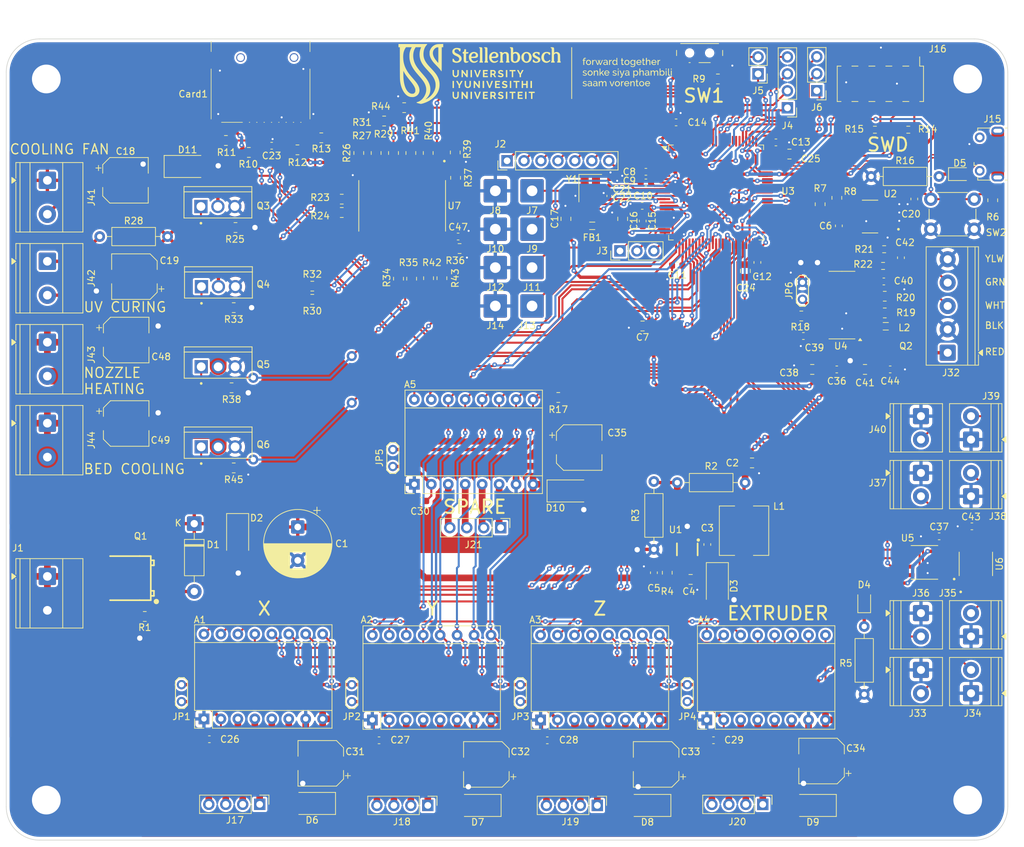
<source format=kicad_pcb>
(kicad_pcb (version 20241229) (generator "pcbnew") (generator_version "9.0")
  (layers (0 "F.Cu" mixed) (2 "B.Cu" power) (13 "F.Paste" user) (15 "B.Paste" user) (5 "F.SilkS" user "F.Silkscreen") (7 "B.SilkS" user "B.Silkscreen") (1 "F.Mask" user) (3 "B.Mask" user) (25 "Edge.Cuts" user))
  (net 0 "")
  (net 1 "Net-(A1-2A)")
  (net 2 "DIR1")
  (net 3 "Net-(A1-1B)")
  (net 4 "STEP1")
  (net 5 "M1")
  (net 6 "~{EN}")
  (net 7 "GND")
  (net 8 "M0")
  (net 9 "Net-(A1-VDD)")
  (net 10 "Net-(A1-2B)")
  (net 11 "+12V")
  (net 12 "Net-(A1-1A)")
  (net 13 "STEP2")
  (net 14 "Net-(A2-2A)")
  (net 15 "Net-(A2-VDD)")
  (net 16 "Net-(A2-1A)")
  (net 17 "Net-(A2-1B)")
  (net 18 "DIR2")
  (net 19 "Net-(A2-2B)")
  (net 20 "Net-(A3-2B)")
  (net 21 "STEP3")
  (net 22 "Net-(A3-2A)")
  (net 23 "Net-(A3-1A)")
  (net 24 "Net-(A3-VDD)")
  (net 25 "Net-(A3-1B)")
  (net 26 "DIR3")
  (net 27 "Net-(A4-1B)")
  (net 28 "Net-(A4-1A)")
  (net 29 "Net-(A4-VDD)")
  (net 30 "STEP4")
  (net 31 "DIR4")
  (net 32 "Net-(A4-2A)")
  (net 33 "Net-(A4-2B)")
  (net 34 "Net-(A5-2B)")
  (net 35 "Net-(A5-1B)")
  (net 36 "Net-(A5-VDD)")
  (net 37 "Net-(A5-2A)")
  (net 38 "Net-(A5-1A)")
  (net 39 "DIR5")
  (net 40 "STEP5")
  (net 41 "Net-(U1-BS)")
  (net 42 "Net-(D3-K)")
  (net 43 "+3.3V")
  (net 44 "+3.3VA")
  (net 45 "NRST")
  (net 46 "/HSE_IN")
  (net 47 "/HSE_OUT")
  (net 48 "Net-(U3-VCAP_1)")
  (net 49 "Net-(U3-VCAP_2)")
  (net 50 "Net-(U4-VBG)")
  (net 51 "SPI1_MOSI_SD")
  (net 53 "CD_SD")
  (net 54 "CS_SD")
  (net 56 "SPI1_SCK_SD")
  (net 57 "SPI1_MISO_SD")
  (net 58 "Net-(D1-A)")
  (net 59 "Net-(D4-K)")
  (net 60 "+5V")
  (net 61 "Net-(D5-K)")
  (net 62 "Net-(J1-Pin_1)")
  (net 63 "GPIO2")
  (net 64 "GPIO5")
  (net 65 "GPIO4")
  (net 66 "GPIO1")
  (net 67 "GPIO3")
  (net 68 "GPIO6")
  (net 69 "GPIO7")
  (net 70 "ADC_IN0")
  (net 71 "ADC_IN1")
  (net 72 "ADC_IN2")
  (net 73 "USART2_RX")
  (net 74 "USART2_TX")
  (net 75 "USART1_RX")
  (net 76 "USART1_TX")
  (net 77 "I2C1_SCL")
  (net 78 "I2C1_SDA")
  (net 79 "SPI3_MISO")
  (net 80 "SPI3_CK")
  (net 81 "SPI3__MOSI")
  (net 82 "USB_D-")
  (net 83 "USB_D+")
  (net 84 "SWCLK")
  (net 85 "Net-(J16-Pin_2)")
  (net 86 "Net-(U4-AVDD)")
  (net 87 "Net-(U4-BASE)")
  (net 88 "Net-(Q3-Pad1)")
  (net 89 "Net-(Q4-Pad1)")
  (net 90 "Net-(Q5-Pad1)")
  (net 91 "Net-(Q6-Pad1)")
  (net 92 "Net-(U1-EN)")
  (net 93 "Net-(U1-FB)")
  (net 94 "I2C2_SDA_EEPROM")
  (net 95 "I2C2_SCL_EEPROM")
  (net 96 "/BOOT0")
  (net 97 "/SW_BOOT0")
  (net 98 "SWDIO")
  (net 99 "SWO")
  (net 100 "Net-(U4-VFB)")
  (net 101 "Net-(U7-B5)")
  (net 102 "Net-(U7-B6)")
  (net 103 "EN_UV")
  (net 104 "Net-(U7-A7)")
  (net 105 "EN_FAN")
  (net 106 "Net-(U7-A5)")
  (net 107 "Net-(U7-B7)")
  (net 108 "Net-(U7-B8)")
  (net 109 "Net-(U7-B4)")
  (net 110 "Net-(U7-B3)")
  (net 111 "Net-(U7-~{OE})")
  (net 112 "Net-(U7-DIR)")
  (net 113 "EN_Peltier")
  (net 114 "Net-(U7-A1)")
  (net 115 "Net-(U7-A3)")
  (net 116 "EN_Heater")
  (net 117 "Net-(U7-B2)")
  (net 118 "Net-(U7-B1)")
  (net 119 "SPI2_MISO_T")
  (net 123 "~{RESET}")
  (net 125 "M2")
  (net 127 "EN_T")
  (net 128 "SPI2_SCK_T")
  (net 132 "A1_T")
  (net 133 "~{CS_T}")
  (net 135 "~{SLEEP}")
  (net 136 "A2_T")
  (net 137 "SCK_L")
  (net 142 "DAT_L")
  (net 146 "A0_T")
  (net 148 "Net-(U5-T+)")
  (net 151 "Net-(J32-Pin_1)")
  (net 152 "Net-(J32-Pin_4)")
  (net 153 "Net-(J32-Pin_3)")
  (net 154 "Net-(J7-Pin_1)")
  (net 155 "Net-(J9-Pin_1)")
  (net 156 "Net-(J11-Pin_1)")
  (net 157 "Net-(J13-Pin_1)")
  (net 167 "Net-(J16-Pin_6)")
  (net 170 "Net-(J33-Pin_2)")
  (net 171 "Net-(J34-Pin_2)")
  (net 172 "Net-(J35-Pin_2)")
  (net 173 "Net-(J36-Pin_2)")
  (net 174 "Net-(J37-Pin_2)")
  (net 175 "Net-(J38-Pin_2)")
  (net 176 "Net-(J39-Pin_2)")
  (net 177 "Net-(J40-Pin_2)")
  (net 178 "Net-(J41-Pin_2)")
  (net 179 "Net-(J42-Pin_2)")
  (net 180 "Net-(J42-Pin_1)")
  (net 181 "Net-(J43-Pin_2)")
  (net 182 "Net-(J44-Pin_2)")
  (net 183 "Net-(JP6-A)")
  (net 184 "Net-(U4-INA+)")
  (net 185 "Net-(U4-INA-)")
  (footprint "Capacitor_SMD:C_0603_1608Metric" (layer "F.Cu") (at 163.325 59.775 90)
    (property "Reference" "C15")
    (property "Value" "10n")
  )
  (footprint "Resistor_SMD:R_0805_2012Metric" (layer "F.Cu") (at 113.8375 69.53 180)
    (property "Reference" "R32")
    (property "Value" "47R")
  )
  (footprint "Resistor_SMD:R_0805_2012Metric" (layer "F.Cu") (at 189.9 57.26 -90)
    (property "Reference" "R8")
    (property "Value" "4.7k")
  )
  (footprint "Resistor_SMD:R_0805_2012Metric" (layer "F.Cu") (at 102.3375 60.75 180)
    (property "Reference" "R25")
    (property "Value" "100k")
  )
  (footprint "Capacitor_SMD:C_0603_1608Metric" (layer "F.Cu") (at 192.7 60.5 -90)
    (property "Reference" "C6")
    (property "Value" "100n")
  )
  (footprint "Module:Pololu_Breakout-16_15.2x20.3mm" (layer "F.Cu") (at 148.03 134.5 90)
    (property "Reference" "A3")
    (property "Value" "MKS TMC2209")
  )
  (footprint "Diode_SMD:D_SMA" (layer "F.Cu") (at 113.81 147 180)
    (property "Reference" "D6")
    (property "Value" "SMAJ16A")
  )
  (footprint "Capacitor_SMD:CP_Elec_6.3x7.7" (layer "F.Cu") (at 85.86 53.68)
    (property "Reference" "C18")
    (property "Value" "100u")
  )
  (footprint "Resistor_SMD:R_0805_2012Metric" (layer "F.Cu") (at 111.6125 49.1125 180)
    (property "Reference" "R12")
    (property "Value" "10k")
  )
  (footprint "Capacitor_SMD:C_0805_2012Metric" (layer "F.Cu") (at 188.715 82)
    (property "Reference" "C38")
    (property "Value" "10u")
  )
  (footprint "Module:Pololu_Breakout-16_15.2x20.3mm" (layer "F.Cu") (at 97.61 134.34 90)
    (property "Reference" "A1")
    (property "Value" "MKS TMC2209")
  )
  (footprint "LOGO" (layer "F.Cu") (at 147.25 37.75)
    (property "Reference" "G***" (hide yes))
    (property "Value" "LOGO" (hide yes))
  )
  (footprint "Resistor_SMD:R_0805_2012Metric" (layer "F.Cu") (at 131.2 49.5875 -90)
    (property "Reference" "R40")
    (property "Value" "47R")
  )
  (footprint "Capacitor_SMD:CP_Elec_6.3x7.7" (layer "F.Cu") (at 165.33 141.16 180)
    (property "Reference" "C33")
    (property "Value" "100u")
  )
  (footprint "Capacitor_SMD:C_0603_1608Metric" (layer "F.Cu") (at 163.8 52.4 180)
    (property "Reference" "C8")
    (property "Value" "100n")
  )
  (footprint "TerminalBlock_Phoenix:TerminalBlock_Phoenix_PT-1,5-2-3.5-H_1x02_P3.50mm_Horizontal" (layer "F.Cu") (at 212.5 122 90)
    (property "Reference" "J35")
    (property "Value" "Screw_Terminal_01x02")
  )
  (footprint "Resistor_SMD:R_0805_2012Metric" (layer "F.Cu") (at 123.4 49.5875 -90)
    (property "Reference" "R27")
    (property "Value" "47R")
  )
  (footprint "Capacitor_SMD:CP_Elec_6.3x7.7" (layer "F.Cu") (at 85.96 77.6)
    (property "Reference" "C48")
    (property "Value" "100u")
  )
  (footprint "Capacitor_SMD:C_0603_1608Metric" (layer "F.Cu") (at 107.75 48.5 180)
    (property "Reference" "C23")
    (property "Value" "100n")
  )
  (footprint "Resistor_SMD:R_0805_2012Metric" (layer "F.Cu") (at 118.25 58.5 180)
    (property "Reference" "R24")
    (property "Value" "47R")
  )
  (footprint "Resistor_SMD:R_0805_2012Metric" (layer "F.Cu") (at 118.25 56.5 180)
    (property "Reference" "R23")
    (property "Value" "47R")
  )
  (footprint "Connector_PinHeader_2.54mm:PinHeader_1x07_P2.54mm_Vertical" (layer "F.Cu") (at 143.01 50.75 90)
    (property "Reference" "J2")
    (property "Value" "Conn_01x07_Pin")
  )
  (footprint "Resistor_THT:R_Axial_DIN0207_L6.3mm_D2.5mm_P10.16mm_Horizontal" (layer "F.Cu") (at 178.66 98.95 180)
    (property "Reference" "R2")
    (property "Value" "49.9k")
  )
  (footprint "TerminalBlock_Phoenix:TerminalBlock_Phoenix_MKDS-1,5-2-5.08_1x02_P5.08mm_Horizontal" (layer "F.Cu") (at 74.16 53.68 -90)
    (property "Reference" "J41")
    (property "Value" "Screw_Terminal_01x02")
  )
  (footprint "LED_SMD:LED_0805_2012Metric" (layer "F.Cu") (at 210.8125 52.75)
    (property "Reference" "D5")
    (property "Value" "BLUE")
  )
  (footprint "TerminalBlock_Phoenix:TerminalBlock_Phoenix_MKDS-1,5-2-5.08_1x02_P5.08mm_Horizontal" (layer "F.Cu") (at 74.16 65.805 -90)
    (property "Reference" "J42")
    (property "Value" "Screw_Terminal_01x02")
  )
  (footprint "Capacitor_THT:CP_Radial_D10.0mm_P5.00mm" (layer "F.Cu") (at 111.66 105.6 -90)
    (property "Reference" "C1")
    (property "Value" "470u")
  )
  (footprint "Resistor_SMD:R_0805_2012Metric" (layer "F.Cu") (at 102.0725 96.75 180)
    (property "Reference" "R45")
    (property "Value" "100k")
  )
  (footprint "Capacitor_SMD:C_0805_2012Metric" (layer "F.Cu") (at 178.7 67.25 -90)
    (property "Reference" "C24")
    (property "Value" "2.2uF")
  )
  (footprint "RFP30N06LE:TRANS_RFP30N06LE" (layer "F.Cu") (at 99.7 57.6)
    (property "Reference" "Q3")
    (property "Value" "RFP30N06LE")
  )
  (footprint "TerminalBlock_Phoenix:TerminalBlock_Phoenix_PT-1,5-5-3.5-H_1x05_P3.50mm_Horizontal" (layer "F.Cu") (at 209 79.5 90)
    (property "Reference" "J32")
    (property "Value" "Screw_Terminal_01x05")
  )
  (footprint "MAX6675ISA_:SOIC127P600X175-8N" (layer "F.Cu") (at 205.525 110.905 180)
    (property "Reference" "U5")
    (property "Value" "MAX6675ISA_")
  )
  (footprint "Resistor_THT:R_Axial_DIN0207_L6.3mm_D2.5mm_P10.16mm_Horizontal" (layer "F.Cu") (at 92.16 62.1 180)
    (property "Reference" "R28")
    (property "Value" "R")
  )
  (footprint "Capacitor_SMD:C_0603_1608Metric" (layer "F.Cu") (at 204 56.475 -90)
    (property "Reference" "C20")
    (property "Value" "100n")
  )
  (footprint "Module:Pololu_Breakout-16_15.2x20.3mm" (layer "F.Cu") (at 172.92 134.49 90)
    (property "Reference" "A4")
    (property "Value" "MKS TMC2209")
  )
  (footprint "LED_SMD:LED_0805_2012Metric" (layer "F.Cu") (at 196.5 116.75 90)
    (property "Reference" "D4")
    (property "Value" "GREEN")
  )
  (footprint "Capacitor_SMD:C_0603_1608Metric" (layer "F.Cu") (at 149.035 137.55)
    (property "Reference" "C28")
    (property "Value" "100n")
  )
  (footprint "Capacitor_SMD:C_0603_1608Metric" (layer "F.Cu") (at 187.39 77)
    (property "Reference" "C39")
    (property "Value" "100n")
  )
  (footprint "AOD4185:TO-252-3_L6.6-W6.1-P4.57-LS9.9-BR-CW" (layer "F.Cu") (at 88.13 113.2625)
    (property "Reference" "Q1")
    (property "Value" "AOD4185_C400894")
  )
  (footprint "Connector_PinHeader_2.54mm:PinHeader_1x03_P2.54mm_Vertical" (layer "F.Cu") (at 159.92 64.25 90)
    (property "Reference" "J3")
    (property "Value" "Conn_01x03_Pin")
  )
  (footprint "Resistor_SMD:R_0805_2012Metric" (layer "F.Cu") (at 126.75 68.4125 -90)
    (property "Reference" "R34")
    (property "Value" "47R")
  )
  (footprint "Capacitor_SMD:C_0603_1608Metric" (layer "F.Cu") (at 165 112.45 -90)
    (property "Reference" "C5")
    (property "Value" "100n")
  )
  (footprint "Capacitor_SMD:C_0603_1608Metric" (layer "F.Cu") (at 202 65.275 90)
    (property "Reference" "C42")
    (property "Value" "100n")
  )
  (footprint "RFP30N06LE:TRANS_RFP30N06LE" (layer "F.Cu") (at 99.78 69.6)
    (property "Reference" "Q4")
    (property "Value" "RFP30N06LE")
  )
  (footprint "Capacitor_SMD:C_0805_2012Metric" (layer "F.Cu") (at 179.7 96)
    (property "Reference" "C2")
    (property "Value" "22u")
  )
  (footprint "Capacitor_SMD:C_0805_2012Metric" (layer "F.Cu") (at 160.325 59.45 90)
    (property "Reference" "C16")
    (property "Value" "1u")
  )
  (footprint "Resistor_SMD:R_0805_2012Metric" (layer "F.Cu") (at 135.9 63.9)
    (property "Reference" "R36")
    (property "Value" "10k")
  )
  (footprint "RFP30N06LE:TRANS_RFP30N06LE" (layer "F.Cu") (at 99.74 93.6)
    (property "Reference" "Q6")
    (property "Value" "RFP30N06LE")
  )
  (footprint "Diode_SMD:D_SMA" (layer "F.Cu") (at 174.5 114.45 -90)
    (property "Reference" "D3")
    (property "Value" "SS34")
  )
  (footprint "Resistor_SMD:R_0805_2012Metric" (layer "F.Cu") (at 133.25 68.3375 -90)
    (property "Reference" "R43")
    (property "Value" "47R")
  )
  (footprint "Connector_PinHeader_2.54mm:PinHeader_1x04_P2.54mm_Vertical" (layer "F.Cu") (at 142.05 105.7 -90)
    (property "Reference" "J21")
    (property "Value" "Conn_01x04_Pin")
  )
  (footprint "MountingHole:MountingHole_4.3mm_M4_Pad" (layer "F.Cu") (at 212 38.5)
    (property "Reference" "H2" (hide yes))
    (property "Value" "MountingHole_Pad")
  )
  (footprint "TerminalBlock_Phoenix:TerminalBlock_Phoenix_PT-1,5-2-3.5-H_1x02_P3.50mm_Horizontal" (layer "F.Cu") (at 205 89 -90)
    (property "Reference" "J40")
    (property "Value" "Screw_Terminal_01x02")
  )
  (footprint "Resistor_SMD:R_0805_2012Metric" (layer "F.Cu") (at 101.75 84.75 180)
    (property "Reference" "R38")
    (property "Value" "100k")
  )
  (footprint "Resistor_SMD:R_0805_2012Metric" (layer "F.Cu") (at 128.72 68.4125 -90)
    (property "Reference" "R35")
    (property "Value" "47R")
  )
  (footprint "Package_QFP:LQFP-100_14x14mm_P0.5mm" (layer "F.Cu") (at 174.325 55.5)
    (property "Reference" "U3")
    (property "Value" "STM32F407VGT6")
  )
  (footprint "TerminalBlock_Phoenix:TerminalBlock_Phoenix_PT-1,5-2-3.5-H_1x02_P3.50mm_Horizontal" (layer "F.Cu") (at 212.5 101 90)
    (property "Reference" "J38")
    (property "Value" "Screw_Terminal_01x02")
  )
  (footprint "Capacitor_SMD:C_0603_1608Metric" (layer "F.Cu") (at 173 108.225 90)
    (property "Reference" "C3")
    (property "Value" "10n")
  )
  (footprint "Resistor_SMD:R_0805_2012Metric" (layer "F.Cu") (at 150.6775 86.2 180)
    (property "Reference" "R17")
    (property "Value" "100k")
  )
  (footprint "TestPoint:TestPoint_2Pads_Pitch2.54mm_Drill0.8mm" (layer "F.Cu") (at 94.25 131.75 90)
    (property "Reference" "JP1")
    (property "Value" "Jumper_2_Bridged")
  )
  (footprint "Resistor_SMD:R_0805_2012Metric" (layer "F.Cu") (at 126 49.5875 -90)
    (property "Reference" "R29")
    (property "Value" "47R")
  )
  (footprint "TestPoint:TestPoint_2Pads_Pitch2.54mm_Drill0.8mm" (layer "F.Cu") (at 119.75 131.75 90)
    (property "Reference" "JP2")
    (property "Value" "Jumper_2_Bridged")
  )
  (footprint "Resistor_SMD:R_0603_1608Metric" (layer "F.Cu") (at 199.49 64)
    (property "Reference" "R21")
    (property "Value" "100R")
  )
  (footprint "Connector_PinHeader_2.54mm:PinHeader_1x04_P2.54mm_Vertical" (layer "F.Cu") (at 156.53 147.3 -90)
    (property "Reference" "J19")
    (property "Value" "Conn_01x04_Pin")
  )
  (footprint "Connector_Wire:SolderWire-0.75sqmm_1x01_D1.25mm_OD3.5mm" (layer "F.Cu") (at 146.75 61 180)
    (property "Reference" "J9")
    (property "Value" "Conn")
  )
  (footprint "Capacitor_SMD:C_0603_1608Metric" (layer "F.Cu") (at 183.275 48)
    (property "Reference" "C13")
    (property "Value" "100n")
  )
  (footprint "Capacitor_SMD:C_0805_2012Metric" (layer "F.Cu") (at 185.3 49.75)
    (property "Reference" "C25")
    (property "Value" "2.2uF")
  )
  (footprint "Resistor_SMD:R_0805_2012Metric" (layer "F.Cu") (at 215.75 56.6625 90)
    (property "Reference" "R6")
    (property "Value" "10k")
  )
  (footprint "Module:Pololu_Breakout-16_15.2x20.3mm" (layer "F.Cu") (at 129.12 99.2 90)
    (property "Reference" "A5")
    (property "Value" "MKS TMC2209")
  )
  (footprint "AP3211KTR-G1:AP3211KTR-G1" (layer "F.Cu") (at 170 108.95 90)
    (property "Reference" "U1")
    (property "Value" "AP3211KTR-G1")
  )
  (footprint "Resistor_SMD:R_0603_1608Metric" (layer "F.Cu") (at 199.325 66.5)
    (property "Reference" "R22")
    (property "Value" "100R")
  )
  (footprint "Capacitor_SMD:C_0805_2012Metric" (layer "F.Cu") (at 151.825 59.45 90)
    (property "Reference" "C17")
    (property "Value" "1u")
  )
  (footprint "Diode_SMD:D_SMA" (layer "F.Cu") (at 152.51 100.2)
    (property "Reference" "D10")
    (property "Value" "SMAJ16A")
  )
  (footprint "Resistor_SMD:R_0805_2012Metric" (layer "F.Cu") (at 131.25 68.3375 -90)
    (property "Reference" "R42")
    (property "Value" "47R")
  )
  (footprint "Capacitor_SMD:CP_Elec_6.3x7.7" (layer "F.Cu") (at 190.11 140.65 180)
    (property "Reference" "C34")
    (property "Value" "100u")
  )
  (footprint "TestPoint:TestPoint_2Pads_Pitch2.54mm_Drill0.8mm" (layer "F.Cu") (at 170 131.75 90)
    (property "Reference" "JP4")
    (property "Value" "Jumper_2_Bridged")
  )
  (footprint "Capacitor_SMD:C_0603_1608Metric" (layer "F.Cu") (at 192.39 82 180)
    (property "Reference" "C36")
    (property "Value" "100n")
  )
  (footprint "Diode_SMD:D_SMA" (layer "F.Cu") (at 164.03 147.3 180)
    (property "Reference" "D8")
    (property "Value" "SMAJ16A")
  )
  (footprint "Capacitor_SMD:CP_Elec_6.3x7.7" (layer "F.Cu") (at 85.96 90.1)
    (property "Reference" "C49")
    (property "Value" "100u")
  )
  (footprint "Connector_PinHeader_2.54mm:PinHeader_1x03_P2.54mm_Vertical" (layer "F.Cu") (at 189.4 40.25 180)
    (property "Reference" "J6")
    (property "Value" "Conn_01x03_Pin")
  )
  (footprint "Diode_SMD:D_SMA" (layer "F.Cu") (at 102.66 107.1 -90)
    (property "Reference" "D2")
    (property "Value" "SMAJ16A")
  )
  (footprint "Resistor_SMD:R_0805_2012Metric" (layer "F.Cu") (at 135.3 53.3 90)
    (property "Reference" "R37")
    (property "Value" "10k")
  )
  (footprint "Connector_PinHeader_2.54mm:PinHeader_1x04_P2.54mm_Vertical" (layer "F.Cu") (at 181.31 147.15 -90)
    (property "Reference" "J20")
    (property "Value" "Conn_01x04_Pin")
  )
  (footprint "TerminalBlock_Phoenix:TerminalBlock_Phoenix_MKDS-1,5-2-5.08_1x02_P5.08mm_Horizontal" (layer "F.Cu") (at 74.16 113 -90)
    (property "Reference" "J1")
    (property "Value" "Screw_Terminal_01x02")
  )
  (footprint "TerminalBlock_Phoenix:TerminalBlock_Phoenix_PT-1,5-2-3.5-H_1x02_P3.50mm_Horizontal" (layer "F.Cu") (at 205 118.5 -90)
    (property "Reference" "J36")
    (property "Value" "Screw_Terminal_01x02")
  )
  (footprint "Inductor_SMD:L_7.3x7.3_H4.5" (layer "F.Cu") (at 178.5 106.15 90)
    (property "Reference" "L1")
    (property "Value" "4.7u")
  )
  (footprint "Diode_SMD:D_SMA" (layer "F.Cu") (at 95.16 51.6)
    (property "Reference" "D11")
    (property "Value" "SMAJ16A")
  )
  (footprint "Capacitor_SMD:C_0603_1608Metric" (layer "F.Cu") (at 168.325 45)
    (property "Reference" "C14")
    (property "Value" "100n")
  )
  (footprint "Capacitor_SMD:C_0402_1005Metric" (layer "F.Cu") (at 158.325 56.02 90)
    (property "Reference" "C22")
    (property "Value" "10p")
  )
  (footprint "TF-SMD_TF-015:TF-SMD_TF-015" (layer "F.Cu") (at 106.2 40.8 180)
    (property "Reference" "Card1")
    (property "Value" "TF-015")
  )
  (footprint "M24C64-WMN6TP:SOIC127P600X175-8N" (layer "F.Cu") (at 197.375 59.105 180)
    (property "Reference" "U2")
    (property "Value" "M24C64-WMN6TP")
  )
  (footprint "Connector_Wire:SolderWire-0.75sqmm_1x01_D1.25mm_OD3.5mm" (layer "F.Cu") (at 141.25 55.25 180)
    (property "Reference" "J8")
    (property "Value" "Conn")
  )
  (footprint "Inductor_SMD:L_0805_2012Metric" (layer "F.Cu") (at 199.7275 75.54)
    (property "Reference" "L2")
    (property "Value" "3.3uH")
  )
  (footprint "Capacitor_SMD:C_0603_1608Metric" (layer "F.Cu") (at 199.44 68.825)
    (property "Reference" "C40")
    (property "Value" "100n")
  )
  (footprint "RFP30N06LE:TRANS_RFP30N06LE" (layer "F.Cu") (at 99.74 81.6)
    (property "Reference" "Q5")
    (property "Value" "RFP30N06LE")
  )
  (footprint "Module:Pololu_Breakout-16_15.2x20.3mm" (layer "F.Cu") (at 122.83 134.5 90)
    (property "Reference" "A2")
    (property "Value" "MKS TMC2209")
  )
  (footprint "Connector_Wire:SolderWire-0.75sqmm_1x01_D1.25mm_OD3.5mm" (layer "F.Cu") (at 146.75 66.75 180)
    (property "Reference" "J11")
    (property "Value" "Conn")
  )
  (footprint "Resistor_SMD:R_0603_1608Metric" (layer "F.Cu") (at 198.1 46.1 180)
    (property "Reference" "R15")
    (property "Value" "22")
  )
  (footprint "Capacitor_SMD:C_0603_1608Metric" (layer "F.Cu") (at 200.39 82)
    (property "Reference" "C44")
    (property "Value" "100n")
  )
  (footprint "Capacitor_SMD:CP_Elec_6.3x7.7" (layer "F.Cu") (at 153.81 93.7)
    (property "Reference" "C35")
    (property "Value" "100u")
  )
  (footprint "Button_Switch_SMD:SW_SPDT_PCM12" (layer "F.Cu") (at 171.85 34.93 180)
    (property "Reference" "SW1")
    (property "Value" "SW_SPDT")
  )
  (footprint "Capacitor_SMD:CP_Elec_6.3x7.7" (layer "F.Cu") (at 87.2 68.1 180)
    (property "Reference" "C19")
    (property "Value" "100u")
  )
  (footprint "TerminalBlock_Phoenix:TerminalBlock_Phoenix_PT-1,5-2-3.5-H_1x02_P3.50mm_Horizontal" (layer "F.Cu") (at 205 97.5 -90)
    (property "Reference" "J37")
    (property "Value" "Screw_Terminal_01x02")
  )
  (footprint "Resistor_THT:R_Axial_DIN0207_L6.3mm_D2.5mm_P10.16mm_Horizontal" (layer "F.Cu") (at 165 98.79 -90)
    (property "Reference" "R3")
    (property "Value" "16.3k")
  )
  (footprint "Capacitor_SMD:CP_Elec_6.3x7.7" (layer "F.Cu") (at 115.11 141 180)
    (property "Reference" "C31")
    (property "Value" "100u")
  )
  (footprint "Resistor_SMD:R_0805_2012Metric" (layer "F.Cu") (at 104.3375 49.5)
    (property "Reference" "R10")
    (property "Value" "10k")
  )
  (footprint "Capacitor_SMD:C_0805_2012Metric" (layer "F.Cu") (at 196.615 82 180)
    (property "Reference" "C41")
    (property "Value" "10u")
  )
  (footprint "TMUX1208PWR:SOP65P640X120-16N" (layer "F.Cu") (at 213.225 111.13 90)
    (property "Reference" "U6")
    (property "Value" "TMUX1208PWR")
  )
  (footprint "MountingHole:MountingHole_4.3mm_M4_Pad" (layer "F.Cu") (at 74 38.5)
    (property "Reference" "H1" (hide yes))
    (property "Value" "MountingHole_Pad")
  )
  (footprint "Capacitor_SMD:C_0603_1608Metric" (layer "F.Cu") (at 168.495 66.44 180)
    (property "Reference" "C11")
    (property "Value" "100n")
  )
  (footprint "Resistor_SMD:R_0805_2012Metric" (layer "F.Cu") (at 187.0775 74)
    (property "Reference" "R18")
    (property "Value" "10k")
  )
  (footprint "Diode_SMD:D_SMA" (layer "F.Cu") (at 138.61 147.3 180)
    (property "Reference" "D7")
    (property "Value" "SMAJ16A")
  )
  (footprint "TerminalBlock_Phoenix:TerminalBlock_Phoenix_PT-1,5-2-3.5-H_1x02_P3.50mm_Horizontal" (layer "F.Cu") (at 205 127 -90)
    (property "Reference" "J33")
    (property "Value" "Screw_Terminal_01x02")
  )
  (footprint "Capacitor_SMD:C_0603_1608Metric" (layer "F.Cu") (at 212.625 105.5)
    (property "Reference" "C43")
    (property "Value" "100n")
  )
  (footprint "SN74HC245DWR:SOIC127P1030X265-20N" (layer "F.Cu") (at 127.3 57.5 -90)
    (property "Reference" "U7")
    (property "Value" "SN74HC245DWR")
  )
  (footprint "Connector_Wire:SolderWire-0.75sqmm_1x01_D1.25mm_OD3.5mm" (layer "F.Cu") (at 141.25 66.75 180)
    (property "Reference" "J12")
    (property "Value" "Conn")
  )
  (footprint "Button_Switch_THT:SW_PUSH_6mm" (layer "F.Cu") (at 206.475 56.5)
    (property "Reference" "SW2")
    (property "Value" "SW_Push")
  )
  (footprint "TerminalBlock_Phoenix:TerminalBlock_Phoenix_PT-1,5-2-3.5-H_1x02_P3.50mm_Horizontal" (layer "F.Cu") (at 212.5 92.5 90)
    (property "Reference" "J39")
    (property "Value" "Screw_Terminal_01x02")
  )
  (footprint "Capacitor_SMD:C_0603_1608Metric" (layer "F.Cu") (at 180.5 65.975 -90)
    (property "Reference" "C12")
    (property "Value" "100n")
  )
  (footprint "Inductor_SMD:L_0805_2012Metric" (layer "F.Cu") (at 155.7625 60.5 180)
    (property "Reference" "FB1")
    (property "Value" "120R")
  )
  (footprint "Resistor_THT:R_Axial_DIN0207_L6.3mm_D2.5mm_P10.16mm_Horizontal" (layer "F.Cu") (at 197.54 53.1)
    (property "Reference" "R16")
    (property "Value" "470R")
  )
  (footprint "Resistor_SMD:R_0603_1608Metric" (layer "F.Cu") (at 203.1 46.1 180)
    (property "Reference" "R14")
    (property "Value" "22")
  )
  (footprint "Resistor_SMD:R_0805_2012Metric" (layer "F.Cu") (at 174.5875 38.5)
    (property "Reference" "R9")
    (property "Value" "10k")
  )
  (footprint "TerminalBlock_Phoenix:TerminalBlock_Phoenix_MKDS-1,5-2-5.08_1x02_P5.08mm_Horizontal" (layer "F.Cu") (at 74.16 77.93 -90)
    (property "Reference" "J43")
    (property "Value" "Screw_Terminal_01x02")
  )
  (footprint "Capacitor_SMD:C_0603_1608Metric" (layer "F.Cu") (at 163.25 57.5 180)
    (property "Reference" "C10")
    (property "Value" "100n")
  )
  (footprint "Diode_THT:D_DO-41_SOD81_P10.16mm_Horizontal" (layer "F.Cu") (at 96.16 105.1 -90)
    (property "Reference" "D1")
    (property "Value" "1N4744A")
  )
  (footprint "Connector_Wire:SolderWire-0.75sqmm_1x01_D1.25mm_OD3.5mm" (layer "F.Cu") (at 141.25 61 180)
    (property "Reference" "J10")
    (property "Value" "Conn")
  )
  (footprint "Resistor_SMD:R_0805_2012Metric" (layer "F.Cu") (at 199.5775 71.04)
    (property "Reference" "R20")
    (property "Value" "8.2k")
  )
  (footprint "Capacitor_SMD:CP_Elec_6.3x7.7" (layer "F.Cu") (at 139.91 141.16 180)
    (property "Reference" "C32")
    (property "Value" "100u")
  )
  (footprint "Capacitor_SMD:C_0603_1608Metric" (layer "F.Cu") (at 173.925 137.54)
    (property "Reference" "C29")
    (property "Value" "100n")
  )
  (footprint "Capacitor_SMD:C_0603_1608Metric" (layer "F.Cu") (at 163.8 54 180)
    (property "Reference" "C9")
    (property "Value" "100n")
  )
  (footprint "Resistor_SMD:R_0805_2012Metric" (layer "F.Cu") (at 120.8 49.5875 -90)
    (property "Reference" "R26")
    (property "Value" "100k")
  )
  (footprint "Connector_PinHeader_2.54mm:PinHeader_1x04_P2.54mm_Vertical" (layer "F.Cu") (at 185 42.82 180)
    (property "Reference" "J4")
    (property "Value" "Conn_01x04_Pin")
  )
  (footprint "Capacitor_SMD:C_0402_1005Metric" (layer "F.Cu") (at 158.325 53.98 90)
    (property "Reference" "C21")
    (property "Value" "10p")
  )
  (footprint "Connector_Wire:SolderWire-0.75sqmm_1x01_D1.25mm_OD3.5mm" (layer "F.Cu") (at 141.25 72.5 180)
    (property "Reference" "J14")
    (property "Value" "Conn")
  )
  (footprint "Capacitor_SMD:C_0603_1608Metric" (layer "F.Cu") (at 207.725 107)
    (property "Reference" "C37")
    (property "Value" "100n")
  )
  (footprint "TestPoint:TestPoint_2Pads_Pitch2.54mm_Drill0.8mm" (layer "F.Cu") (at 187.25 71.5 90)
    (property "Reference" "JP6")
    (property "Value" "Jumper_2_Small_Bridged")
  )
  (footprint "Connector_PinHeader_2.54mm:PinHeader_1x02_P2.54mm_Vertical" (layer "F.Cu") (at 180.6 37.74 180)
    (property "Reference" "J5")
    (property "Value" "Conn_01x02_Pin")
  )
  (footprint "TerminalBlock_Phoenix:TerminalBlock_Phoenix_MKDS-1,5-2-5.08_1x02_P5.08mm_Horizontal" (layer "F.Cu") (at 74.16 90.055 -90)
    (property "Reference" "J44")
    (property "Value" "Screw_Terminal_01x02")
  )
  (footprint "Resistor_SMD:R_0805_2012Metric" (layer "F.Cu") (at 113.8375 71.5 180)
    (property "Reference" "R30")
    (property "Value" "47R")
  )
  (footprint "MountingHole:MountingHole_4.3mm_M4_Pad" (layer "F.Cu") (at 212 146.5)
    (property "Reference" "H3" (hide yes))
    (property "Value" "MountingHole_Pad")
  )
  (footprint "Resistor_SMD:R_0805_2012Metric" (layer "F.Cu") (at 100.9 47.7125)
    (property "Reference" "R11")
    (property "Value" "10k")
  )
  (footprint "Capacitor_SMD:C_0603_1608Metric" (layer "F.Cu") (at 98.425 137.39)
    (property "Reference" "C26")
    (property "Value" "100n")
  )
  (footprint "Resistor_SMD:R_0805_2012Metric" (layer "F.Cu") (at 135.25 49.5 90)
    (property "Reference" "R39")
    (property "Value" "100k")
  )
  (footprint "Crystal:Crystal_SMD_3225-4Pin_3.2x2.5mm" (layer "F.Cu") (at 155.475 54.85 -90)
    (property "Reference" "Y1")
    (property "Value" "16MHz")
  )
  (footprint "TestPoint:TestPoint_2Pads_Pitch2.54mm_Drill0.8mm" (layer "F.Cu") (at 125.9 96.54 90)
    (property "Reference" "JP5")
    (property "Value" "Jumper_2_Bridged")
  )
  (footprint "Connector_PinHeader_2.54mm:PinHeader_1x04_P2.54mm_Vertical" (layer "F.Cu") (at 131.14 147.3 -90)
    (property "Reference" "J18")
    (property "Value" "Conn_01x04_Pin")
  )
  (footprint "Resistor_SMD:R_0805_2012Metric" (layer "F.Cu") (at 115.1875 47.3125 180)
    (property "Reference" "R13")
    (property "Value" "10k")
  )
  (footprint "MMBT4403_:SOT23-BEC" (layer "F.Cu") (at 199.665 78.54 -90)
    (property "Reference" "Q2")
    (property "Value" "MMBT4403_")
  )
  (footprint "Connector_USB:USB_Micro-B_Molex-105017-0001" (layer "F.Cu") (at 215.2625 49.75 90)
    (property "Reference" "J15")
    (property "Value" "USB_B_Micro")
  )
  (footprint "TestPoint:TestPoint_2Pads_Pitch2.54mm_Drill0.8mm" (layer "F.Cu") (at 145 131.75 90)
    (property "Reference" "JP3")
    (property "Value" "Jumper_2_Bridged")
  )
  (footprint "Resistor_SMD:R_0805_2012Metric" (layer "F.Cu") (at 167 112.45 90)
    (property "Reference" "R4")
    (property "Value" "10k")
  )
  (footprint "Connector_Wire:SolderWire-0.75sqmm_1x01_D1.25mm_OD3.5mm" (layer "F.Cu") (at 146.75 72.5 180)
    (property "Reference" "J13")
    (property "Value" "Conn")
  )
  (footprint "TerminalBlock_Phoenix:TerminalBlock_Phoenix_PT-1,5-2-3.5-H_1x02_P3.50mm_Horizontal" (layer "F.Cu") (at 212.5 130.5 90)
    (property "Reference" "J34")
    (property "Value" "Screw_Terminal_01x02")
  )
  (footprint "Resistor_SMD:R_0805_2012Metric" (layer "F.Cu") (at 124.6 44.8)
    (property "Reference" "R31")
    (property "Value" "100k")
  )
  (footprint "Capacitor_SMD:C_0805_2012Metric" (layer "F.Cu") (at 170.5 113.45 180)
    (property "Reference" "C4")
    (property "Value" "10u")
  )
  (footprint "Connector_Wire:SolderWire-0.75sqmm_1x01_D1.25mm_OD3.5mm" (layer "F.Cu") (at 146.75 55.25 180)
    (property "Reference" "J7")
    (property "Value" "Conn")
  )
  (footprint "Connector_PinHeader_2.54mm:PinHeader_1x04_P2.54mm_Vertical" (layer "F.Cu") (at 105.96 147.14 -90)
    (property "Reference" "J17")
    (property "Value" "Conn_01x04_Pin")
  )
  (footprint "Capacitor_SMD:C_0603_1608Metric" (layer "F.Cu") (at 135.675 62.1)
    (property "Reference" "C47")
    (property "Value" "100n")
  )
  (footprint "Resistor_SMD:R_0805_2012Metric" (layer "F.Cu") (at 128.6 49.5875 -90)
    (property "Reference" "R41")
    (property "Value" "47R")
  )
  (footprint "Resistor_SMD:R_0805_2012Metric" (layer "F.Cu") (at 192.4 56.3025 90)
    (property "Reference" "R7")
    (property "Value" "4.7k")
  )
  (footprint "MountingHole:MountingHole_4.3mm_M4_Pad" (layer "F.Cu") (at 74 146.5)
    (property "Reference" "H4" (hide yes))
    (property "Value" "MountingHole_Pad")
  )
  (footprint "Capacitor_SMD:C_0603_1608Metric" (layer "F.Cu") (at 123.835 137.55)
    (property "Reference" "C27")
    (property "Value" "100n")
  )
  (footprint "Capacitor_SMD:C_0805_2012Metric" (layer "F.Cu") (at 163.3 75.5 180)
    (property "Reference" "C7")
    (property "Value" "10u")
  )
  (footprint "Diode_SMD:D_SMA" (layer "F.Cu") (at 188.81 147.3 180)
    (property "Reference" "D9")
    (property "Value" "SMAJ16A")
  )
  (footprint "Resistor_SMD:R_0805_2012Metric" (layer "F.Cu") (at 102.0725 72.75 180)
    (property "Reference" "R33")
    (property "Value" "100k")
  )
  (footprint "Connector_PinHeader_2.54mm:PinHeader_2x05_P2.54mm_Vertical_SMD" (layer "F.Cu") (at 198.92 39.225 -90)
    (property "Reference" "J16")
    (property "Value" "Conn_02x05_Odd_Even")
  )
  (footprint "Package_SO:SOP-16_3.9x9.9mm_P1.27mm" (layer "F.Cu") (at 193.165 72.365 180)
    (property "Reference" "U4")
    (property "Value" "HX711")
  )
  (footprint "Resistor_SMD:R_0805_2012Metric" (layer "F.Cu") (at 88.7475 119 180)
    (property "Reference" "R1")
    (property "Value" "100k")
  )
  (footprint "Capacitor_SMD:C_0603_1608Metric" (layer "F.Cu") (at 130.125 101.7)
    (property "Reference" "C30")
    (property "Value" "100n")
  )
  (footprint "Resistor_SMD:R_0805_2012Metric" (layer "F.Cu") (at 127.6 42.8 180)
    (property "Reference" "R44")
    (property "Value" "100k")
  )
  (footprint "Resistor_THT:R_Axial_DIN0207_L6.3mm_D2.5mm_P10.16mm_Horizontal" (layer "F.Cu") (at 196.5 130.66 90)
    (property "Reference" "R5")
    (property "Value" "330R")
  )
  (footprint "Resistor_SMD:R_0805_2012Metric" (layer "F.Cu") (at 199.5775 73.54)
    (property "Reference" "R19")
    (property "Value" "20k")
  )
  (gr_arc (start 73 152.5) (mid 69.464466 151.035534) (end 68 147.5) (stroke (width 0.1)) (layer "Edge.Cuts"))
  (gr_arc (start 68 37.5) (mid 69.464466 33.964466) (end 73 32.5) (stroke (width 0.1)) (layer "Edge.Cuts"))
  (gr_arc (start 213 32.5) (mid 216.535534 33.964466) (end 218 37.5) (stroke (width 0.1)) (layer "Edge.Cuts"))
  (gr_line (start 73 32.5) (end 213 32.5) (stroke (width 0.1)) (layer "Edge.Cuts"))
  (gr_arc (start 218 147.5) (mid 216.535534 151.035534) (end 213 152.5) (stroke (width 0.1)) (layer "Edge.Cuts"))
  (gr_line (start 68 147.5) (end 68 37.5) (stroke (width 0.1)) (layer "Edge.Cuts"))
  (gr_line (start 213 152.5) (end 73 152.5) (stroke (width 0.1)) (layer "Edge.Cuts"))
  (gr_line (start 218 37.5) (end 218 147.5) (stroke (width 0.1)) (layer "Edge.Cuts"))
  (gr_text "YLW\n" (at 214.5 66 0) (layer "F.SilkS") (effects (font (size 1 1)) (justify left bottom)))
  (gr_text "Y" (at 130.75 119 0) (layer "F.SilkS") (effects (font (size 2 2) (thickness 0.3)) (justify left bottom)))
  (gr_text "GRN" (at 214.5 69.5 0) (layer "F.SilkS") (effects (font (size 1 1)) (justify left bottom)))
  (gr_text "EXTRUDER\n" (at 175.8 119.7 0) (layer "F.SilkS") (effects (font (size 2 2) (thickness 0.3)) (justify left bottom)))
  (gr_text "RED\n" (at 214.5 79.94 0) (layer "F.SilkS") (effects (font (size 1 1)) (justify left bottom)))
  (gr_text "X" (at 105.5 119 0) (layer "F.SilkS") (effects (font (size 2 2) (thickness 0.3)) (justify left bottom)))
  (gr_text "BED COOLING" (at 79.48 97.795 0) (layer "F.SilkS") (effects (font (size 1.5 1.5) (thickness 0.1875)) (justify left bottom)))
  (gr_text "SPARE" (at 133.25 103.75 0) (layer "F.SilkS") (effects (font (size 2 2) (thickness 0.3)) (justify left bottom)))
  (gr_text "SWD\n" (at 196.75 49.5 0) (layer "F.SilkS") (effects (font (size 2 2) (thickness 0.3)) (justify left bottom)))
  (gr_text "WHT" (at 214.5 73 0) (layer "F.SilkS") (effects (font (size 1 1)) (justify left bottom)))
  (gr_text "Z" (at 155.75 119 0) (layer "F.SilkS") (effects (font (size 2 2) (thickness 0.3)) (justify left bottom)))
  (gr_text "BLK" (at 214.5 76 0) (layer "F.SilkS") (effects (font (size 1 1)) (justify left bottom)))
  (gr_text "COOLING FAN" (at 68.4 49.9 0) (layer "F.SilkS") (effects (font (size 1.5 1.5) (thickness 0.1875)) (justify left bottom)))
  (gr_text "NOZZLE \nHEATING" (at 79.48 85.8 0) (layer "F.SilkS") (effects (font (size 1.5 1.5) (thickness 0.1875)) (justify left bottom)))
  (gr_text "UV CURING" (at 79.48 73.545 0) (layer "F.SilkS") (effects (font (size 1.5 1.5) (thickness 0.1875)) (justify left bottom)))
  (segment (start 103.42 142.83) (end 103.42 147.14) (width 1) (layer "F.Cu") (net 1))
  (segment (start 107.77 134.34) (end 107.77 138.48) (width 1) (layer "F.Cu") (net 1))
  (segment (start 107.77 138.48) (end 103.42 142.83) (width 1) (layer "F.Cu") (net 1))
  (segment (start 146.55 114.5) (end 123.5 114.5) (width 0.3) (layer "F.Cu") (net 2))
  (segment (start 162.5 93.25) (end 171.75 84) (width 0.3) (layer "F.Cu") (net 2))
  (segment (start 146.75 114.3) (end 146.55 114.5) (width 0.3) (layer "F.Cu") (net 2))
  (segment (start 123.5 114.5) (end 121.75 116.25) (width 0.3) (layer "F.Cu") (net 2))
  (segment (start 162.5 94.33296) (end 162.5 93.25) (width 0.3) (layer "F.Cu") (net 2))
  (segment (start 173.996 65.153439) (end 174.825 64.324437) (width 0.3) (layer "F.Cu") (net 2))
  (segment (start 174.825 64.324437) (end 174.825 63.175) (width 0.3) (layer "F.Cu") (net 2))
  (segment (start 157.5 99.33296) (end 162.5 94.33296) (width 0.3) (layer "F.Cu") (net 2))
  (segment (start 149.3375 111.8375) (end 157.5 103.675) (width 0.3) (layer "F.Cu") (net 2))
  (segment (start 171.75 76.996) (end 173.996 74.75) (width 0.3) (layer "F.Cu") (net 2))
  (segment (start 173.996 74.75) (end 173.996 65.153439) (width 0.3) (layer "F.Cu") (net 2))
  (segment (start 121.75 116.25) (end 103 116.25) (width 0.3) (layer "F.Cu") (net 2))
  (segment (start 171.75 84) (end 171.75 76.996) (width 0.3) (layer "F.Cu") (net 2))
  (segment (start 157.5 103.675) (end 157.5 99.33296) (width 0.3) (layer "F.Cu") (net 2))
  (segment (start 103 116.25) (end 97.61 121.64) (width 0.3) (layer "F.Cu") (net 2))
  (via (at 149.3375 111.8375) (size 0.7) (drill 0.3) (layers "F.Cu" "B.Cu") (net 2))
  (via (at 146.75 114.3) (size 0.7) (drill 0.3) (layers "F.Cu" "B.Cu") (net 2))
  (segment (start 146.975 114.3) (end 149.3375 111.9375) (width 0.3) (layer "B.Cu") (net 2))
  (segment (start 149.3375 111.9375) (end 149.3375 111.8375) (width 0.3) (layer "B.Cu") (net 2))
  (segment (start 146.75 114.3) (end 146.975 114.3) (width 0.3) (layer "B.Cu") (net 2))
  (segment (start 102.69 134.34) (end 102.69 136.81) (width 1) (layer "F.Cu") (net 3))
  (segment (start 102.69 136.81) (end 98.34 141.16) (width 1) (layer "F.Cu") (net 3))
  (segment (start 98.34 141.16) (end 98.34 147.14) (width 1) (layer "F.Cu") (net 3))
  (segment (start 148.375 114.375) (end 147.75 115) (width 0.3) (layer "F.Cu") (net 4))
  (segment (start 172.5 84.25) (end 172.5 76.997) (width 0.3) (layer "F.Cu") (net 4))
  (segment (start 104.54 117.25) (end 100.15 121.64) (width 0.3) (layer "F.Cu") (net 4))
  (segment (start 158 99.54148) (end 163.25 94.29148) (width 0.3) (layer "F.Cu") (net 4))
  (segment (start 174.497 75) (end 174.497 65.36096) (width 0.3) (layer "F.Cu") (net 4))
  (segment (start 172.5 76.997) (end 174.497 75) (width 0.3) (layer "F.Cu") (net 4))
  (segment (start 150.875 111.875) (end 158 104.75) (width 0.3) (layer "F.Cu") (net 4))
  (segment (start 175.325 64.532958) (end 175.325 63.175) (width 0.3) (layer "F.Cu") (net 4))
  (segment (start 174.497 65.36096) (end 175.325 64.532958) (width 0.3) (layer "F.Cu") (net 4))
  (segment (start 122 117.25) (end 104.54 117.25) (width 0.3) (layer "F.Cu") (net 4))
  (segment (start 158 104.75) (end 158 99.54148) (width 0.3) (layer "F.Cu") (net 4))
  (segment (start 163.25 93.5) (end 172.5 84.25) (width 0.3) (layer "F.Cu") (net 4))
  (segment (start 163.25 94.29148) (end 163.25 93.5) (width 0.3) (layer "F.Cu") (net 4))
  (segment (start 147.75 115) (end 124.25 115) (width 0.3) (layer "F.Cu") (net 4))
  (segment (start 124.25 115) (end 122 117.25) (width 0.3) (layer "F.Cu") (net 4))
  (via (at 148.375 114.375) (size 0.7) (drill 0.3) (layers "F.Cu" "B.Cu") (net 4))
  (via (at 150.875 111.875) (size 0.7) (drill 0.3) (layers "F.Cu" "B.Cu") (net 4))
  (segment (start 148.375 114.375) (end 150.875 111.875) (width 0.3) (layer "B.Cu") (net 4))
  (segment (start 110.392 121.64) (end 111.75 122.998) (width 0.3) (layer "F.Cu") (net 5))
  (segment (start 173.825 62.175) (end 173.825 63.175) (width 0.3) (layer "F.Cu") (net 5))
  (segment (start 169 76.25) (end 170 75.25) (width 0.3) (layer "F.Cu") (net 5))
  (segment (start 135.53 120.48) (end 135.5 120.45) (width 0.3) (layer "F.Cu") (net 5))
  (segment (start 169 80) (end 169 77.5) (width 0.3) (layer "F.Cu") (net 5))
  (segment (start 184 126.5) (end 184.37 126.5) (width 0.3) (layer "F.Cu") (net 5))
  (segment (start 141.82 86.5) (end 141.82 91.43) (width 0.3) (layer "F.Cu") (net 5))
  (segment (start 160.73 121.8) (end 160.802 121.8) (width 0.3) (layer "F.Cu") (net 5))
  (segment (start 135.552 121.8) (end 136.75 122.998) (width 0.3) (layer "F.Cu") (net 5))
  (segment (start 141.82 91.43) (end 141.75 91.5) (width 0.3) (layer "F.Cu") (net 5))
  (segment (start 146.07 82.25) (end 152 82.25) (width 0.3) (layer "F.Cu") (net 5))
  (segment (start 184.37 126.5) (end 185.62 125.25) (width 0.3) (layer "F.Cu") (net 5))
  (segment (start 162 126.5) (end 136.75 126.5) (width 0.3) (layer "F.Cu") (net 5))
  (segment (start 169 77.5) (end 169 76.25) (width 0.3) (layer "F.Cu") (net 5))
  (segment (start 111.75 126) (end 111.75 125.799) (width 0.3) (layer "F.Cu") (net 5))
  (segment (start 136.75 125.799) (end 136.75 126.5) (width 0.3) (layer "F.Cu") (net 5))
  (segment (start 174.25 61.75) (end 173.825 62.175) (width 0.3) (layer "F.Cu") (net 5))
  (segment (start 183.75 126.5) (end 184 126.5) (width 0.3) (layer "F.Cu") (net 5))
  (segment (start 185.62 121.79) (end 185.62 125.25) (width 0.3) (layer "F.Cu") (net 5))
  (segment (start 152 82.25) (end 155.75 82.25) (width 0.3) (layer "F.Cu") (net 5))
  (segment (start 162 125.799) (end 162 126.5) (width 0.3) (layer "F.Cu") (net 5))
  (segment (start 160.802 121.8) (end 162 122.998) (width 0.3) (layer "F.Cu") (net 5))
  (segment (start 135.53 121.8) (end 135.53 120.48) (width 0.3) (layer "F.Cu") (net 5))
  (segment (start 135.53 121.8) (end 135.552 121.8) (width 0.3) (layer "F.Cu") (net 5))
  (segment (start 155.75 82.25) (end 166.75 82.25) (width 0.3) (layer "F.Cu") (net 5))
  (segment (start 112.25 126.5) (end 111.75 126) (width 0.3) (layer "F.Cu") (net 5))
  (segment (start 183.75 126.5) (end 162 126.5) (width 0.3) (layer "F.Cu") (net 5))
  (segment (start 168.75 80.25) (end 169 80) (width 0.3) (layer "F.Cu") (net 5))
  (segment (start 166.75 82.25) (end 168.75 80.25) (width 0.3) (layer "F.Cu") (net 5))
  (segment (start 136.75 126.5) (end 112.25 126.5) (width 0.3) (layer "F.Cu") (net 5))
  (segment (start 141.82 86.5) (end 146.07 82.25) (width 0.3) (layer "F.Cu") (net 5))
  (segment (start 110.31 121.64) (end 110.392 121.64) (width 0.3) (layer "F.Cu") (net 5))
  (via (at 162 122.998) (size 0.7) (drill 0.3) (layers "F.Cu" "B.Cu") (net 5))
  (via (at 136.75 125.799) (size 0.7) (drill 0.3) (layers "F.Cu" "B.Cu") (net 5))
  (via (at 111.75 125.799) (size 0.7) (drill 0.3) (layers "F.Cu" "B.Cu") (net 5))
  (via (at 111.75 122.998) (size 0.7) (drill 0.3) (layers "F.Cu" "B.Cu") (net 5))
  (via (at 141.75 91.5) (size 0.7) (drill 0.3) (layers "F.Cu" "B.Cu") (net 5))
  (via (at 174.25 61.75) (size 0.7) (drill 0.3) (layers "F.Cu" "B.Cu") (net 5))
  (via (at 170 75.25) (size 0.7) (drill 0.3) (layers "F.Cu" "B.Cu") (net 5))
  (via (at 136.75 122.998) (size 0.7) (drill 0.3) (layers "F.Cu" "B.Cu") (net 5))
  (via (at 162 125.799) (size 0.7) (drill 0.3) (layers "F.Cu" "B.Cu") (net 5))
  (via (at 135.5 120.45) (size 0.7) (drill 0.3) (layers "F.Cu" "B.Cu") (net 5))
  (segment (start 135.769 111.481) (end 135.769 104.519) (width 0.3) (layer "B.Cu") (net 5))
  (segment (start 174.75 61.75) (end 174.25 61.75) (width 0.3) (layer "B.Cu") (net 5))
  (segment (start 135.75 104.5) (end 138.129 102.121) (width 0.3) (layer "B.Cu") (net 5))
  (segment (start 171.390084 67.640084) (end 171.25 67.5) (width 0.3) (layer "B.Cu") (net 5))
  (segment (start 171.390084 74.240364) (end 171.390084 67.640084) (width 0.3) (layer "B.Cu") (net 5))
  (segment (start 135.5 120.45) (end 135.5 111.75) (width 0.3) (layer "B.Cu") (net 5))
  (segment (start 162 122.998) (end 162 125.799) (width 0.3) (layer "B.Cu") (net 5))
  (segment (start 141.82 91.57) (end 141.75 91.5) (width 0.3) (layer "B.Cu") (net 5))
  (segment (start 171.25 67.5) (end 175 63.75) (width 0.3) (layer "B.Cu") (net 5))
  (segment (start 136.75 122.998) (end 136.75 125.799) (width 0.3) (layer "B.Cu") (net 5))
  (segment (start 141.82 92.18) (end 141.82 91.57) (width 0.3) (layer "B.Cu") (net 5))
  (segment (start 111.75 122.998) (end 111.75 125.799) (width 0.3) (layer "B.Cu") (net 5))
  (segment (start 175 62) (end 174.75 61.75) (width 0.3) (layer "B.Cu") (net 5))
  (segment (start 175 63.75) (end 175 62) (width 0.3) (layer "B.Cu") (net 5))
  (segment (start 138.129 102.121) (end 138.129 95.871) (width 0.3) (layer "B.Cu") (net 5))
  (segment (start 135.769 104.519) (end 135.75 104.5) (width 0.3) (layer "B.Cu") (net 5))
  (segment (start 170 75.25) (end 170.380448 75.25) (width 0.3) (layer "B.Cu") (net 5))
  (segment (start 138.129 95.871) (end 141.82 92.18) (width 0.3) (layer "B.Cu") (net 5))
  (segment (start 170.380448 75.25) (end 171.390084 74.240364) (width 0.3) (layer "B.Cu") (net 5))
  (segment (start 135.5 111.75) (end 135.769 111.481) (width 0.3) (layer "B.Cu") (net 5))
  (segment (start 140.61 121.8) (end 140.61 120.56) (width 0.3) (layer "F.Cu") (net 6))
  (segment (start 188.989 130.511) (end 167.25 130.511) (width 0.3) (layer "F.Cu") (net 6))
  (segment (start 171.249 76.746) (end 173.495 74.5) (width 0.3) (layer "F.Cu") (net 6))
  (segment (start 190.7 121.79) (end 190.7 128.8) (width 0.3) (layer "F.Cu") (net 6))
  (segment (start 167.25 128.7) (end 167.25 130.511) (width 0.3) (layer "F.Cu") (net 6))
  (segment (start 167.25 130.511) (end 142 130.511) (width 0.3) (layer "F.Cu") (net 6))
  (segment (start 150.15 83.25) (end 170.25 83.25) (width 0.3) (layer "F.Cu") (net 6))
  (segment (start 115.392 121.64) (end 116.75 122.998) (width 0.3) (layer "F.Cu") (net 6))
  (segment (start 171.249 82.251) (end 171.249 76.746) (width 0.3) (layer "F.Cu") (net 6))
  (segment (start 116.75 129.75) (end 116.75 128.7) (width 0.3) (layer "F.Cu") (net 6))
  (segment (start 142 130.511) (end 117.511 130.511) (width 0.3) (layer "F.Cu") (net 6))
  (segment (start 146.9 91.1) (end 146.5 91.5) (width 0.3) (layer "F.Cu") (net 6))
  (segment (start 117.511 130.511) (end 116.75 129.75) (width 0.3) (layer "F.Cu") (net 6))
  (segment (start 149.765 86.2) (end 147.2 86.2) (width 0.3) (layer "F.Cu") (net 6))
  (segment (start 190.7 128.8) (end 189.25 130.25) (width 0.3) (layer "F.Cu") (net 6))
  (segment (start 115.39 121.64) (end 115.392 121.64) (width 0.3) (layer "F.Cu") (net 6))
  (segment (start 142 128.7) (end 142 130.511) (width 0.3) (layer "F.Cu") (net 6))
  (segment (start 146.9 86.5) (end 150.15 83.25) (width 0.3) (layer "F.Cu") (net 6))
  (segment (start 165.81 121.8) (end 166.052 121.8) (width 0.3) (layer "F.Cu") (net 6))
  (segment (start 140.61 121.8) (end 140.802 121.8) (width 0.3) (layer "F.Cu") (net 6))
  (segment (start 174.325 64.079534) (end 174.325 63.175) (width 0.3) (layer "F.Cu") (net 6))
  (segment (start 140.61 120.56) (end 140.5 120.45) (width 0.3) (layer "F.Cu") (net 6))
  (segment (start 140.802 121.8) (end 142 122.998) (width 0.3) (layer "F.Cu") (net 6))
  (segment (start 189.25 130.25) (end 188.989 130.511) (width 0.3) (layer "F.Cu") (net 6))
  (segment (start 147.2 86.2) (end 146.9 86.5) (width 0.3) (layer "F.Cu") (net 6))
  (segment (start 173.495 64.909534) (end 174.325 64.079534) (width 0.3) (layer "F.Cu") (net 6))
  (segment (start 173.495 74.5) (end 173.495 64.909534) (width 0.3) (layer "F.Cu") (net 6))
  (segment (start 166.052 121.8) (end 167.25 122.998) (width 0.3) (layer "F.Cu") (net 6))
  (segment (start 146.9 86.5) (end 146.9 91.1) (width 0.3) (layer "F.Cu") (net 6))
  (segment (start 170.25 83.25) (end 171.249 82.251) (width 0.3) (layer "F.Cu") (net 6))
  (via (at 142 122.998) (size 0.7) (drill 0.3) (layers "F.Cu" "B.Cu") (net 6))
  (via (at 167.25 128.7) (size 0.7) (drill 0.3) (layers "F.Cu" "B.Cu") (net 6))
  (via (at 167.25 122.998) (size 0.7) (drill 0.3) (layers "F.Cu" "B.Cu") (net 6))
  (via (at 116.75 122.998) (size 0.7) (drill 0.3) (layers "F.Cu" "B.Cu") (net 6))
  (via (at 142 128.7) (size 0.7) (drill 0.3) (layers "F.Cu" "B.Cu") (net 6))
  (via (at 146.5 91.5) (size 0.7) (drill 0.3) (layers "F.Cu" "B.Cu") (net 6))
  (via (at 140.5 120.45) (size 0.7) (drill 0.3) (layers "F.Cu" "B.Cu") (net 6))
  (via (at 116.75 128.7) (size 0.7) (drill 0.3) (layers "F.Cu" "B.Cu") (net 6))
  (segment (start 140.5 112) (end 145.75 106.75) (width 0.3) (layer "B.Cu") (net 6))
  (segment (start 146.5 91.5) (end 146.5 97.5) (width 0.3) (layer "B.Cu") (net 6))
  (segment (start 140.5 120.45) (end 140.5 112) (width 0.3) (layer "B.Cu") (net 6))
  (segment (start 145.75 98.25) (end 145.75 106.75) (width 0.3) (layer "B.Cu") (net 6))
  (segment (start 142 122.998) (end 142 128.7) (width 0.3) (layer "B.Cu") (net 6))
  (segment (start 146.5 97.5) (end 145.75 98.25) (width 0.3) (layer "B.Cu") (net 6))
  (segment (start 116.75 122.998) (end 116.75 128.7) (width 0.3) (layer "B.Cu") (net 6))
  (segment (start 167.25 122.998) (end 167.25 128.7) (width 0.3) (layer "B.Cu") (net 6))
  (segment (start 163.025 54) (end 161.25 54) (width 0.2) (layer "F.Cu") (net 7))
  (segment (start 163 59) (end 162.5 58.5) (width 0.3) (layer "F.Cu") (net 7))
  (segment (start 162.55 108.95) (end 162.5 109) (width 0.5) (layer "F.Cu") (net 7))
  (segment (start 84.5 68.1) (end 83.65 68.1) (width 0.5) (layer "F.Cu") (net 7))
  (segment (start 212.25 108.26) (end 212.25 106.75) (width 0.3) (layer "F.Cu") (net 7))
  (segment (start 153.3 55.95) (end 153.25 56) (width 0.3) (layer "F.Cu") (net 7))
  (segment (start 186.25 49.75) (end 187 49.75) (width 0.3) (layer "F.Cu") (net 7))
  (segment (start 165 111.675) (end 163.675 111.675) (width 0.5) (layer "F.Cu") (net 7))
  (segment (start 102.6625 84.75) (end 103.5 84.75) (width 0.3) (layer "F.Cu") (net 7))
  (segment (start 154.51 100.2) (end 154.51 102.99) (width 1) (layer "F.Cu") (net 7))
  (segment (start 199.85 57.2) (end 201.7 57.2) (width 0.5) (layer "F.Cu") (net 7))
  (segment (start 167.72 66.44) (end 167.72 67.78) (width 0.3) (layer "F.Cu") (net 7))
  (segment (start 151.825 57.575) (end 151.75 57.5) (width 0.3) (layer "F.Cu") (net 7))
  (segment (start 168.825 63.175) (end 168.825 64.925) (width 0.3) (layer "F.Cu") (net 7))
  (segment (start 169.1 45) (end 169.1 43.7) (width 0.3) (layer "F.Cu") (net 7))
  (segment (start 194.4 80.69) (end 194.4 80.8) (width 0.3) (layer "F.Cu") (net 7))
  (segment (start 136.8125 63.9) (end 136.8125 65.0625) (width 0.3) (layer "F.Cu") (net 7))
  (segment (start 156.325 52.675) (end 156.5 52.5) (width 0.2) (layer "F.Cu") (net 7))
  (segment (start 111.81 147) (end 111.81 144.6) (width 1) (layer "F.Cu") (net 7))
  (segment (start 168.205026 53.944977) (end 167.889991 53.944977) (width 0.3) (layer "F.Cu") (net 7))
  (segment (start 167.72 67.78) (end 167 68.5) (width 0.3) (layer "F.Cu") (net 7))
  (segment (start 193.175 59.25) (end 194.72 59.25) (width 0.3) (layer "F.Cu") (net 7))
  (segment (start 187.165 68.165) (end 186.625 67.625) (width 0.3) (layer "F.Cu") (net 7))
  (segment (start 83.65 68.1) (end 81.5 70.25) (width 0.5) (layer "F.Cu") (net 7))
  (segment (start 148.26 137.55) (end 148.26 134.73) (width 0.3) (layer "F.Cu") (net 7))
  (segment (start 178.7 68.2) (end 178.95 68.2) (width 0.3) (layer "F.Cu") (net 7))
  (segment (start 199.85 59.74) (end 201.74 59.74) (width 0.5) (layer "F.Cu") (net 7))
  (segment (start 188.5 67) (end 188 67) (width 0.3) (layer "F.Cu") (net 7))
  (segment (start 88.56 53.68) (end 88.56 51.31) (width 0.5) (layer "F.Cu") (net 7))
  (segment (start 168.825 64.925) (end 167.72 66.03) (width 0.3) (layer "F.Cu") (net 7))
  (segment (start 212.25 106.75) (end 211.85 106.35) (width 0.3) (layer "F.Cu") (net 7))
  (segment (start 168.825 47.825) (end 168.825 45.75) (width 0.3) (layer "F.Cu") (net 7))
  (segment (start 103.5 84.75) (end 104.25 85.5) (width 0.3) (layer "F.Cu") (net 7))
  (segment (start 189 69) (end 189 67.5) (width 0.3) (layer "F.Cu") (net 7))
  (segment (start 154.51 102.99) (end 154.5 103) (width 1) (layer "F.Cu") (net 7))
  (segment (start 136.45 62.1) (end 136.45 62.05) (width 0.3) (layer "F.Cu") (net 7))
  (segment (start 161.8 57.5) (end 161.5 57.2) (width 0.3) (layer "F.Cu") (net 7))
  (segment (start 201.325 68.825) (end 202.5 70) (width 0.3) (layer "F.Cu") (net 7))
  (segment (start 200.5 69) (end 200.49 69.01) (width 0.3) (layer "F.Cu") (net 7))
  (segment (start 185.5 67.5) (end 186.5 67.5) (width 0.5) (layer "F.Cu") (net 7))
  (segment (start 201.7 57.2) (end 201.75 57.25) (width 0.5) (layer "F.Cu") (net 7))
  (segment (start 123.6875 44.8) (end 123.6 44.8) (width 0.3) (layer "F.Cu") (net 7))
  (segment (start 154.51 97.3) (end 153.71 96.5) (width 1) (layer "F.Cu") (net 7))
  (segment (start 157.515542 55.54) (end 157.475 55.580542) (width 0.3) (layer "F.Cu") (net 7))
  (segment (start 187 49.75) (end 187.5 49.25) (width 0.3) (layer "F.Cu") (net 7))
  (segment (start 102.66 109.1) (end 102.66 112.41) (width 0.5) (layer "F.Cu") (net 7))
  (segment (start 108.525 48.5) (end 108.525 48.135) (width 0.3) (layer "F.Cu") (net 7))
  (segment (start 212.45 48.45) (end 212.25 48.25) (width 0.3) (layer "F.Cu") (net 7))
  (segment (start 172.92 137.31) (end 173.15 137.54) (width 0.3) (layer "F.Cu") (net 7))
  (segment (start 195.665 71.73) (end 194.665001 71.73) (width 0.3) (layer "F.Cu") (net 7))
  (segment (start 202.5 70) (end 201.46 71.04) (width 0.3) (layer "F.Cu") (net 7))
  (segment (start 156.5 52.5) (end 158.5 52.5) (width 0.2) (layer "F.Cu") (net 7))
  (segment (start 188 67) (end 187 66) (width 0.3) (layer "F.Cu") (net 7))
  (segment (start 193.8 72.595001) (end 193.8 73.6) (width 0.3) (layer "F.Cu") (net 7))
  (segment (start 165 108.95) (end 162.55 108.95) (width 0.5) (layer "F.Cu") (net 7))
  (segment (start 187.41 140.65) (end 187.41 144) (width 1) (layer "F.Cu") (net 7))
  (segment (start 148.26 134.73) (end 148.03 134.5) (width 0.3) (layer "F.Cu") (net 7))
  (segment (start 167.705441 59) (end 167.982745 59.277304) (width 0.3) (layer "F.Cu") (net 7))
  (segment (start 169.1 43.7) (end 169 43.6) (width 0.3) (layer "F.Cu") (net 7))
  (segment (start 109.38 45.89) (end 109.38 44.38) (width 0.3) (layer "F.Cu") (net 7))
  (segment (start 87.835 119) (end 87.835 122.085) (width 0.5) (layer "F.Cu") (net 7))
  (segment (start 189 67.5) (end 188.5 67) (width 0.3) (layer "F.Cu") (net 7))
  (segment (start 208 112.81) (end 206.31 112.81) (width 0.3) (layer "F.Cu") (net 7))
  (segment (start 113.93 35.7) (end 113.8 35.7) (width 0.3) (layer "F.Cu") (net 7))
  (segment (start 136.61 145.1) (end 137.21 144.5) (width 1) (layer "F.Cu") (net 7))
  (segment (start 178.95 68.2) (end 180 69.25) (width 0.3) (layer "F.Cu") (net 7))
  (segment (start 167.889991 53.944977) (end 167.834968 54) (width 0.3) (layer "F.Cu") (net 7))
  (segment (start 136.8125 65.0625) (end 137 65.25) (width 0.3) (layer "F.Cu") (net 7))
  (segment (start 192.7 59.725) (end 193.175 59.25) (width 0.3) (layer "F.Cu") (net 7))
  (segment (start 113.96 43.79) (end 114 43.75) (width 0.3) (layer "F.Cu") (net 7))
  (segment (start 201.46 39.14) (end 201.4 39.2) (width 0.3) (layer "F.Cu") (net 7))
  (segment (start 129.12 99.2) (end 129.12 101.47) (width 0.3) (layer "F.Cu") (net 7))
  (segment (start 119.975 52.9) (end 119.9 52.9) (width 0.3) (layer "F.Cu") (net 7))
  (segment (start 194.4 80.8) (end 193.2 82) (width 0.3) (layer "F.Cu") (net 7))
  (segment (start 167.72 66.03) (end 167.72 66.44) (width 0.3) (layer "F.Cu") (net 7))
  (segment (start 194.665001 71.73) (end 193.8 72.595001) (width 0.3) (layer "F.Cu") (net 7))
  (segment (start 162.03 145.1) (end 162.63 144.5) (width 1) (layer "F.Cu") (net 7))
  (segment (start 161.8 57.5) (end 162.475 57.5) (width 0.3) (layer "F.Cu") (net 7))
  (segment (start 182 50) (end 183 50) (width 0.3) (layer "F.Cu") (net 7))
  (segment (start 174.5 116.45) (end 176.95 116.45) (width 0.5) (layer "F.Cu") (net 7))
  (segment (start 198.92 33.88) (end 199 33.8) (width 0.3) (layer "F.Cu") (net 7))
  (segment (start 180.65 97.45) (end 180.75 97.55) (width 0.5) (layer "F.Cu") (net 7))
  (segment (start 161.5 75.5) (end 161.25 75.75) (width 0.3) (layer "F.Cu") (net 7))
  (segment (start 120.8 52.075) (end 119.975 52.9) (width 0.3) (layer "F.Cu") (net 7))
  (segment (start 193.84 38.96) (end 193.8 39) (width 0.3) (layer "F.Cu") (net 7))
  (segment (start 180.5 66.75) (end 180.5 68) (width 0.3) (layer "F.Cu") (net 7))
  (segment (start 166.65 59) (end 167.705441 59) (width 0.3) (layer "F.Cu") (net 7))
  (segment (start 99.2 45.36) (end 99.2 44.3) (width 0.3) (layer "F.Cu") (net 7))
  (segment (start 108.525 48.135) (end 107.89 47.5) (width 0.3) (layer "F.Cu") (net 7))
  (segment (start 138.07 134.5) (end 138.07 140.3) (width 1) (layer "F.Cu") (net 7))
  (segment (start 159.25 53.5) (end 158.325 53.5) (width 0.3) (layer "F.Cu") (net 7))
  (segment (start 199.85 62.1) (end 200 62.25) (width 0.5) (layer "F.Cu") (net 7))
  (segment (start 206.95 107) (end 205 107) (width 0.3) (layer "F.Cu") (net 7))
  (segment (start 213.8 48.45) (end 212.45 48.45) (width 0.3) (layer "F.Cu") (net 7))
  (segment (start 176.75 36.5) (end 174.24 36.5) (width 0.3) (layer "F.Cu") (net 7))
  (segment (start 190.665 67.92) (end 190.665 67.165) (width 0.3) (layer "F.Cu") (net 7))
  (segment (start 190.665 67.92) (end 190.08 67.92) (width 0.3) (layer "F.Cu") (net 7))
  (segment (start 120.8 50.5) (end 120.8 52.075) (width 0.3) (layer "F.Cu") (net 7))
  (segment (start 163.025 52.4) (end 160.85 52.4) (width 0.2) (layer "F.Cu") (net 7))
  (segment (start 87.835 122.085) (end 88 122.25) (width 0.5) (layer "F.Cu") (net 7))
  (segment (start 183.5 48.55) (end 184.05 48) (width 0.3) (layer "F.Cu") (net 7))
  (segment (start 160.325 58.5) (end 158.75 58.5) (width 0.3) (layer "F.Cu") (net 7))
  (segment (start 168.825 62.175) (end 168.825 63.175) (width 0.3) (layer "F.Cu") (net 7))
  (segment (start 109.38 44.38) (end 109.25 44.25) (width 0.3) (layer "F.Cu") (net 7))
  (segment (start 199.85 58.47) (end 201.72 58.47) (width 0.5) (layer "F.Cu") (net 7))
  (segment (start 190.665 69.19) (end 189.19 69.19) (width 0.3) (layer "F.Cu") (net 7))
  (segment (start 88.66 90.1) (end 88.66 90.09) (width 0.3) (layer "F.Cu") (net 7))
  (segment (start 200.215 68.825) (end 201.325 68.825) (width 0.3) (layer "F.Cu") (net 7))
  (segment (start 201.46 71.04) (end 200.49 71.04) (width 0.3) (layer "F.Cu") (net 7))
  (segment (start 112.85 134.34) (end 112.85 140.56) (width 1) (layer "F.Cu") (net 7))
  (segment (start 198.92 36.7) (end 198.92 33.88) (width 0.3) (layer "F.Cu") (net 7))
  (segment (start 112.85 140.56) (end 112.41 141) (width 1) (layer "F.Cu") (net 7))
  (segment (start 160.85 52.4) (end 160.25 53) (width 0.2) (layer "F.Cu") (net 7))
  (segment (start 201.74 59.74) (end 201.75 59.75) (width 0.5) (layer "F.Cu") (net 7))
  (segment (start 187.765 82) (end 186.6 82) (width 0.3) (layer "F.Cu") (net 7))
  (segment (start 156.325 53.75) (end 156.325 52.675) (width 0.2) (layer "F.Cu") (net 7))
  (segment (start 137.21 141.16) (end 137.21 144.5) (width 1) (layer "F.Cu") (net 7))
  (segment (start 163.27 140.52) (end 162.63 141.16) (width 1) (layer "F.Cu") (net 7))
  (segment (start 138.07 140.3) (end 137.21 141.16) (width 1) (layer "F.Cu") (net 7))
  (segment (start 186.615 78.115) (end 187 78.5) (width 0.3) (layer "F.Cu") (net 7))
  (segment (start 187.25 68.96) (end 187.25 68.25) (width 0.5) (layer "F.Cu") (net 7))
  (segment (start 126.6875 41.1125) (end 126.7 41.1) (width 0.3) (layer "F.Cu") (net 7))
  (segment (start 176.95 116.45) (end 177 116.5) (width 0.5) (layer "F.Cu") (net 7))
  (segment (start 206.31 112.81) (end 206 112.5) (width 0.3) (layer "F.Cu") (net 7))
  (segment (start 88.66 90.1) (end 89.15 90.1) (width 0.3) (layer "F.Cu") (net 7))
  (segment (start 113.8 35.7) (end 112.5 37) (width 0.3) (layer "F.Cu") (net 7))
  (segment (start 204 57.25) (end 203 57.25) (width 0.3) (layer "F.Cu") (net 7))
  (segment (start 102.66 112.41) (end 102.75 112.5) (width 0.5) (layer "F.Cu") (net 7))
  (segment (start 163.27 134.5) (end 163.27 140.52) (width 1) (layer "F.Cu") (net 7))
  (segment (start 201.72 58.47) (end 201.75 58.5) (width 0.5) (layer "F.Cu") (net 7))
  (segment (start 163.675 111.675) (end 163.5 111.5) (width 0.5) (layer "F.Cu") (net 7))
  (segment (start 88.66 77.59) (end 90.75 75.5) (width 0.3) (layer "F.Cu") (net 7))
  (segment (start 171.45 113.45) (end 171.45 114.95) (width 0.5) (layer "F.Cu") (net 7))
  (segment (start 189.19 69.19) (end 189 69) (width 0.3) (layer "F.Cu") (net 7))
  (segment (start 174.24 36.5) (end 174.1 36.36) (width 0.3) (layer "F.Cu") (net 7))
  (segment (start 170 107.6) (end 170 105.5) (width 0.5) (layer "F.Cu") (net 7))
  (segment (start 186.81 144.6) (end 187.41 144) (width 1) (layer "F.Cu") (net 7))
  (segment (start 195.6 82) (end 195.665 82) (width 0.3) (layer "F.Cu") (net 7))
  (segment (start 153.71 96.5) (end 145.5 96.5) (width 1) (layer "F.Cu") (net 7))
  (segment (start 136.35 50.4125) (end 136.85 50.9125) (width 0.3) (layer "F.Cu") (net 7))
  (segment (start 194.72 59.25) (end 194.9 59.43) (width 0.3) (layer "F.Cu") (net 7))
  (segment (start 159.5 53.75) (end 159.25 53.5) (width 0.3) (layer "F.Cu") (net 7))
  (segment (start 97.16 51.6) (end 99.65 51.6) (width 0.5) (layer "F.Cu") (net 7))
  (segment (start 191.57 74.27) (end 193.2 75.9) (width 0.3) (layer "F.Cu") (net 7))
  (segment (start 183 50) (end 183.5 49.5) (width 0.3) (layer "F.Cu") (net 7))
  (segment (start 111.81 144.6) (end 112.41 144) (width 1) (layer "F.Cu") (net 7))
  (segment (start 102.985 96.75) (end 103.25 96.75) (width 0.3) (layer "F.Cu") (net 7))
  (segment (start 103.25 96.75) (end 104.25 97.75) (width 0.3) (layer "F.Cu") (net 7))
  (segment (start 168.825 45.75) (end 169.1 45.475) (width 0.3) (layer "F.Cu") (net 7))
  (segment (start 201.165 82) (end 202.6 82) (width 0.3) (layer "F.Cu") (net 7))
  (segment (start 89.15 90.1) (end 90.75 88.5) (width 0.3) (layer "F.Cu") (net 7))
  (segment (start 104.5 60.75) (end 103.25 60.75) (width 0.5) (layer "F.Cu") (net 7))
  (segment (start 187.165 68.96) (end 187.165 68.165) (width 0.3) (layer "F.Cu") (net 7))
  (segment (start 190.665 67.165) (end 189.5 66) (width 0.3) (layer "F.Cu") (net 7))
  (segment (start 99.65 51.6) (end 99.75 51.5) (width 0.5) (layer "F.Cu") (net 7))
  (segment (start 162.03 147.3) (end 162.03 145.1) (width 1) (layer "F.Cu") (net 7))
  (segment (start 186.615 77) (end 186.615 78.115) (width 0.3) (layer "F.Cu") (net 7))
  (segment (start 88.56 51.31) (end 88.5 51.25) (width 0.5) (layer "F.Cu") (net 7))
  (segment (start 102.985 72.75) (end 104.75 72.75) (width 0.3) (layer "F.Cu") (net 7))
  (segment (start 167.834968 54) (end 166.65 54) (width 0.3) (layer "F.Cu") (net 7))
  (segment (start 169.496304 61.763745) (end 169.236255 61.763745) (width 0.3) (layer "F.Cu") (net 7))
  (segment (start 136.45 62.05) (end 137.25 61.25) (width 0.3) (layer "F.Cu") (net 7))
  (segment (start 199.85 61.01) (end 199.85 62.1) (width 0.5) (layer "F.Cu") (net 7))
  (segment (start 97.61 134.34) (end 97.61 137.35) (width 0.3) (layer "F.Cu") (net 7))
  (segment (start 88.66 77.6) (end 88.66 77.59) (width 0.3) (layer "F.Cu") (net 7))
  (segment (start 211.85 105.5) (end 210.5 105.5) (width 0.3) (layer "F.Cu") (net 7))
  (segment (start 169.236255 61.763745) (end 168.825 62.175) (width 0.3) (layer "F.Cu") (net 7))
  (segment (start 194.4 80.8) (end 195.6 82) (width 0.3) (layer "F.Cu") (net 7))
  (segment (start 162.63 141.16) (end 162.63 144.5) (width 1) (layer "F.Cu") (net 7))
  (segment (start 199 33.8) (end 198.84 33.8) (width 0.3) (layer "F.Cu") (net 7))
  (segment (start 180.65 96) (end 180.65 97.45) (width 0.5) (layer "F.Cu") (net 7))
  (segment (start 194.9 59.74) (end 196.74 59.74) (width 0.3) (layer "F.Cu") (net 7))
  (segment (start 190.665 74.27) (end 191.57 74.27) (width 0.3) (layer "F.Cu") (net 7))
  (segment (start 163.325 59) (end 163 59) (width 0.3) (layer "F.Cu") (net 7))
  (segment (start 202.5 70) (end 202.25 70.25) (width 0.3) (layer "F.Cu") (net 7))
  (segment (start 162.5 58.5) (end 160.325 58.5) (width 0.3) (layer "F.Cu") (net 7))
  (segment (start 186.625 67.625) (end 186.5 67.5) (width 0.5) (layer "F.Cu") (net 7))
  (segment (start 190.08 67.92) (end 190 68) (width 0.3) (layer "F.Cu") (net 7))
  (segment (start 154.625 55.95) (end 153.3 55.95) (width 0.3) (layer "F.Cu") (net 7))
  (segment (start 172.92 134.49) (end 172.92 137.31) (width 0.3) (layer "F.Cu") (net 7))
  (segment (start 97.61 137.35) (end 97.65 137.39) (width 0.3) (layer "F.Cu") (net 7))
  (segment (start 123.06 137.55) (end 123.06 134.73) (width 0.3) (layer "F.Cu") (net 7))
  (segment (start 206.54 111.54) (end 206 111) (width 0.5) (layer "F.Cu") (net 7))
  (segment (start 187.25 68.25) (end 186.625 67.625) (width 0.5) (layer "F.Cu") (net 7))
  (segment (start 163.325 59) (end 166.65 59) (width 0.3) (layer "F.Cu") (net 7))
  (segment (start 135.25 50.4125) (end 136.35 50.4125) (width 0.3) (layer "F.Cu") (net 7))
  (segment (start 126.6875 42.8) (end 126.6875 41.1125) (width 0.3) (layer "F.Cu") (net 7))
  (segment (start 184.05 48) (end 185.25 48) (width 0.3) (layer "F.Cu") (net 7))
  (segment (start 123.6 44.8) (end 122.3 43.5) (width 0.3) (layer "F.Cu") (net 7))
  (segment (start 201.46 36.7) (end 201.46 39.14) (width 0.3) (layer "F.Cu") (net 7))
  (segment (start 194.9 59.43) (end 194.9 59.74) (width 0.3) (layer "F.Cu") (net 7))
  (segment (start 98.44 35.71) (end 98.46 35.71) (width 0.3) (layer "F.Cu") (net 7))
  (segment (start 186.6 82) (end 186 81.4) (width 0.3) (layer "F.Cu") (net 7))
  (segment (start 136.61 147.3) (end 136.61 145.1) (width 1) (layer "F.Cu") (net 7))
  (segment (start 200.325 68.825) (end 200.5 69) (width 0.3) (layer "F.Cu") (net 7))
  (segment (start 151.825 58.5) (end 151.825 57.575) (width 0.3) (layer "F.Cu") (net 7))
  (segment (start 103.25 60.75) (end 105.25 60.75) (width 0.5) (layer "F.Cu") (net 7))
  (segment (start 183.5 49.5) (end 183.5 48.55) (width 0.3) (layer "F.Cu") (net 7))
  (segment (start 208 111.54) (end 206.54 111.54) (width 0.5) (layer "F.Cu") (net 7))
  (segment (start 123.06 134.73) (end 122.83 134.5) (width 0.3) (layer "F.Cu") (net 7))
  (segment (start 193.2 82) (end 193.165 82) (width 0.3) (layer "F.Cu") (net 7))
  (segment (start 186.81 147.3) (end 186.81 144.6) (width 1) (layer "F.Cu") (net 7))
  (segment (start 161.25 54) (end 160.25 53) (width 0.2) (layer "F.Cu") (net 7))
  (segment (start 129.12 101.47) (end 129.35 101.7) (width 0.3) (layer "F.Cu") (net 7))
  (segment (start 120.8 52.075) (end 121.585 52.86) (width 0.3) (layer "F.Cu") (net 7))
  (segment (start 196.74 59.74) (end 196.8 59.8) (width 0.3) (layer "F.Cu") (net 7))
  (segment (start 188.16 139.9) (end 187.41 140.65) (width 1) (layer "F.Cu") (net 7))
  (segment (start 156.51 93.7) (end 153.71 96.5) (width 1) (layer "F.Cu") (net 7))
  (segment (start 171.45 114.95) (end 171.5 115) (width 0.5) (layer "F.Cu") (net 7))
  (segment (start 99.2 44.3) (end 99.75 43.75) (width 0.3) (layer "F.Cu") (net 7))
  (segment (start 154.51 100.2) (end 154.51 97.3) (width 1) (layer "F.Cu") (net 7))
  (segment (start 144.36 97.64) (end 144.36 99.2) (width 1) (layer "F.Cu") (net 7))
  (segment (start 145.5 96.5) (end 144.36 97.64) (width 1) (layer "F.Cu") (net 7))
  (segment (start 158.325 55.54) (end 157.515542 55.54) (width 0.3) (layer "F.Cu") (net 7))
  (segment (start 188.16 134.49) (end 188.16 139.9) (width 1) (layer "F.Cu") (net 7))
  (segment (start 162.35 75.5) (end 161.5 75.5) (width 0.3) (layer "F.Cu") (net 7))
  (segment (start 200.215 68.825) (end 200.325 68.825) (width 0.3) (layer "F.Cu") (net 7))
  (segment (start 193.84 36.7) (end 193.84 38.96) (width 0.3) (layer "F.Cu") (net 7))
  (segment (start 113.96 45.36) (end 113.96 43.79) (width 0.3) (layer "F.Cu") (net 7))
  (segment (start 98.46 35.71) (end 100 37.25) (width 0.3) (layer "F.Cu") (net 7))
  (segment (start 112.41 141) (end 112.41 144) (width 1) (layer "F.Cu") (net 7))
  (segment (start 211.85 106.35) (end 211.85 105.5) (width 0.3) (layer "F.Cu") (net 7))
  (via (at 201.75 58.5) (size 0.7) (drill 0.3) (layers "F.Cu" "B.Cu") (net 7))
  (via (at 158.75 58.5) (size 0.7) (drill 0.3) (layers "F.Cu" "B.Cu") (net 7))
  (via (at 88 122.25) (size 1.5) (drill 0.8) (layers "F.Cu" "B.Cu") (net 7))
  (via (at 187.41 144) (size 1.5) (drill 0.8) (layers "F.Cu" "B.Cu") (net 7))
  (via (at 137.25 61.25) (size 0.7) (drill 0.3) (layers "F.Cu" "B.Cu") (net 7))
  (via (at 203 57.25) (size 0.7) (drill 0.3) (layers "F.Cu" "B.Cu") (net 7))
  (via (at 153.25 56) (size 0.7) (drill 0.3) (layers "F.Cu" "B.Cu") (net 7))
  (via (at 157.475 55.580542) (size 0.7) (drill 0.3) (layers "F.Cu" "B.Cu") (net 7))
  (via (at 137.21 144.5) (size 1.5) (drill 0.8) (layers "F.Cu" "B.Cu") (net 7))
  (via (at 186 81.4) (size 0.7) (drill 0.3) (layers "F.Cu" "B.Cu") (net 7))
  (via (at 90.75 88.5) (size 1.5) (drill 0.8) (layers "F.Cu" "B.Cu") (net 7))
  (via (at 176.75 36.5) (size 0.7) (drill 0.3) (layers "F.Cu" "B.Cu") (net 7))
  (via (at 187 66) (size 1.5) (drill 0.8) (layers "F.Cu" "B.Cu") (net 7))
  (via (at 202.6 82) (size 0.7) (drill 0.3) (layers "F.Cu" "B.Cu") (net 7))
  (via (at 187.5 49.25) (size 0.7) (drill 0.3) (layers "F.Cu" "B.Cu") (net 7))
  (via (at 200 62.25) (size 0.7) (drill 0.3) (layers "F.Cu" "B.Cu") (net 7))
  (via (at 180.75 97.55) (size 0.7) (drill 0.3) (layers "F.Cu" "B.Cu") (net 7))
  (via (at 206 112.5) (size 0.7) (drill 0.3) (layers "F.Cu" "B.Cu") (net 7))
  (via (at 137 65.25) (size 0.7) (drill 0.3) (layers "F.Cu" "B.Cu") (net 7))
  (via (at 114 43.75) (size 0.7) (drill 0.3) (layers "F.Cu" "B.Cu") (net 7))
  (via (at 168.205026 53.944977) (size 0.7) (drill 0.3) (layers "F.Cu" "B.Cu") (net 7))
  (via (at 169.496304 61.763745) (size 0.7) (drill 0.3) (layers "F.Cu" "B.Cu") (net 7))
  (via (at 194.4 80.69) (size 1.5) (drill 0.8) (layers "F.Cu" "B.Cu") (net 7))
  (via (at 104.75 72.75) (size 1.5) (drill 0.8) (layers "F.Cu" "B.Cu") (net 7))
  (via (at 102.75 112.5) (size 1.5) (drill 0.8) (layers "F.Cu" "B.Cu") (net 7))
  (via (at 193.8 39) (size 0.7) (drill 0.3) (layers "F.Cu" "B.Cu") (net 7))
  (via (at 167 68.5) (size 0.7) (drill 0.3) (layers "F.Cu" "B.Cu") (net 7))
  (via (at 90.75 75.5) (size 1.5) (drill 0.8) (layers "F.Cu" "B.Cu") (net 7))
  (via (at 109.25 44.25) (size 0.7) (drill 0.3) (layers "F.Cu" "B.Cu") (net 7))
  (via (at 180.5 68) (size 0.7) (drill 0.3) (layers "F.Cu" "B.Cu") (net 7))
  (via (at 112.5 37) (size 0.7) (drill 0.3) (layers "F.Cu" "B.Cu") (net 7))
  (via (at 201.75 59.75) (size 0.7) (drill 0.3) (layers "F.Cu" "B.Cu") (net 7))
  (via (at 159.5 53.75) (size 0.7) (drill 0.3) (layers "F.Cu" "B.Cu") (net 7))
  (via (at 112.41 144) (size 1.5) (drill 0.8) (layers "F.Cu" "B.Cu") (net 7))
  (via (at 136.85 50.9125) (size 0.7) (drill 0.3) (layers "F.Cu" "B.Cu") (net 7))
  (via (at 185.5 67.5) (size 0.7) (drill 0.3) (layers "F.Cu" "B.Cu") (net 7))
  (via (at 210.5 105.5) (size 0.7) (drill 0.3) (layers "F.Cu" "B.Cu") (net 7))
  (via (at 196.8 59.8) (size 0.7) (drill 0.3) (layers "F.Cu" "B.Cu") (net 7))
  (via (at 122.3 43.5) (size 0.7) (drill 0.3) (layers "F.Cu" "B.Cu") (net 7))
  (via (at 161.25 75.75) (size 0.7) (drill 0.3) (layers "F.Cu" "B.Cu") (net 7))
  (via (at 100 37.25) (size 0.7) (drill 0.3) (layers "F.Cu" "B.Cu") (net 7))
  (via (at 104.25 97.75) (size 0.7) (drill 0.3) (layers "F.Cu" "B.Cu") (net 7))
  (via (at 99.75 43.75) (size 0.7) (drill 0.3) (layers "F.Cu" "B.Cu") (net 7))
  (via (at 202.5 70) (size 0.7) (drill 0.3) (layers "F.Cu" "B.Cu") (net 7))
  (via (at 180 69.25) (size 0.7) (drill 0.3) (layers "F.Cu" "B.Cu") (net 7))
  (via (at 81.5 70.25) (size 1.5) (drill 0.8) (layers "F.Cu" "B.Cu") (net 7))
  (via (at 171.5 115) (size 0.7) (drill 0.3) (layers "F.Cu" "B.Cu") (net 7))
  (via (at 158.5 52.5) (size 0.7) (drill 0.3) (layers "F.Cu" "B.Cu") (net 7))
  (via (at 154.5 103) (size 1.5) (drill 0.8) (layers "F.Cu" "B.Cu") (net 7))
  (via (at 185.25 48) (size 0.7) (drill 0.3) (layers "F.Cu" "B.Cu") (net 7))
  (via (at 193.8 73.6) (size 0.7) (drill 0.3) (layers "F.Cu" "B.Cu") (net 7))
  (via (at 162.63 144.5) (size 1.5) (drill 0.8) (layers "F.Cu" "B.Cu") (net 7))
  (via (at 193.2 75.9) (size 0.7) (drill 0.3) (layers "F.Cu" "B.Cu") (net 7))
  (via (at 177 116.5) (size 1.5) (drill 0.8) (layers "F.Cu" "B.Cu") (net 7))
  (via (at 119.9 52.9) (size 0.7) (drill 0.3) (layers "F.Cu" "B.Cu") (net 7))
  (via (at 169 43.6) (size 0.7) (drill 0.3) (layers "F.Cu" "B.Cu") (net 7))
  (via (at 187 78.5) (size 0.7) (drill 0.3) (layers "F.Cu" "B.Cu") (net 7))
  (via (at 161.5 57.2) (size 0.7) (drill 0.3) (layers "F.Cu" "B.Cu") (net 7))
  (via (at 167.982745 59.277304) (size 0.7) (drill 0.3) (layers "F.Cu" "B.Cu") (net 7))
  (via (at 212.25 48.25) (size 0.7) (drill 0.3) (layers "F.Cu" "B.Cu") (net 7))
  (via (at 88.5 51.25) (size 1.5) (drill 0.8) (layers "F.Cu" "B.Cu") (net 7))
  (via (at 160.25 53) (size 0.7) (drill 0.3) (layers "F.Cu" "B.Cu") (net 7))
  (via (at 162.5 109) (size 1.5) (drill 0.8) (layers "F.Cu" "B.Cu") (net 7))
  (via (at 104.25 85.5) (size 1.5) (drill 0.8) (layers "F.Cu" "B.Cu") (net 7))
  (via (at 201.4 39.2) (size 0.7) (drill 0.3) (layers "F.Cu" "B.Cu") (net 7))
  (via (at 126.7 41.1) (size 0.7) (drill 0.3) (layers "F.Cu" "B.Cu") (net 7))
  (via (at 205 107) (size 0.7) (drill 0.3) (layers "F.Cu" "B.Cu") (net 7))
  (via (at 206 111) (size 0.7) (drill 0.3) (layers "F.Cu" "B.Cu") (net 7))
  (via (at 105.25 60.75) (size 1.5) (drill 0.8) (layers "F.Cu" "B.Cu") (net 7))
  (via (at 199 33.8) (size 0.7) (drill 0.3) (layers "F.Cu" "B.Cu") (net 7))
  (via (at 201.75 57.25) (size 0.7) (drill 0.3) (layers "F.Cu" "B.Cu") (net 7))
  (via (at 151.75 57.5) (size 0.7) (drill 0.3) (layers "F.Cu" "B.Cu") (net 7))
  (via (at 99.75 51.5) (size 1.5) (drill 0.8) (layers "F.Cu" "B.Cu") (net 7))
  (via (at 170 105.5) (size 1.5) (drill 0.8) (layers "F.Cu" "B.Cu") (net 7))
  (via (at 163.5 111.5) (size 0.7) (drill 0.3) (layers "F.Cu" "B.Cu") (net 7))
  (via (at 189.5 66) (size 1.5) (drill 0.8) (layers "F.Cu" "B.Cu") (net 7))
  (via (at 107.89 47.5) (size 0.7) (drill 0.3) (layers "F.Cu" "B.Cu") (net 7))
  (segment (start 170.04148 82.75) (end 170.748 82.04348) (width 0.3) (layer "F.Cu") (net 8))
  (segment (start 144.36 91.36) (end 144.5 91.5) (width 0.3) (layer "F.Cu") (net 8))
  (segment (start 139.25 128) (end 114.75 128) (width 0.3) (layer "F.Cu") (net 8))
  (segment (start 173.325 64.079534) (end 173.077267 64.327267) (width 0.3) (layer "F.Cu") (net 8))
  (segment (start 187.5 126.75) (end 186.25 128) (width 0.3) (layer "F.Cu") (net 8))
  (segment (start 169 128) (end 164.5 128) (width 0.3) (layer "F.Cu") (net 8))
  (segment (start 173.325 63.175) (end 173.325 64.079534) (width 0.3) (layer "F.Cu") (net 8))
  (segment (start 163.302 121.8) (end 164.5 122.998) (width 0.3) (layer "F.Cu") (net 8))
  (segment (start 172.858395 64.546139) (end 173.077267 64.327267) (width 0.3) (layer "F.Cu") (net 8))
  (segment (start 164.5 127.2) (end 164.5 128) (width 0.3) (layer "F.Cu") (net 8))
  (segment (start 173.077267 64.327267) (end 173.326 64.078534) (width 0.3) (layer "F.Cu") (net 8))
  (segment (start 144.36 86.5) (end 144.36 91.36) (width 0.3) (layer "F.Cu") (net 8))
  (segment (start 152 82.75) (end 170.04148 82.75) (width 0.3) (layer "F.Cu") (net 8))
  (segment (start 138.07 121.8) (end 138.07 120.52) (width 0.3) (layer "F.Cu") (net 8))
  (segment (start 188.16 121.79) (end 188.16 126.09) (width 0.3) (layer "F.Cu") (net 8))
  (segment (start 138.07 120.52) (end 138 120.45) (width 0.3) (layer "F.Cu") (net 8))
  (segment (start 188.16 126.09) (end 187.5 126.75) (width 0.3) (layer "F.Cu") (net 8))
  (segment (start 112.892 121.64) (end 114.25 122.998) (width 0.3) (layer "F.Cu") (net 8))
  (segment (start 112.85 121.64) (end 112.892 121.64) (width 0.3) (layer "F.Cu") (net 8))
  (segment (start 164.5 128) (end 139.25 128) (width 0.3) (layer "F.Cu") (net 8))
  (segment (start 172.858395 64.618445) (end 172.858395 64.546139) (width 0.3) (layer "F.Cu") (net 8))
  (segment (start 163.27 121.8) (end 163.302 121.8) (width 0.3) (layer "F.Cu") (net 8))
  (segment (start 148.11 82.75) (end 152 82.75) (width 0.3) (layer "F.Cu") (net 8))
  (segment (start 144.36 86.5) (end 148.11 82.75) (width 0.3) (layer "F.Cu") (net 8))
  (segment (start 114.25 127.5) (end 114.25 127.2) (width 0.3) (layer "F.Cu") (net 8))
  (segment (start 170.748 82.04348) (end 170.748 74.008916) (width 0.3) (layer "F.Cu") (net 8))
  (segment (start 138.07 121.8) (end 138.07 121.818) (width 0.3) (layer "F.Cu") (net 8))
  (segment (start 139.25 127.2) (end 139.25 128) (width 0.3) (layer "F.Cu") (net 8))
  (segment (start 186.25 128) (end 169 128) (width 0.3) (layer "F.Cu") (net 8))
  (segment (start 114.75 128) (end 114.25 127.5) (width 0.3) (layer "F.Cu") (net 8))
  (segment (start 138.07 121.818) (end 139.25 122.998) (width 0.3) (layer "F.Cu") (net 8))
  (segment (start 170.748 74.008916) (end 170.689084 73.95) (width 0.3) (layer "F.Cu") (net 8))
  (via (at 139.25 127.2) (size 0.7) (drill 0.3) (layers "F.Cu" "B.Cu") (net 8))
  (via (at 164.5 127.2) (size 0.7) (drill 0.3) (layers "F.Cu" "B.Cu") (net 8))
  (via (at 114.25 127.2) (size 0.7) (drill 0.3) (layers "F.Cu" "B.Cu") (net 8))
  (via (at 114.25 122.998) (size 0.7) (drill 0.3) (layers "F.Cu" "B.Cu") (net 8))
  (via (at 138 120.45) (size 0.7) (drill 0.3) (layers "F.Cu" "B.Cu") (net 8))
  (via (at 164.5 122.998) (size 0.7) (drill 0.3) (layers "F.Cu" "B.Cu") (net 8))
  (via (at 172.858395 64.618445) (size 0.7) (drill 0.3) (layers "F.Cu" "B.Cu") (net 8))
  (via (at 170.689084 73.95) (size 0.7) (drill 0.3) (layers "F.Cu" "B.Cu") (net 8))
  (via (at 144.5 91.5) (size 0.7) (drill 0.3) (layers "F.Cu" "B.Cu") (net 8))
  (via (at 139.25 122.998) (size 0.7) (drill 0.3) (layers "F.Cu" "B.Cu") (net 8))
  (segment (start 170.75 73.889084) (end 170.75 67.25) (width 0.3) (layer "B.Cu") (net 8))
  (segment (start 164.5 122.998) (end 164.5 127.2) (width 0.3) (layer "B.Cu") (net 8))
  (segment (start 114.25 122.998) (end 114.25 127.2) (width 0.3) (layer "B.Cu") (net 8))
  (segment (start 138.309 111.441) (end 138 111.75) (width 0.3) (layer "B.Cu") (net 8))
  (segment (start 138 111.75) (end 138 120.45) (width 0.3) (layer "B.Cu") (net 8))
  (segment (start 138.309 104.441) (end 138.309 111.441) (width 0.3) (layer "B.Cu") (net 8))
  (segment (start 170.75 67.25) (end 172.858395 65.141605) (width 0.3) (layer "B.Cu") (net 8))
  (segment (start 140.669 96.081) (end 140.669 102.081) (width 0.3) (layer "B.Cu") (net 8))
  (segment (start 144.5 91.5) (end 144.5 92.25) (width 0.3) (layer "B.Cu") (net 8))
  (segment (start 140.669 102.081) (end 138.309 104.441) (width 0.3) (layer "B.Cu") (net 8))
  (segment (start 170.689084 73.95) (end 170.75 73.889084) (width 0.3) (layer "B.Cu") (net 8))
  (segment (start 144.5 92.25) (end 140.669 96.081) (width 0.3) (layer "B.Cu") (net 8))
  (segment (start 139.25 122.998) (end 139.25 127.2) (width 0.3) (layer "B.Cu") (net 8))
  (segment (start 172.858395 65.141605) (end 172.858395 64.618445) (width 0.3) (layer "B.Cu") (net 8))
  (segment (start 100.15 136.25) (end 100.15 134.34) (width 0.3) (layer "F.Cu") (net 9))
  (segment (start 99.2 137.39) (end 99.2 137.2) (width 0.3) (layer "F.Cu") (net 9))
  (segment (start 99.2 137.2) (end 100.15 136.25) (width 0.3) (layer "F.Cu") (net 9))
  (segment (start 97.56 131.75) (end 100.15 134.34) (width 0.5) (layer "F.Cu") (net 9))
  (segment (start 94.25 131.75) (end 97.56 131.75) (width 0.5) (layer "F.Cu") (net 9))
  (segment (start 110.31 134.34) (end 110.31 139.44) (width 1) (layer "F.Cu") (net 10))
  (segment (start 105.96 143.79) (end 105.96 147.14) (width 1) (layer "F.Cu") (net 10))
  (segment (start 110.31 139.44) (end 105.96 143.79) (width 1) (layer "F.Cu") (net 10))
  (segment (start 170 111.3625) (end 170 111.25) (width 1) (layer "F.Cu") (net 11))
  (segment (start 165 113.225) (end 130.725 113.225) (width 1) (layer "F.Cu") (net 11))
  (segment (start 130.725 113.225) (end 123.1 105.6) (width 1) (layer "F.Cu") (net 11))
  (segment (start 168 113.3625) (end 169.4625 113.3625) (width 0.5) (layer "F.Cu") (net 11))
  (segment (start 165 113.225) (end 166.8625 113.225) (width 1) (layer "F.Cu") (net 11))
  (segment (start 168 113.3625) (end 170 111.3625) (width 1) (layer "F.Cu") (net 11))
  (segment (start 169.4625 113.3625) (end 169.55 113.45) (width 1) (layer "F.Cu") (net 11))
  (segment (start 167 113.3625) (end 168 113.3625) (width 0.5) (layer "F.Cu") (net 11))
  (segment (start 170 111.3625) (end 170 110.3) (width 0.5) (layer "F.Cu") (net 11))
  (segment (start 123.1 105.6) (end 111.66 105.6) (width 1) (layer "F.Cu") (net 11))
  (segment (start 166.8625 113.225) (end 167 113.3625) (width 1) (layer "F.Cu") (net 11))
  (segment (start 167 113.3625) (end 169.4625 113.3625) (width 1) (layer "F.Cu") (net 11))
  (segment (start 105.23 134.34) (end 105.23 137.52) (width 1) (layer "F.Cu") (net 12))
  (segment (start 100.88 141.87) (end 100.88 147.14) (width 1) (layer "F.Cu") (net 12))
  (segment (start 105.23 137.52) (end 100.88 141.87) (width 1) (layer "F.Cu") (net 12))
  (segment (start 174.998 84.08496) (end 174.998 65.56848) (width 0.3) (layer "F.Cu") (net 13))
  (segment (start 125.37 120.38) (end 125.37 121.8) (width 0.3) (layer "F.Cu") (net 13))
  (segment (start 159.5 107.425) (end 159.5 99.58296) (width 0.3) (layer "F.Cu") (net 13))
  (segment (start 129 116.75) (end 125.37 120.38) (width 0.3) (layer "F.Cu") (net 13))
  (segment (start 152.3875 114.3875) (end 150.025 116.75) (width 0.3) (layer "F.Cu") (net 13))
  (segment (start 154.9625 111.9625) (end 159.5 107.425) (width 0.3) (layer "F.Cu") (net 13))
  (segment (start 159.5 99.58296) (end 174.998 84.08496) (width 0.3) (layer "F.Cu") (net 13))
  (segment (start 176.325 64.24148) (end 176.325 63.175) (width 0.3) (layer "F.Cu") (net 13))
  (segment (start 150.025 116.75) (end 129 116.75) (width 0.3) (layer "F.Cu") (net 13))
  (segment (start 175.291479 65.275) (end 176.325 64.24148) (width 0.3) (layer "F.Cu") (net 13))
  (segment (start 174.998 65.56848) (end 175.291479 65.275) (width 0.3) (layer "F.Cu") (net 13))
  (via (at 154.9625 111.9625) (size 0.7) (drill 0.3) (layers "F.Cu" "B.Cu") (net 13))
  (via (at 152.3875 114.3875) (size 0.7) (drill 0.3) (layers "F.Cu" "B.Cu") (net 13))
  (segment (start 154.8125 111.9625) (end 154.9625 111.9625) (width 0.3) (layer "B.Cu") (net 13))
  (segment (start 152.3875 114.3875) (end 154.8125 111.9625) (width 0.3) (layer "B.Cu") (net 13))
  (segment (start 132.99 137.74) (end 133 137.75) (width 1) (layer "F.Cu") (net 14))
  (segment (start 132.99 134.5) (end 132.99 137.74) (width 1) (layer "F.Cu") (net 14))
  (segment (start 133 137.75) (end 128.6 142.15) (width 1) (layer "F.Cu") (net 14))
  (segment (start 128.6 142.15) (end 128.6 147.3) (width 1) (layer "F.Cu") (net 14))
  (segment (start 122.62 131.75) (end 125.37 134.5) (width 0.5) (layer "F.Cu") (net 15))
  (segment (start 125.37 136.79) (end 124.61 137.55) (width 0.3) (layer "F.Cu") (net 15))
  (segment (start 125.37 134.5) (end 125.37 136.79) (width 0.3) (layer "F.Cu") (net 15))
  (segment (start 119.75 131.75) (end 122.62 131.75) (width 0.5) (layer "F.Cu") (net 15))
  (segment (start 130.45 134.5) (end 130.45 137.3) (width 1) (layer "F.Cu") (net 16))
  (segment (start 130.45 137.3) (end 126.06 141.69) (width 1) (layer "F.Cu") (net 16))
  (segment (start 126.06 141.69) (end 126.06 147.3) (width 1) (layer "F.Cu") (net 16))
  (segment (start 127.91 134.5) (end 127.91 137.09) (width 1) (layer "F.Cu") (net 17))
  (segment (start 127.91 137.09) (end 123.52 141.48) (width 1) (layer "F.Cu") (net 17))
  (segment (start 123.52 141.48) (end 123.52 147.3) (width 1) (layer "F.Cu") (net 17))
  (segment (start 122.75 121.25) (end 122.75 121.75) (width 0.3) (layer "F.Cu") (net 18))
  (segment (start 150.1375 114.3875) (end 148.775 115.75) (width 0.3) (layer "F.Cu") (net 18))
  (segment (start 148.775 115.75) (end 128.25 115.75) (width 0.3) (layer "F.Cu") (net 18))
  (segment (start 175.825 63.175) (end 175.825 62.050178) (width 0.3) (layer "F.Cu") (net 18))
  (segment (start 173.5 77.75) (end 174.25 77) (width 0.3) (layer "F.Cu") (net 18))
  (segment (start 128.25 115.75) (end 122.75 121.25) (width 0.3) (layer "F.Cu") (net 18))
  (segment (start 122.8 121.8) (end 122.83 121.8) (width 0.3) (layer "F.Cu") (net 18))
  (segment (start 159 105.425) (end 159 99.25) (width 0.3) (layer "F.Cu") (net 18))
  (segment (start 173.5 84.75) (end 173.5 77.75) (width 0.3) (layer "F.Cu") (net 18))
  (segment (start 175.825 62.050178) (end 175.999265 61.875913) (width 0.3) (layer "F.Cu") (net 18))
  (segment (start 159 99.25) (end 173.5 84.75) (width 0.3) (layer "F.Cu") (net 18))
  (segment (start 152.50625 111.91875) (end 159 105.425) (width 0.3) (layer "F.Cu") (net 18))
  (segment (start 122.75 121.75) (end 122.8 121.8) (width 0.3) (layer "F.Cu") (net 18))
  (via (at 174.25 77) (size 0.7) (drill 0.3) (layers "F.Cu" "B.Cu") (net 18))
  (via (at 175.999265 61.875913) (size 0.7) (drill 0.3) (layers "F.Cu" "B.Cu") (net 18))
  (via (at 150.1375 114.3875) (size 0.7) (drill 0.3) (layers "F.Cu" "B.Cu") (net 18))
  (via (at 152.50625 111.91875) (size 0.7) (drill 0.3) (layers "F.Cu" "B.Cu") (net 18))
  (segment (start 150.1375 114.3875) (end 152.50625 112.01875) (width 0.3) (layer "B.Cu") (net 18))
  (segment (start 152.50625 112.01875) (end 152.50625 111.91875) (width 0.3) (layer "B.Cu") (net 18))
  (segment (start 177 74.25) (end 174.25 77) (width 0.3) (layer "B.Cu") (net 18))
  (segment (start 177 62.876648) (end 177 63.75) (width 0.3) (layer "B.Cu") (net 18))
  (segment (start 177 63.75) (end 177 74.25) (width 0.3) (layer "B.Cu") (net 18))
  (segment (start 175.999265 61.875913) (end 177 62.876648) (width 0.3) (layer "B.Cu") (net 18))
  (segment (start 131.14 143.11) (end 131.14 147.3) (width 1) (layer "F.Cu") (net 19))
  (segment (start 135.53 138.72) (end 131.14 143.11) (width 1) (layer "F.Cu") (net 19))
  (segment (start 135.53 134.5) (end 135.53 138.72) (width 1) (layer "F.Cu") (net 19))
  (segment (start 156.53 143.47) (end 156.53 147.3) (width 1) (layer "F.Cu") (net 20))
  (segment (start 160.73 134.5) (end 160.73 139.27) (width 1) (layer "F.Cu") (net 20))
  (segment (start 160.73 139.27) (end 156.53 143.47) (width 1) (layer "F.Cu") (net 20))
  (segment (start 161 99.5) (end 176 84.5) (width 0.3) (layer "F.Cu") (net 21))
  (segment (start 153.5 119) (end 150.7 121.8) (width 0.3) (layer "F.Cu") (net 21))
  (segment (start 177.325 64.675) (end 177.325 63.175) (width 0.3) (layer "F.Cu") (net 21))
  (segment (start 161 112) (end 161 99.5) (width 0.3) (layer "F.Cu") (net 21))
  (segment (start 161 114.5) (end 156.5 119) (width 0.3) (layer "F.Cu") (net 21))
  (segment (start 150.7 121.8) (end 150.57 121.8) (width 0.3) (layer "F.Cu") (net 21))
  (segment (start 176 84.5) (end 176 66) (width 0.3) (layer "F.Cu") (net 21))
  (segment (start 156.5 119) (end 153.5 119) (width 0.3) (layer "F.Cu") (net 21))
  (segment (start 176 66) (end 177.325 64.675) (width 0.3) (layer "F.Cu") (net 21))
  (via (at 161 114.5) (size 0.7) (drill 0.3) (layers "F.Cu" "B.Cu") (net 21))
  (via (at 161 112) (size 0.7) (drill 0.3) (layers "F.Cu" "B.Cu") (net 21))
  (segment (start 161 112) (end 161 114.5) (width 0.3) (layer "B.Cu") (net 21))
  (segment (start 158.19 134.5) (end 158.19 138.31) (width 1) (layer "F.Cu") (net 22))
  (segment (start 158.19 138.31) (end 153.99 142.51) (width 1) (layer "F.Cu") (net 22))
  (segment (start 153.99 142.51) (end 153.99 147.3) (width 1) (layer "F.Cu") (net 22))
  (segment (start 155.65 134.5) (end 155.65 137.6) (width 1) (layer "F.Cu") (net 23))
  (segment (start 151.45 141.8) (end 151.45 147.3) (width 1) (layer "F.Cu") (net 23))
  (segment (start 155.65 137.6) (end 151.45 141.8) (width 1) (layer "F.Cu") (net 23))
  (segment (start 145 131.75) (end 147.82 131.75) (width 0.5) (layer "F.Cu") (net 24))
  (segment (start 149.81 137.19) (end 150.57 136.43) (width 0.3) (layer "F.Cu") (net 24))
  (segment (start 149.81 137.55) (end 149.81 137.19) (width 0.3) (layer "F.Cu") (net 24))
  (segment (start 147.82 131.75) (end 150.57 134.5) (width 0.5) (layer "F.Cu") (net 24))
  (segment (start 150.57 136.43) (end 150.57 134.5) (width 0.3) (layer "F.Cu") (net 24))
  (segment (start 153.25 137) (end 151.625 138.625) (width 1) (layer "F.Cu") (net 25))
  (segment (start 148.91 141.34) (end 148.91 147.3) (width 1) (layer "F.Cu") (net 25))
  (segment (start 151.625 138.625) (end 148.91 141.34) (width 1) (layer "F.Cu") (net 25))
  (segment (start 151.625 138.625) (end 153.11 137.14) (width 1) (layer "F.Cu") (net 25))
  (segment (start 153.11 134.5) (end 153.25 134.64) (width 1) (layer "F.Cu") (net 25))
  (segment (start 153.25 134.64) (end 153.25 137) (width 1) (layer "F.Cu") (net 25))
  (segment (start 153.11 137.14) (end 153.11 134.5) (width 1) (layer "F.Cu") (net 25))
  (segment (start 156.510049 118) (end 151.5 118) (width 0.3) (layer "F.Cu") (net 26))
  (segment (start 175.499 84.29248) (end 175.499 65.776) (width 0.3) (layer "F.Cu") (net 26))
  (segment (start 176.825 64.45) (end 176.825 63.175) (width 0.3) (layer "F.Cu") (net 26))
  (segment (start 160.099997 112) (end 160.099997 99.691483) (width 0.3) (layer "F.Cu") (net 26))
  (segment (start 148.03 121.47) (end 148.03 121.8) (width 0.3) (layer "F.Cu") (net 26))
  (segment (start 160.055023 114.455026) (end 156.510049 118) (width 0.3) (layer "F.Cu") (net 26))
  (segment (start 175.499 65.776) (end 176.825 64.45) (width 0.3) (layer "F.Cu") (net 26))
  (segment (start 151.5 118) (end 148.03 121.47) (width 0.3) (layer "F.Cu") (net 26))
  (segment (start 160.099997 99.691483) (end 175.499 84.29248) (width 0.3) (layer "F.Cu") (net 26))
  (via (at 160.099997 112) (size 0.7) (drill 0.3) (layers "F.Cu" "B.Cu") (net 26))
  (via (at 160.055023 114.455026) (size 0.7) (drill 0.3) (layers "F.Cu" "B.Cu") (net 26))
  (segment (start 160.099997 114.410052) (end 160.099997 112) (width 0.3) (layer "B.Cu") (net 26))
  (segment (start 160.055023 114.455026) (end 160.099997 114.410052) (width 0.3) (layer "B.Cu") (net 26))
  (segment (start 173.69 142.06) (end 173.69 147.15) (width 1) (layer "F.Cu") (net 27))
  (segment (start 178 137.75) (end 173.69 142.06) (width 1) (layer "F.Cu") (net 27))
  (segment (start 178 134.49) (end 178 137.75) (width 1) (layer "F.Cu") (net 27))
  (segment (start 180.54 137.71) (end 180.5 137.75) (width 1) (layer "F.Cu") (net 28))
  (segment (start 180.5 138.5) (end 176.23 142.77) (width 1) (layer "F.Cu") (net 28))
  (segment (start 180.54 134.49) (end 180.54 137.71) (width 1) (layer "F.Cu") (net 28))
  (segment (start 176.23 142.77) (end 176.23 147.15) (width 1) (layer "F.Cu") (net 28))
  (segment (start 180.5 137.75) (end 180.5 138.5) (width 1) (layer "F.Cu") (net 28))
  (segment (start 170 131.75) (end 172.72 131.75) (width 0.5) (layer "F.Cu") (net 29))
  (segment (start 172.72 131.75) (end 175.46 134.49) (width 0.5) (layer "F.Cu") (net 29))
  (segment (start 175.46 134.49) (end 175.46 136.78) (width 0.3) (layer "F.Cu") (net 29))
  (segment (start 175.46 136.78) (end 174.7 137.54) (width 0.3) (layer "F.Cu") (net 29))
  (segment (start 171.5 120.5) (end 173.5 118.5) (width 0.3) (layer "F.Cu") (net 30))
  (segment (start 175.46 121.79) (end 174.309 122.941) (width 0.3) (layer "F.Cu") (net 30))
  (segment (start 172.441 122.941) (end 171.5 122) (width 0.3) (layer "F.Cu") (net 30))
  (segment (start 176.5 66.20961) (end 177.825 64.88461) (width 0.3) (layer "F.Cu") (net 30))
  (segment (start 174.309 122.941) (end 172.441 122.941) (width 0.3) (layer "F.Cu") (net 30))
  (segment (start 183.5 111.55705) (end 183.5 96) (width 0.3) (layer "F.Cu") (net 30))
  (segment (start 171.5 122) (end 171.5 120.5) (width 0.3) (layer "F.Cu") (net 30))
  (segment (start 183.5 96) (end 176.5 89) (width 0.3) (layer "F.Cu") (net 30))
  (segment (start 176.55705 118.5) (end 183.5 111.55705) (width 0.3) (layer "F.Cu") (net 30))
  (segment (start 176.5 89) (end 176.5 66.20961) (width 0.3) (layer "F.Cu") (net 30))
  (segment (start 173.5 118.5) (end 176.55705 118.5) (width 0.3) (layer "F.Cu") (net 30))
  (segment (start 177.825 64.88461) (end 177.825 63.175) (width 0.3) (layer "F.Cu") (net 30))
  (segment (start 184 95.5) (end 184 112) (width 0.3) (layer "F.Cu") (net 31))
  (segment (start 172.92 120.08) (end 172.92 121.79) (width 0.3) (layer "F.Cu") (net 31))
  (segment (start 177.5 65.91813) (end 177.5 89) (width 0.3) (layer "F.Cu") (net 31))
  (segment (start 178.325 63.175) (end 178.325 65.09313) (width 0.3) (layer "F.Cu") (net 31))
  (segment (start 177 119) (end 174 119) (width 0.3) (layer "F.Cu") (net 31))
  (segment (start 177.5 89) (end 184 95.5) (width 0.3) (layer "F.Cu") (net 31))
  (segment (start 174 119) (end 172.92 120.08) (width 0.3) (layer "F.Cu") (net 31))
  (segment (start 178.325 65.09313) (end 177.5 65.91813) (width 0.3) (layer "F.Cu") (net 31))
  (segment (start 184 112) (end 177 119) (width 0.3) (layer "F.Cu") (net 31))
  (segment (start 183.08 134.49) (end 183.08 138.67) (width 1) (layer "F.Cu") (net 32))
  (segment (start 183.08 138.67) (end 178.77 142.98) (width 1) (layer "F.Cu") (net 32))
  (segment (start 178.77 142.98) (end 178.77 147.15) (width 1) (layer "F.Cu") (net 32))
  (segment (start 181.31 143.19) (end 181.31 147.15) (width 1) (layer "F.Cu") (net 33))
  (segment (start 185.62 138.88) (end 181.31 143.19) (width 1) (layer "F.Cu") (net 33))
  (segment (start 185.62 134.49) (end 185.62 138.88) (width 1) (layer "F.Cu") (net 33))
  (segment (start 141.82 99.2) (end 141.82 105.47) (width 1) (layer "F.Cu") (net 34))
  (segment (start 141.82 105.47) (end 142.05 105.7) (width 1) (layer "F.Cu") (net 34))
  (segment (start 134.2 99.2) (end 134.2 105.47) (width 1) (layer "F.Cu") (net 35))
  (segment (start 134.2 105.47) (end 134.43 105.7) (width 1) (layer "F.Cu") (net 35))
  (segment (start 131.66 99.2) (end 131.66 100.94) (width 0.3) (layer "F.Cu") (net 36))
  (segment (start 125.9 96.54) (end 129 96.54) (width 0.5) (layer "F.Cu") (net 36))
  (segment (start 131.66 100.94) (end 130.9 101.7) (width 0.3) (layer "F.Cu") (net 36))
  (segment (start 129 96.54) (end 131.66 99.2) (width 0.5) (layer "F.Cu") (net 36))
  (segment (start 139.28 105.47) (end 139.51 105.7) (width 1) (layer "F.Cu") (net 37))
  (segment (start 139.28 99.2) (end 139.28 105.47) (width 1) (layer "F.Cu") (net 37))
  (segment (start 136.74 105.47) (end 136.97 105.7) (width 1) (layer "F.Cu") (net 38))
  (segment (start 136.74 99.2) (end 136.74 105.47) (width 1) (layer "F.Cu") (net 38))
  (segment (start 141.05 81.5) (end 133 81.5) (width 0.3) (layer "F.Cu") (net 39))
  (segment (start 129.12 85.38) (end 129.12 86.5) (width 0.3) (layer "F.Cu") (net 39))
  (segment (start 172.325 61.825) (end 172.25 61.75) (width 0.3) (layer "F.Cu") (net 39))
  (segment (start 141.15 81.4) (end 141.05 81.5) (width 0.3) (layer "F.Cu") (net 39))
  (segment (start 133 81.5) (end 129.12 85.38) (width 0.3) (layer "F.Cu") (net 39))
  (segment (start 141.15 81.3) (end 141.15 81.4) (width 0.3) (layer "F.Cu") (net 39))
  (segment (start 172.325 63.175) (end 172.325 61.825) (width 0.3) (layer "F.Cu") (net 39))
  (via (at 172.25 61.75) (size 0.7) (drill 0.3) (layers "F.Cu" "B.Cu") (net 39))
  (via (at 141.15 81.3) (size 0.7) (drill 0.3) (layers "F.Cu" "B.Cu") (net 39))
  (segment (start 141.251 81.401) (end 143.849 81.401) (width 0.3) (layer "B.Cu") (net 39))
  (segment (start 167 67) (end 172.25 61.75) (width 0.3) (layer "B.Cu") (net 39))
  (segment (start 158.25 67) (end 167 67) (width 0.3) (layer "B.Cu") (net 39))
  (segment (start 141.15 81.3) (end 141.251 81.401) (width 0.3) (layer "B.Cu") (net 39))
  (segment (start 143.849 81.401) (end 158.25 67) (width 0.3) (layer "B.Cu") (net 39))
  (segment (start 143 80.75) (end 141.75 82) (width 0.3) (layer "F.Cu") (net 40))
  (segment (start 131.5 86.34) (end 131.66 86.5) (width 0.3) (layer "F.Cu") (net 40))
  (segment (start 131.5 85.5) (end 131.5 86.34) (width 0.3) (layer "F.Cu") (net 40))
  (segment (start 151.601 68.899) (end 149.5 71) (width 0.3) (layer "F.Cu") (net 40))
  (segment (start 168.325 63.175) (end 168.325 64.425) (width 0.3) (layer "F.Cu") (net 40))
  (segment (start 168.325 64.425) (end 163.851 68.899) (width 0.3) (layer "F.Cu") (net 40))
  (segment (start 135 82) (end 131.5 85.5) (width 0.3) (layer "F.Cu") (net 40))
  (segment (start 143 80.7) (end 143 80.75) (width 0.3) (layer "F.Cu") (net 40))
  (segment (start 149.5 71) (end 149.5 74) (width 0.3) (layer "F.Cu") (net 40))
  (segment (start 147.8 75.7) (end 147.75 75.7) (width 0.3) (layer "F.Cu") (net 40))
  (segment (start 163.851 68.899) (end 151.601 68.899) (width 0.3) (layer "F.Cu") (net 40))
  (segment (start 141.75 82) (end 135 82) (width 0.3) (layer "F.Cu") (net 40))
  (segment (start 149.5 74) (end 147.8 75.7) (width 0.3) (layer "F.Cu") (net 40))
  (via (at 143 80.7) (size 0.7) (drill 0.3) (layers "F.Cu" "B.Cu") (net 40))
  (via (at 147.75 75.7) (size 0.7) (drill 0.3) (layers "F.Cu" "B.Cu") (net 40))
  (segment (start 143 80.45) (end 143 80.7) (width 0.3) (layer "B.Cu") (net 40))
  (segment (start 147.75 75.7) (end 143 80.45) (width 0.3) (layer "B.Cu") (net 40))
  (segment (start 173 107.45) (end 171.1 107.45) (width 0.5) (layer "F.Cu") (net 41))
  (segment (start 171.1 107.45) (end 170.95 107.6) (width 0.5) (layer "F.Cu") (net 41))
  (segment (start 170.95 110.3) (end 171.7 110.3) (width 0.5) (layer "F.Cu") (net 42))
  (segment (start 173.95 112.45) (end 174.5 112.45) (width 0.5) (layer "F.Cu") (net 42))
  (segment (start 171.8 110.3) (end 173.95 112.45) (width 0.5) (layer "F.Cu") (net 42))
  (segment (start 171.7 110.3) (end 171.8 110.3) (width 0.5) (layer "F.Cu") (net 42))
  (segment (start 175.4 112.45) (end 178.5 109.35) (width 0.5) (layer "F.Cu") (net 42))
  (segment (start 171.7 110.3) (end 173 109) (width 0.5) (layer "F.Cu") (net 42))
  (segment (start 174.5 112.45) (end 175.4 112.45) (width 0.5) (layer "F.Cu") (net 42))
  (segment (start 107.5 42.75) (end 104.95 42.75) (width 0.5) (layer "F.Cu") (net 43))
  (segment (start 169.27 66.44) (end 169.27 67.88) (width 0.3) (layer "F.Cu") (net 43))
  (segment (start 169.5 56.23995) (end 170.369975 55.369975) (width 0.3) (layer "F.Cu") (net 43))
  (segment (start 190.665 79.49) (end 190.665 76.81) (width 0.5) (layer "F.Cu") (net 43))
  (segment (start 116 51) (end 116.1 51.1) (width 0.5) (layer "F.Cu") (net 43))
  (segment (start 164.325 57.5) (end 164.325 57.825) (width 0.3) (layer "F.Cu") (net 43))
  (segment (start 190.665 82) (end 190.665 79.49) (width 0.5) (layer "F.Cu") (net 43))
  (segment (start 178.66 96.09) (end 178.75 96) (width 1) (layer "F.Cu") (net 43))
  (segment (start 102.549 46.5615) (end 101.1385 46.5615) (width 0.5) (layer "F.Cu") (net 43))
  (segment (start 200.25 50) (end 201.75 48.5) (width 0.5) (layer "F.Cu") (net 43))
  (segment (start 186.3025 52.75) (end 194.375 52.75) (width 0.5) (layer "F.Cu") (net 43))
  (segment (start 135.5 59.25) (end 134.9 59.85) (width 0.5) (layer "F.Cu") (net 43))
  (segment (start 166.05 85) (end 165 83.95) (width 0.5) (layer "F.Cu") (net 43))
  (segment (start 212.9 108.26) (end 212.9 106.6) (width 0.3) (layer "F.Cu") (net 43))
  (segment (start 197.75 59.982786) (end 196.722786 61.01) (width 0.5) (layer "F.Cu") (net 43))
  (segment (start 178.75 95) (end 176.5 92.75) (width 0.5) (layer "F.Cu") (net 43))
  (segment (start 191.615 82) (end 190.665 82) (width 0.5) (layer "F.Cu") (net 43))
  (segment (start 164.75 57.5) (end 165 57.75) (width 0.3) (layer "F.Cu") (net 43))
  (segment (start 181.75 49.25) (end 182 49.5) (width 0.3) (layer "F.Cu") (net 43))
  (segment (start 198.565 79.49) (end 195.665 79.49) (width 0.5) (layer "F.Cu") (net 43))
  (segment (start 168.25 53) (end 168.25 52.695466) (width 0.3) (layer "F.Cu") (net 43))
  (segment (start 168.25 50.05) (end 168 49.8) (width 0.5) (layer "F.Cu") (net 43))
  (segment (start 181.5 49.25) (end 181.875 48.875) (width 0.3) (layer "F.Cu") (net 43))
  (segment (start 145.75 94) (end 125.9 94) (width 0.5) (layer "F.Cu") (net 43))
  (segment (start 181.875 49.125) (end 181.875 48.875) (width 0.3) (layer "F.Cu") (net 43))
  (segment (start 187.165 79.5) (end 186.665 79.5) (width 0.5) (layer "F.Cu") (net 43))
  (segment (start 194.25 110.5) (end 196.5 112.75) (width 0.5) (layer "F.Cu") (net 43))
  (segment (start 192.7 61.275) (end 193.475 61.275) (width 0.5) (layer "F.Cu") (net 43))
  (segment (start 148.5 63.75) (end 139.5 63.75) (width 0.5) (layer "F.Cu") (net 43))
  (segment (start 193.74 61.01) (end 193.5 61.25) (width 0.5) (layer "F.Cu") (net 43))
  (segment (start 180.325 64.225) (end 180.5 64.4) (width 0.3) (layer "F.Cu") (net 43))
  (segment (start 151.59 86.2) (end 164.85 86.2) (width 0.5) (layer "F.Cu") (net 43))
  (segment (start 168.25 53) (end 168.25 50.05) (width 0.5) (layer "F.Cu") (net 43))
  (segment (start 196.722786 61.01) (end 194.9 61.01) (width 0.5) (layer "F.Cu") (net 43))
  (segment (start 207 47) (end 207 39.7) (width 0.5) (layer "F.Cu") (net 43))
  (segment (start 178.75 95) (end 180.130025 93.619975) (width 0.5) (layer "F.Cu") (net 43))
  (segment (start 167.75 54.5) (end 166.65 54.5) (width 0.3) (layer "F.Cu") (net 43))
  (segment (start 175.5 88) (end 174.5 87) (width 0.5) (layer "F.Cu") (net 43))
  (segment (start 192.4 55.39) (end 190.86 55.39) (width 0.5) (layer "F.Cu") (net 43))
  (segment (start 167.895977 54.645977) (end 167.75 54.5) (width 0.3) (layer "F.Cu") (net 43))
  (segment (start 162.25 88.75) (end 151 88.75) (width 0.5) (layer "F.Cu") (net 43))
  (segment (start 183.880025 92.119975) (end 184.75 91.25) (width 0.5) (layer "F.Cu") (net 43))
  (segment (start 168.25 52.695466) (end 167.553534 51.999) (width 0.3) (layer "F.Cu") (net 43))
  (segment (start 169.6 36.36) (end 169.6 36.65) (width 0.5) (layer "F.Cu") (net 43))
  (segment (start 167.55 46.15) (end 167.55 45) (width 0.5) (layer "F.Cu") (net 43))
  (segment (start 208.5 107) (end 208.5 108.5) (width 0.5) (layer "F.Cu") (net 43))
  (segment (start 168.04 129.21) (end 168 129.25) (width 0.5) (layer "F.Cu") (net 43))
  (segment (start 205.5 48.5) (end 207 47) (width 0.5) (layer "F.Cu") (net 43))
  (segment (start 167.6625 46.3375) (end 167.55 46.225) (width 0.3) (layer "F.Cu") (net 43))
  (segment (start 178.66 98.95) (end 178.66 96.09) (width 1) (layer "F.Cu") (net 43))
  (segment (start 151 88.75) (end 145.75 94) (width 0.5) (layer "F.Cu") (net 43))
  (segment (start 104.95 42.75) (end 101.1385 46.5615) (width 0.5) (layer "F.Cu") (net 43))
  (segment (start 103.425 49.5) (end 103.425 48.5875) (width 0.5) (layer "F.Cu") (net 43))
  (segment (start 206.5 109.25) (end 207.75 109.25) (width 0.5) (layer "F.Cu") (net 43))
  (segment (start 194.375 52.75) (end 194.5 52.625) (width 0.5) (layer "F.Cu") (net 43))
  (segment (start 208.5 108.5) (end 208 109) (width 0.5) (layer "F.Cu") (net 43))
  (segment (start 169.325 65.215) (end 169.27 65.27) (width 0.3) (layer "F.Cu") (net 43))
  (segment (start 103.425 48.5875) (end 103.25 48.4125) (width 0.5) (layer "F.Cu") (net 43))
  (segment (start 169.5 57.5) (end 169.5 56.23995) (width 0.3) (layer "F.Cu") (net 43))
  (segment (start 166.49562 129.21) (end 145 129.21) (width 0.5) (layer "F.Cu") (net 43))
  (segment (start 176.5 92.75) (end 175.5 91.75) (width 0.5) (layer "F.Cu") (net 43))
  (segment (start 212.9 106.6) (end 213.4 106.1) (width 0.3) (layer "F.Cu") (net 43))
  (segment (start 114.25 42.75) (end 107.5 42.75) (width 0.5) (layer "F.Cu") (net 43))
  (segment (start 183.75 52.75) (end 186.3025 52.75) (width 0.5) (layer "F.Cu") (net 43))
  (segment (start 180.5 49.25) (end 181.5 49.25) (width 0.3) (layer "F.Cu") (net 43))
  (segment (start 210.5 110) (end 209.75 109.25) (width 0.3) (layer "F.Cu") (net 43))
  (segment (start 209.75 109.25) (end 208.25 109.25) (width 0.3) (layer "F.Cu") (net 43))
  (segment (start 168.49539 54.645977) (end 167.895977 54.645977) (width 0.3) (layer "F.Cu") (net 43))
  (segment (start 164.025 57.5) (end 164.75 57.5) (width 0.3) (layer "F.Cu") (net 43))
  (segment (start 169.6 36.65) (end 167.5 38.75) (width 0.5) (layer "F.Cu") (net 43))
  (segment (start 186.3025 52.75) (end 189.9 56.3475) (width 0.5) (layer "F.Cu") (net 43))
  (segment (start 135.3 57.05) (end 133.75 55.5) (width 0.5) (layer "F.Cu") (net 43))
  (segment (start 169.880025 53.880025) (end 169.130025 53.880025) (width 0.3) (layer "F.Cu") (net 43))
  (segment (start 190 128.25) (end 189.04 129.21) (width 0.5) (layer "F.Cu") (net 43))
  (segment (start 164.2 79.2) (end 165 80) (width 0.5) (layer "F.Cu") (net 43))
  (segment (start 116.1 44.6) (end 114.25 42.75) (width 0.5) (layer "F.Cu") (net 43))
  (segment (start 164.85 86.2) (end 166.05 85) (width 0.5) (layer "F.Cu") (net 43))
  (segment (start 139.5 63.75) (end 138.5 62.75) (width 0.5) (layer "F.Cu") (net 43))
  (segment (start 180.5 65.2) (end 180.5 64.25) (width 0.3) (layer "F.Cu") (net 43))
  (segment (start 192.4 55.39) (end 194.958048 55.39) (width 0.5) (layer "F.Cu") (net 43))
  (segment (start 115.99627 129.21) (end 94.25 129.21) (width 0.5) (layer "F.Cu") (net 43))
  (segment (start 165.5 74.25) (end 165.5 74) (width 0.3) (layer "F.Cu") (net 43))
  (segment (start 164.575 52.4) (end 164.575 54) (width 0.3) (layer "F.Cu") (net 43))
  (segment (start 188.75 97) (end 188.75 108.5) (width 0.5) (layer "F.Cu") (net 43))
  (segment (start 173.60165 57.5) (end 169.5 57.5) (width 0.3) (layer "F.Cu") (net 43))
  (segment (start 216 83.25) (end 216 57.825) (width 0.5) (layer "F.Cu") (net 43))
  (segment (start 169.880025 53.880025) (end 171.01005 52.75) (width 0.5) (layer "F.Cu") (net 43))
  (segment (start 183.880025 92.130025) (end 188.75 97) (width 0.5) (layer "F.Cu") (net 43))
  (segment (start 212.9 108.26) (end 212.9 109.6) (width 0.3) (layer "F.Cu") (net 43))
  (segment (start 158.25 68.199) (end 153.999 68.199) (width 0.5) (layer "F.Cu") (net 43))
  (segment (start 166.544744 129.259124) (end 166.49562 129.21) (width 0.5) (layer "F.Cu") (net 43))
  (segment (start 116.1 47.3125) (end 116.1 44.6) (width 0.5) (layer "F.Cu") (net 43))
  (segment (start 164.825 52) (end 164.575 52.25) (width 0.3) (layer "F.Cu") (net 43))
  (segment (start 191.5 127) (end 191.4 127) (width 0.5) (layer "F.Cu") (net 43))
  (segment (start 135.3 54.2125) (end 135.3 57.05) (width 0.5) (layer "F.Cu") (net 43))
  (segment (start 182 48.5) (end 182.5 48) (width 0.3) (layer "F.Cu") (net 43))
  (segment (start 201 114) (end 199.75 112.75) (width 0.5) (layer "F.Cu") (net 43))
  (segment (start 120.5 55.5) (end 116.1 51.1) (width 0.5) (layer "F.Cu") (net 43))
  (segment (start 175.5 91.75) (end 175.5 88) (width 0.5) (layer "F.Cu") (net 43))
  (segment (start 164.25 75.5) (end 164.25 74.2) (width 0.5) (layer "F.Cu") (net 43))
  (segment (start 167.55 45) (end 167.55 43.05) (width 0.5) (layer "F.Cu") (net 43))
  (segment (start 166 47.7) (end 167.55 46.15) (width 0.5) (layer "F.Cu") (net 43))
  (segment (start 167.55 43.05) (end 167.5 43) (width 0.3) (layer "F.Cu") (net 43))
  (segment (start 189.75 86.25) (end 190.25 85.75) (width 0.5) (layer "F.Cu") (net 43))
  (segment (start 153.999 68.199) (end 153.019975 67.219975) (width 0.5) (layer "F.Cu") (net 43))
  (segment (start 164.2 75.75) (end 164.2 75.55) (width 0.3) (layer "F.Cu") (net 43))
  (segment (start 164.2 75.75) (end 164.2 79.2) (width 0.5) (layer "F.Cu") (net 43))
  (segment (start 138.5 60.25) (end 137.5 59.25) (width 0.5) (layer "F.Cu") (net 43))
  (segment (start 150.25 61.65) (end 150.25 57.5) (width 0.3) (layer "F.Cu") (net 43))
  (segment (start 201.75 48.5) (end 205.5 48.5) (width 0.5) (layer "F.Cu") (net 43))
  (segment (start 178.5 99.11) (end 178.66 98.95) (width 0.5) (layer "F.Cu") (net 43))
  (segment (start 189.165 77) (end 188.165 77) (width 0.5) (layer "F.Cu") (net 43))
  (segment (start 167.552534 52) (end 167.553534 51.999) (width 0.3) (layer "F.Cu") (net 43))
  (segment (start 107.5 42.75) (end 107.19 43.06) (width 0.5) (layer "F.Cu") (net 43))
  (segment (start 117.50373 129.21) (end 117.457689 129.256041) (width 0.5) (layer "F.Cu") (net 43))
  (segment (start 188.25 84.5) (end 189.665 83.085) (width 0.5) (layer "F.Cu") (net 43))
  (segment (start 180.5 64.25) (end 181.75 63) (width 0.3) (layer "F.Cu") (net 43))
  (segment (start 213.5 85.75) (end 216 83.25) (width 0.5) (layer "F.Cu") (net 43))
  (segment (start 182 48.75) (end 182 48.5) (width 0.3) (layer "F.Cu") (net 43))
  (segment (start 189.665 83.085) (end 189.665 82) (width 0.5) (layer "F.Cu") (net 43))
  (segment (start 188.75 108.5) (end 190.375 110.125) (width 0.5) (layer "F.Cu") (net 43))
  (segment (start 195.665 76.81) (end 195.665 79.49) (width 0.5) (layer "F.Cu") (net 43))
  (segment (start 138.5 62.75) (end 138.5 60.25) (width 0.5) (layer "F.Cu") (net 43))
  (segment (start 164.85 86.2) (end 164.8 86.2) (width 0.5) (layer "F.Cu") (net 43))
  (segment (start 169.130025 53.880025) (end 168.25 53) (width 0.3) (layer "F.Cu") (net 43))
  (segment (start 165.075 54.5) (end 164.575 54) (width 0.3) (layer "F.Cu") (net 43))
  (segment (start 116.1 51.1) (end 116.1 47.3125) (width 0.5) (layer "F.Cu") (net 43))
  (segment (start 165 58.5) (end 166.65 58.5) (width 0.3) (layer "F.Cu") (net 43))
  (segment (start 190.665 76.81) (end 189.355 76.81) (width 0.5) (layer "F.Cu") (net 43))
  (segment (start 168.325 47) (end 167.6625 46.3375) (width 0.3) (layer "F.Cu") (net 43))
  (segment (start 133.015 62.14) (end 134.86 62.14) (width 0.3) (layer "F.Cu") (net 43))
  (segment (start 153 63) (end 153 63.05) (width 0.5) (layer "F.Cu") (net 43))
  (segment (start 164.8 86.2) (end 162.25 88.75) (width 0.5) (layer "F.Cu") (net 43))
  (segment (start 141.25 129.25) (end 141.21 129.21) (width 0.5) (layer "F.Cu") (net 43))
  (segment (start 216 57.825) (end 215.75 57.575) (width 0.5) (layer "F.Cu") (net 43))
  (segment (start 168.224 46.899) (end 168.224 47.825) (width 0.5) (layer "F.Cu") (net 43))
  (segment (start 189.355 76.81) (end 189.165 77) (width 0.5) (layer "F.Cu") (net 43))
  (segment (start 150.425 61.825) (end 150.25 61.65) (width 0.3) (layer "F.Cu") (net 43))
  (segment (start 166.65 54.5) (end 165.075 54.5) (width 0.3) (layer "F.Cu") (net 43))
  (segment (start 170 129.21) (end 168.04 129.21) (width 0.5) (layer "F.Cu") (net 43))
  (segment (start 181.5 49.25) (end 181.75 49.25) (width 0.3) (layer "F.Cu") (net 43))
  (segment (start 190.375 110.125) (end 190.75 110.5) (width 0.5) (layer "F.Cu") (net 43))
  (segment (start 195.665 79.49) (end 190.665 79.49) (width 0.5) (layer "F.Cu") (net 43))
  (segment (start 187.175 79.49) (end 187.165 79.5) (width 0.5) (layer "F.Cu") (net 43))
  (segment (start 189.04 129.21) (end 170 129.21) (width 0.5) (layer "F.Cu") (net 43))
  (segment (start 181.619975 92.130025) (end 183.880025 92.130025) (width 0.5) (layer "F.Cu") (net 43))
  (segment (start 135.3 57.05) (end 137.5 59.25) (width 0.5) (layer "F.Cu") (net 43))
  (segment (start 101.1385 46.5615) (end 99.9875 47.7125) (width 0.5) (layer "F.Cu") (net 43))
  (segment (start 166.65 52) (end 167.552534 52) (width 0.3) (layer "F.Cu") (net 43))
  (segment (start 158.25 68.199) (end 158.301 68.25) (width 0.3) (layer "F.Cu") (net 43))
  (segment (start 182 49.5) (end 182.525 49.5) (width 0.3) (layer "F.Cu") (net 43))
  (segment (start 166 71.95) (end 168.5 71.95) (width 0.3) (layer "F.Cu") (net 43))
  (segment (start 166.65 52) (end 164.825 52) (width 0.3) (layer "F.Cu") (net 43))
  (segment (start 141.21 129.21) (end 119.75 129.21) (width 0.5) (layer "F.Cu") (net 43))
  (segment (start 212.5 110) (end 210.5 110) (width 0.3) (layer "F.Cu") (net 43))
  (segment (start 137.5 59.25) (end 135.5 59.25) (width 0.5) (layer "F.Cu") (net 43))
  (segment (start 194.9 61.01) (end 193.74 61.01) (width 0.5) (layer "F.Cu") (net 43))
  (segment (start 134.9 59.85) (end 134.9 62.1) (width 0.5) (layer "F.Cu") (net 43))
  (segment (start 103 47.0125) (end 102.549 46.5615) (width 0.5) (layer "F.Cu") (net 43))
  (segment (start 145 129.21) (end 142.79 129.21) (width 0.5) (layer "F.Cu") (net 43))
  (segment (start 197.75 58.181952) (end 197.75 59.982786) (width 0.5) (layer "F.Cu") (net 43))
  (segment (start 177.55 60.75) (end 177.25 60.75) (width 0.3) (layer "F.Cu") (net 43))
  (segment (start 164.2 75.55) (end 165.5 74.25) (width 0.3) (layer "F.Cu") (net 43))
  (segment (start 196.5 112.75) (end 196.5 115.8125) (width 0.5) (layer "F.Cu") (net 43))
  (segment (start 133.75 55.5) (end 120.5 55.5) (width 0.5) (layer "F.Cu") (net 43))
  (segment (start 193.475 61.275) (end 193.5 61.25) (width 0.5) (layer "F.Cu") (net 43))
  (segment (start 194.958048 55.39) (end 197.75 58.181952) (width 0.5) (layer "F.Cu") (net 43))
  (segment (start 154.6 60.4) (end 154.7 60.5) (width 0.5) (layer "F.Cu") (net 43))
  (segment (start 114.975 51) (end 116 51) (width 0.5) (layer "F.Cu") (net 43))
  (segment (start 151.825 60.4) (end 154.6 60.4) (width 0.5) (layer "F.Cu") (net 43))
  (segment (start 189.9 56.3475) (end 189.9025 56.3475) (width 0.5) (layer "F.Cu") (net 43))
  (segment (start 116.042311 129.256041) (end 115.99627 129.21) (width 0.5) (layer "F.Cu") (net 43))
  (segment (start 192.75 125.75) (end 191.5 127) (width 0.5) (layer "F.Cu") (net 43))
  (segment (start 208.25 109.25) (end 208 109) (width 0.3) (layer "F.Cu") (net 43))
  (segment (start 181.875 48.875) (end 182 48.75) (width 0.3) (layer "F.Cu") (net 43))
  (segment (start 180.325 63.175) (end 180.325 64.225) (width 0.3) (layer "F.Cu") (net 43))
  (segment (start 213.4 106.1) (end 213.4 105.5) (width 0.3) (layer "F.Cu") (net 43))
  (segment (start 151.825 60.4) (end 151.825 61.825) (width 0.5) (layer "F.Cu") (net 43))
  (segment (start 180.5 64.4) (end 180.5 65.2) (width 0.3) (layer "F.Cu") (net 43))
  (segment (start 169.325 63.175) (end 169.325 65.215) (width 0.3) (layer "F.Cu") (net 43))
  (segment (start 206.5 109.25) (end 209.75 109.25) (width 0.5) (layer "F.Cu") (net 43))
  (segment (start 119.75 129.21) (end 117.50373 129.21) (width 0.5) (layer "F.Cu") (net 43))
  (segment (start 207.75 109.25) (end 208 109) (width 0.5) (layer "F.Cu") (net 43))
  (segment (start 183.880025 92.130025) (end 183.880025 92.119975) (width 0.5) (layer "F.Cu") (net 43))
  (segment (start 169.130025 54.011342) (end 168.49539 54.645977) (width 0.3) (layer "F.Cu") (net 43))
  (segment (start 107.19 43.06) (end 107.19 45.89) (width 0.5) (layer "F.Cu") (net 43))
  (segment (start 206 109.25) (end 206.5 109.25) (width 0.5) (layer "F.Cu") (net 43))
  (segment (start 190.25 85.75) (end 213.5 85.75) (width 0.5) (layer "F.Cu") (net 43))
  (segment (start 112.525 49.1125) (end 112.525 49.95) (width 0.5) (layer "F.Cu") (net 43))
  (segment (start 185.125 74.04) (end 186.34 74.04) (width 0.5) (layer "F.Cu") (net 43))
  (segment (start 184.165 77) (end 184.165 75) (width 0.5) (layer "F.Cu") (net 43))
  (segment (start 186.665 79.5) (end 184.165 77) (width 0.5) (layer "F.Cu") (net 43))
  (segment (start 182 49.5) (end 182 48.75) (width 0.3) (layer "F.Cu") (net 43))
  (segment (start 212.9 109.6) (end 212.5 110) (width 0.3) (layer "F.Cu") (net 43))
  (segment (start 199.75 112.75) (end 196.5 112.75) (width 0.5) (layer "F.Cu") (net 43))
  (segment (start 173.68085 57.5792) (end 173.60165 57.5) (width 0.3) (layer "F.Cu") (net 43))
  (segment (start 164.25 74.2) (end 164 73.95) (width 0.5) (layer "F.Cu") (net 43))
  (segment (start 168.325 47.825) (end 168.325 47) (width 0.3) (layer "F.Cu") (net 43))
  (segment (start 151.825 61.825) (end 150.425 61.825) (width 0.5) (layer "F.Cu") (net 43))
  (segment (start 178.5 102.95) (end 178.5 99.11) (width 0.5) (layer "F.Cu") (net 43))
  (segment (start 190.665 79.49) (end 187.175 79.49) (width 0.5) (layer "F.Cu") (net 43))
  (segment (start 169.130025 53.880025) (end 169.130025 54.011342) (width 0.3) (layer "F.Cu") (net 43))
  (segment (start 178.75 96) (end 178.75 95) (width 1) (layer "F.Cu") (net 43))
  (segment (start 184.165 75) (end 185.125 74.04) (width 0.5) (layer "F.Cu") (net 43))
  (segment (start 203 114) (end 201 114) (width 0.5) (layer "F.Cu") (net 43))
  (segment (start 150.425 61.825) (end 148.5 63.75) (width 0.5) (layer "F.Cu") (net 43))
  (segment (start 171.01005 52.75) (end 179 52.75) (width 0.5) (layer "F.Cu") (net 43))
  (segment (start 207 39.7) (end 204 36.7) (width 0.5) (layer "F.Cu") (net 43))
  (segment (start 177.25 60.75) (end 176.119975 59.619975) (width 0.3) (layer "F.Cu") (net 43))
  (segment (start 169.27 65.27) (end 169.27 66.44) (width 0.3) (layer "F.Cu") (net 43))
  (segment (start 165 80) (end 165 80.55) (width 0.5) (layer "F.Cu") (net 43))
  (segment (start 169.27 67.88) (end 168.45 68.7) (width 0.3) (layer "F.Cu") (net 43))
  (segment (start 112.525 49.95) (end 113.575 51) (width 0.5) (layer "F.Cu") (net 43))
  (segment (start 151.825 61.825) (end 153 63) (width 0.5) (layer "F.Cu") (net 43))
  (segment (start 190.75 110.5) (end 194.25 110.5) (width 0.5) (layer "F.Cu") (net 43))
  (segment (start 107.19 48.285) (end 106.975 48.5) (width 0.3) (layer "F.Cu") (net 43))
  (segment (start 167.55 46.225) (end 167.55 45) (width 0.3) (layer "F.Cu") (net 43))
  (segment (start 164.325 57.825) (end 165 58.5) (width 0.3) (layer "F.Cu") (net 43))
  (segment (start 181.75 49.25) (end 181.875 49.125) (width 0.3) (layer "F.Cu") (net 43))
  (segment (start 192.75 112.5) (end 192.75 125.75) (width 0.5) (layer "F.Cu") (net 43))
  (segment (start 167.6625 46.3375) (end 168.224 46.899) (width 0.5) (layer "F.Cu") (net 43))
  (segment (start 190.665 82) (end 189.665 82) (width 0.5) (layer "F.Cu") (net 43))
  (segment (start 107.19 45.89) (end 107.19 48.285) (width 0.3) (layer "F.Cu") (net 43))
  (segment (start 169.75 85) (end 166.05 85) (width 0.5) (layer "F.Cu") (net 43))
  (segment (start 134.86 62.14) (end 134.9 62.1) (width 0.3) (layer "F.Cu") (net 43))
  (segment (start 190.375 110.125) (end 192.75 112.5) (width 0.5) (layer "F.Cu") (net 43))
  (segment (start 189.9025 56.3475) (end 190.86 55.39) (width 0.5) (layer "F.Cu") (net 43))
  (segment (start 142.79 129.21) (end 142.75 129.25) (width 0.5) (layer "F.Cu") (net 43))
  (via (at 170.369975 55.369975) (size 0.7) (drill 0.3) (layers "F.Cu" "B.Cu") (net 43))
  (via (at 166 47.7) (size 0.7) (drill 0.3) (layers "F.Cu" "B.Cu") (net 43))
  (via (at 168.5 71.95) (size 0.7) (drill 0.3) (layers "F.Cu" "B.Cu") (net 43))
  (via (at 183.75 52.75) (size 0.7) (drill 0.3) (layers "F.Cu" "B.Cu") (net 43))
  (via (at 173.68085 57.5792) (size 0.7) (drill 0.3) (layers "F.Cu" "B.Cu") (net 43))
  (via (at 166.544744 129.259124) (size 0.7) (drill 0.3) (layers "F.Cu" "B.Cu") (net 43))
  (via (at 203 114) (size 0.7) (drill 0.3) (layers "F.Cu" "B.Cu") (net 43))
  (via (at 169.880025 53.880025) (size 0.7) (drill 0.3) (layers "F.Cu" "B.Cu") (net 43))
  (via (at 153 63.05) (size 0.7) (drill 0.3) (layers "F.Cu" "B.Cu") (net 43))
  (via (at 117.457689 129.256041) (size 0.7) (drill 0.3) (layers "F.Cu" "B.Cu") (net 43))
  (via (at 158.25 68.199) (size 0.7) (drill 0.3) (layers "F.Cu" "B.Cu") (net 43))
  (via (at 188.25 84.5) (size 0.7) (drill 0.3) (layers "F.Cu" "B.Cu") (net 43))
  (via (at 194.5 52.625) (size 0.7) (drill 0.3) (layers "F.Cu" "B.Cu") (net 43))
  (via (at 113.575 51) (size 0.7) (drill 0.3) (layers "F.Cu" "B.Cu") (net 43))
  (via (at 168.25 53) (size 0.7) (drill 0.3) (layers "F.Cu" "B.Cu") (net 43))
  (via (at 167.5 43) (size 0.7) (drill 0.3) (layers "F.Cu" "B.Cu") (net 43))
  (via (at 181.75 63) (size 0.7) (drill 0.3) (layers "F.Cu" "B.Cu") (net 43))
  (via (at 150.25 57.5) (size 0.7) (drill 0.3) (layers "F.Cu" "B.Cu") (net 43))
  (via (at 179 52.75) (size 0.7) (drill 0.3) (layers "F.Cu" "B.Cu") (net 43))
  (via (at 142.75 129.25) (size 0.7) (drill 0.3) (layers "F.Cu" "B.Cu") (net 43))
  (via (at 153.019975 67.219975) (size 0.7) (drill 0.3) (layers "F.Cu" "B.Cu") (net 43))
  (via (at 200.25 50) (size 0.7) (drill 0.3) (layers "F.Cu" "B.Cu") (net 43))
  (via (at 165 57.75) (size 0.7) (drill 0.3) (layers "F.Cu" "B.Cu") (net 43))
  (via (at 191.4 127) (size 0.7) (drill 0.3) (layers "F.Cu" "B.Cu") (net 43))
  (via (at 190 128.25) (size 0.7) (drill 0.3) (layers "F.Cu" "B.Cu") (net 43))
  (via (at 181.619975 92.130025) (size 0.7) (drill 0.3) (layers "F.Cu" "B.Cu") (net 43))
  (via (at 165 80.55) (size 0.7) (drill 0.3) (layers "F.Cu" "B.Cu") (net 43))
  (via (at 168 49.8) (size 0.7) (drill 0.3) (layers "F.Cu" "B.Cu") (net 43))
  (via (at 165 83.95) (size 0.7) (drill 0.3) (layers "F.Cu" "B.Cu") (net 43))
  (via (at 164 73.95) (size 0.7) (drill 0.3) (layers "F.Cu" "B.Cu") (net 43))
  (via (at 184.75 91.25) (size 0.7) (drill 0.3) (layers "F.Cu" "B.Cu") (net 43))
  (via (at 169.5 57.5) (size 0.7) (drill 0.3) (layers "F.Cu" "B.Cu") (net 43))
  (via (at 169.75 85) (size 0.7) (drill 0.3) (layers "F.Cu" "B.Cu") (net 43))
  (via (at 165.5 74) (size 0.7) (drill 0.3) (layers "F.Cu" "B.Cu") (net 43))
  (via (at 116.042311 129.256041) (size 0.7) (drill 0.3) (layers "F.Cu" "B.Cu") (net 43))
  (via (at 180.5 49.25) (size 0.7) (drill 0.3) (layers "F.Cu" "B.Cu") (net 43))
  (via (at 180.130025 93.619975) (size 0.7) (drill 0.3) (layers "F.Cu" "B.Cu") (net 43))
  (via (at 166 71.95) (size 0.7) (drill 0.3) (layers "F.Cu" "B.Cu") (net 43))
  (via (at 189.75 86.25) (size 0.7) (drill 0.3) (layers "F.Cu" "B.Cu") (net 43))
  (via (at 141.25 129.25) (size 0.7) (drill 0.3) (layers "F.Cu" "B.Cu") (net 43))
  (via (at 206 109.25) (size 0.7) (drill 0.3) (layers "F.Cu" "B.Cu") (net 43))
  (via (at 176.119975 59.619975) (size 0.7) (drill 0.3) (layers "F.Cu" "B.Cu") (net 43))
  (via (at 175.5 88) (size 0.7) (drill 0.3) (layers "F.Cu" "B.Cu") (net 43))
  (via (at 103 47.0125) (size 0.7) (drill 0.3) (layers "F.Cu" "B.Cu") (net 43))
  (via (at 114.975 51) (size 0.7) (drill 0.3) (layers "F.Cu" "B.Cu") (net 43))
  (via (at 168.45 68.7) (size 0.7) (drill 0.3) (layers "F.Cu" "B.Cu") (net 43))
  (via (at 168 129.25) (size 0.7) (drill 0.3) (layers "F.Cu" "B.Cu") (net 43))
  (via (at 174.5 87) (size 0.7) (drill 0.3) (layers "F.Cu" "B.Cu") (net 43))
  (via (at 177.55 60.75) (size 0.7) (drill 0.3) (layers "F.Cu" "B.Cu") (net 43))
  (via (at 167.5 38.75) (size 0.7) (drill 0.3) (layers "F.Cu" "B.Cu") (net 43))
  (via (at 103.25 48.4125) (size 0.7) (drill 0.3) (layers "F.Cu" "B.Cu") (net 43))
  (segment (start 168 129.25) (end 167.749 129.501) (width 0.5) (layer "B.Cu") (net 43))
  (segment (start 158 53.75) (end 158.75 54.5) (width 0.3) (layer "B.Cu") (net 43))
  (segment (start 175.5 88) (end 177.75 85.75) (width 0.5) (layer "B.Cu") (net 43))
  (segment (start 142.75 129.25) (end 142.499 129.501) (width 0.5) (layer "B.Cu") (net 43))
  (segment (start 180.130025 93.619975) (end 181.619975 92.130025) (width 0.5) (layer "B.Cu") (net 43))
  (segment (start 150.25 55) (end 151.5 53.75) (width 0.3) (layer "B.Cu") (net 43))
  (segment (start 203 114) (end 203.75 113.25) (width 0.5) (layer "B.Cu") (net 43))
  (segment (start 103.25 47.2625) (end 103 47.0125) (width 0.5) (layer "B.Cu") (net 43))
  (segment (start 181.75 62.258636) (end 180.241364 60.75) (width 0.3) (layer "B.Cu") (net 43))
  (segment (start 150.25 57.5) (end 150.25 55) (width 0.3) (layer "B.Cu") (net 43))
  (segment (start 166.78662 129.501) (end 166.544744 129.259124) (width 0.5) (layer "B.Cu") (net 43))
  (segment (start 151.5 53.75) (end 158 53.75) (width 0.3) (layer "B.Cu") (net 43))
  (segment (start 174.5 87) (end 172.5 85) (width 0.5) (layer "B.Cu") (net 43))
  (segment (start 191.4 127) (end 191.25 127) (width 0.5) (layer "B.Cu") (net 43))
  (segment (start 184.75 91.25) (end 189.75 86.25) (width 0.5) (layer "B.Cu") (net 43))
  (segment (start 168 49.7) (end 166 47.7) (width 0.5) (layer "B.Cu") (net 43))
  (segment (start 166 71.95) (end 165.5 72.45) (width 0.3) (layer "B.Cu") (net 43))
  (segment (start 153.019975 67.219975) (end 153.019975 63.069975) (width 0.5) (layer "B.Cu") (net 43))
  (segment (start 172.5 85) (end 169.75 85) (width 0.5) (layer "B.Cu") (net 43))
  (segment (start 170.369975 55.369975) (end 170.369975 54.369975) (width 0.3) (layer "B.Cu") (net 43))
  (segment (start 179 52.75) (end 183.75 52.75) (width 0.5) (layer "B.Cu") (net 43))
  (segment (start 116.28727 129.501) (end 116.042311 129.256041) (width 0.5) (layer "B.Cu") (net 43))
  (segment (start 168.45 68.7) (end 168.5 68.75) (width 0.3) (layer "B.Cu") (net 43))
  (segment (start 181.75 63) (end 181.75 62.258636) (width 0.3) (layer "B.Cu") (net 43))
  (segment (start 113.575 51) (end 114.975 51) (width 0.5) (layer "B.Cu") (net 43))
  (segment (start 180.5 51.25) (end 180.5 49.25) (width 0.3) (layer "B.Cu") (net 43))
  (segment (start 168 49.8) (end 168 49.7) (width 0.5) (layer "B.Cu") (net 43))
  (segment (start 170.369975 54.369975) (end 169.880025 53.880025) (width 0.3) (layer "B.Cu") (net 43))
  (segment (start 191.25 127) (end 190 128.25) (width 0.5) (layer "B.Cu") (net 43))
  (segment (start 167.84795 53) (end 168.25 53) (width 0.3) (layer "B.Cu") (net 43))
  (segment (start 194.5 52.625) (end 197.125 50) (width 0.5) (layer "B.Cu") (net 43))
  (segment (start 180.241364 60.75) (end 177.55 60.75) (width 0.3) (layer "B.Cu") (net 43))
  (segment (start 168.5 68.75) (end 168.5 71.95) (width 0.3) (layer "B.Cu") (net 43))
  (segment (start 179 52.75) (end 180.5 51.25) (width 0.3) (layer "B.Cu") (net 43))
  (segment (start 164 73.95) (end 164 73.949) (width 0.5) (layer "B.Cu") (net 43))
  (segment (start 153.019975 63.069975) (end 153 63.05) (width 0.5) (layer "B.Cu") (net 43))
  (segment (start 142.499 129.501) (end 141.501 129.501) (width 0.5) (layer "B.Cu") (net 43))
  (segment (start 203.75 113.25) (end 203.75 111.5) (width 0.5) (layer "B.Cu") (net 43))
  (segment (start 158.75 54.5) (end 166.34795 54.5) (width 0.3) (layer "B.Cu") (net 43))
  (segment (start 103.25 48.4125) (end 103.25 47.2625) (width 0.5) (layer "B.Cu") (net 43))
  (segment (start 166.34795 54.5) (end 167.84795 53) (width 0.3) (layer "B.Cu") (net 43))
  (segment (start 165.5 72.45) (end 165.5 74) (width 0.3) (layer "B.Cu") (net 43))
  (segment (start 165 83.95) (end 165 80.55) (width 0.5) (layer "B.Cu") (net 43))
  (segment (start 197.125 50) (end 200.25 50) (width 0.5) (layer "B.Cu") (net 43))
  (segment (start 203.75 111.5) (end 206 109.25) (width 0.5) (layer "B.Cu") (net 43))
  (segment (start 167.5 43) (end 167.5 38.75) (width 0.5) (layer "B.Cu") (net 43))
  (segment (start 167.749 129.501) (end 166.78662 129.501) (width 0.5) (layer "B.Cu") (net 43))
  (segment (start 177.75 85.75) (end 179 84.5) (width 0.5) (layer "B.Cu") (net 43))
  (segment (start 165 57.75) (end 169.25 57.75) (width 0.3) (layer "B.Cu") (net 43))
  (segment (start 176.119975 59.619975) (end 174.0792 57.5792) (width 0.3) (layer "B.Cu") (net 43))
  (segment (start 141.501 129.501) (end 141.25 129.25) (width 0.5) (layer "B.Cu") (net 43))
  (segment (start 179 84.5) (end 188.25 84.5) (width 0.5) (layer "B.Cu") (net 43))
  (segment (start 174.0792 57.5792) (end 173.68085 57.5792) (width 0.3) (layer "B.Cu") (net 43))
  (segment (start 164 73.949) (end 158.25 68.199) (width 0.5) (layer "B.Cu") (net 43))
  (segment (start 117.457689 129.256041) (end 117.21273 129.501) (width 0.5) (layer "B.Cu") (net 43))
  (segment (start 117.21273 129.501) (end 116.28727 129.501) (width 0.5) (layer "B.Cu") (net 43))
  (segment (start 169.25 57.75) (end 169.5 57.5) (width 0.3) (layer "B.Cu") (net 43))
  (segment (start 163.325 60.55) (end 163.2 60.55) (width 0.3) (layer "F.Cu") (net 44))
  (segment (start 163.875 60) (end 163.325 60.55) (width 0.3) (layer "F.Cu") (net 44))
  (segment (start 160.325 60.4) (end 163.175 60.4) (width 0.5) (layer "F.Cu") (net 44))
  (segment (start 156.825 60.5) (end 160.225 60.5) (width 0.5) (layer "F.Cu") (net 44))
  (segment (start 163.175 60.4) (end 163.325 60.55) (width 0.5) (layer "F.Cu") (net 44))
  (segment (start 166.65 60) (end 163.875 60) (width 0.3) (layer "F.Cu") (net 44))
  (segment (start 163.2 60.55) (end 163.05 60.4) (width 0.3) (layer "F.Cu") (net 44))
  (segment (start 160.225 60.5) (end 160.325 60.4) (width 0.5) (layer "F.Cu") (net 44))
  (segment (start 164.375 59.5) (end 163.875 60) (width 0.3) (layer "F.Cu") (net 44))
  (segment (start 166.65 59.5) (end 164.375 59.5) (width 0.3) (layer "F.Cu") (net 44))
  (segment (start 166.65 60) (end 166.65 59.5) (width 0.3) (layer "F.Cu") (net 44))
  (segment (start 193.84 41.75) (end 193.84 42.41) (width 0.3) (layer "F.Cu") (net 45))
  (segment (start 215.75 55.75) (end 213.725 55.75) (width 0.3) (layer "F.Cu") (net 45))
  (segment (start 168.75 56) (end 166.65 56) (width 0.3) (layer "F.Cu") (net 45))
  (segment (start 180.5 53.75) (end 171 53.75) (width 0.3) (layer "F.Cu") (net 45))
  (segment (start 205.675 55.7) (end 206.475 56.5) (width 0.3) (layer "F.Cu") (net 45))
  (segment (start 171 53.75) (end 168.75 56) (width 0.3) (layer "F.Cu") (net 45))
  (segment (start 193.84 42.825) (end 193.84 41.75) (width 0.3) (layer "F.Cu") (net 45))
  (segment (start 191.75 44.5) (end 191.65 44.6) (width 0.3) (layer "F.Cu") (net 45))
  (segment (start 198.22 44.5) (end 195.515 44.5) (width 0.3) (layer "F.Cu") (net 45))
  (segment (start 191.65 44.6) (end 191.5 44.6) (width 0.3) (layer "F.Cu") (net 45))
  (segment (start 193.84 42.41) (end 191.75 44.5) (width 0.3) (layer "F.Cu") (net 45))
  (segment (start 206.475 56.5) (end 212.975 56.5) (width 0.3) (layer "F.Cu") (net 45))
  (segment (start 206.475 56.5) (end 206.475 55.025) (width 0.3) (layer "F.Cu") (net 45))
  (segment (start 204 55.7) (end 205.675 55.7) (width 0.3) (layer "F.Cu") (net 45))
  (segment (start 206.475 55.025) (end 206.5 55) (width 0.3) (layer "F.Cu") (net 45))
  (segment (start 213.725 55.75) (end 212.975 56.5) (width 0.3) (layer "F.Cu") (net 45))
  (segment (start 195.515 44.5) (end 193.84 42.825) (width 0.3) (layer "F.Cu") (net 45))
  (via (at 206.5 55) (size 0.7) (drill 0.3) (layers "F.Cu" "B.Cu") (net 45))
  (via (at 198.22 44.5) (size 0.7) (drill 0.3) (layers "F.Cu" "B.Cu") (net 45))
  (via (at 180.5 53.75) (size 0.7) (drill 0.3) (layers "F.Cu" "B.Cu") (net 45))
  (via (at 191.5 44.6) (size 0.7) (drill 0.3) (layers "F.Cu" "B.Cu") (net 45))
  (segment (start 205 44.5) (end 198.22 44.5) (width 0.3) (layer "B.Cu") (net 45))
  (segment (start 191.5 44.6) (end 191.5 46.5) (width 0.3) (layer "B.Cu") (net 45))
  (segment (start 184.25 53.75) (end 180.5 53.75) (width 0.3) (layer "B.Cu") (net 45))
  (segment (start 206.5 55) (end 206.5 46) (width 0.3) (layer "B.Cu") (net 45))
  (segment (start 191.5 46.5) (end 184.25 53.75) (width 0.3) (layer "B.Cu") (net 45))
  (segment (start 206.5 46) (end 205 44.5) (width 0.3) (layer "B.Cu") (net 45))
  (segment (start 162.075 55) (end 161.535 54.46) (width 0.3) (layer "F.Cu") (net 46))
  (segment (start 161.535 54.46) (end 158.325 54.46) (width 0.3) (layer "F.Cu") (net 46))
  (segment (start 157.524 54.801) (end 155.676 54.801) (width 0.3) (layer "F.Cu") (net 46))
  (segment (start 157.865 54.46) (end 157.524 54.801) (width 0.3) (layer "F.Cu") (net 46))
  (segment (start 158.325 54.46) (end 157.865 54.46) (width 0.3) (layer "F.Cu") (net 46))
  (segment (start 166.65 55) (end 162.075 55) (width 0.3) (layer "F.Cu") (net 46))
  (segment (start 155.676 54.801) (end 154.625 53.75) (width 0.3) (layer "F.Cu") (net 46))
  (segment (start 166.65 55.5) (end 165.575 55.5) (width 0.3) (layer "F.Cu") (net 47))
  (segment (start 165.575 55.5) (end 164.575 56.5) (width 0.3) (layer "F.Cu") (net 47))
  (segment (start 156.875 56.5) (end 156.325 55.95) (width 0.3) (layer "F.Cu") (net 47))
  (segment (start 158.325 56.5) (end 156.875 56.5) (width 0.3) (layer "F.Cu") (net 47))
  (segment (start 164.575 56.5) (end 158.325 56.5) (width 0.3) (layer "F.Cu") (net 47))
  (segment (start 179.825 63.175) (end 179.825 64.575) (width 0.3) (layer "F.Cu") (net 48))
  (segment (start 179.825 64.575) (end 178.7 65.7) (width 0.3) (layer "F.Cu") (net 48))
  (segment (start 178.7 65.7) (end 178.7 66.3) (width 0.3) (layer "F.Cu") (net 48))
  (segment (start 182 50.5) (end 183.25 50.5) (width 0.3) (layer "F.Cu") (net 49))
  (segment (start 184.1 49.75) (end 184.05 49.7) (width 0.3) (layer "F.Cu") (net 49))
  (segment (start 184.35 49.75) (end 184.1 49.75) (width 0.3) (layer "F.Cu") (net 49))
  (segment (start 183.25 50.5) (end 184.05 49.7) (width 0.3) (layer "F.Cu") (net 49))
  (segment (start 198.34 68.825) (end 198.665 68.825) (width 0.3) (layer "F.Cu") (net 50))
  (segment (start 195.665 70.46) (end 196.625 70.46) (width 0.3) (layer "F.Cu") (net 50))
  (segment (start 196.625 70.46) (end 196.665 70.5) (width 0.3) (layer "F.Cu") (net 50))
  (segment (start 196.665 70.5) (end 198.34 68.825) (width 0.3) (layer "F.Cu") (net 50))
  (segment (start 154 73.5) (end 154 73.75) (width 0.3) (layer "F.Cu") (net 51))
  (segment (start 106.09 47.41) (end 105.25 48.25) (width 0.3) (layer "F.Cu") (net 51))
  (segment (start 170.75 72.75) (end 154.75 72.75) (width 0.3) (layer "F.Cu") (net 51))
  (segment (start 171.75 65.25) (end 172.002 65.502) (width 0.3) (layer "F.Cu") (net 51))
  (segment (start 106.09 45.89) (end 106.09 47.41) (width 0.3) (layer "F.Cu") (net 51))
  (segment (start 112.5 63) (end 106.25 56.75) (width 0.3) (layer "F.Cu") (net 51))
  (segment (start 129 79.5) (end 112.5 63) (width 0.3) (layer "F.Cu") (net 51))
  (segment (start 105.25 48.25) (end 105.25 49.5) (width 0.3) (layer "F.Cu") (net 51))
  (segment (start 151 79.5) (end 129.75 79.5) (width 0.3) (layer "F.Cu") (net 51))
  (segment (start 172.002 71.498) (end 170.75 72.75) (width 0.3) (layer "F.Cu") (net 51))
  (segment (start 171.325 63.175) (end 171.325 64.825) (width 0.3) (layer "F.Cu") (net 51))
  (segment (start 172.002 65.502) (end 172.002 71.498) (width 0.3) (layer "F.Cu") (net 51))
  (segment (start 154 76.5) (end 151.25 79.25) (width 0.3) (layer "F.Cu") (net 51))
  (segment (start 171.325 64.825) (end 171.75 65.25) (width 0.3) (layer "F.Cu") (net 51))
  (segment (start 154 73.75) (end 154 76.5) (width 0.3) (layer "F.Cu") (net 51))
  (segment (start 106.25 52.3) (end 105.25 51.3) (width 0.3) (layer "F.Cu") (net 51))
  (segment (start 106.25 56.75) (end 106.25 53.7) (width 0.3) (layer "F.Cu") (net 51))
  (segment (start 154.75 72.75) (end 154 73.5) (width 0.3) (layer "F.Cu") (net 51))
  (segment (start 151.25 79.25) (end 151 79.5) (width 0.3) (layer "F.Cu") (net 51))
  (segment (start 105.25 51.3) (end 105.25 49.5) (width 0.3) (layer "F.Cu") (net 51))
  (segment (start 129.75 79.5) (end 129 79.5) (width 0.3) (layer "F.Cu") (net 51))
  (via (at 106.25 52.3) (size 0.7) (drill 0.3) (layers "F.Cu" "B.Cu") (net 51))
  (via (at 106.25 53.7) (size 0.7) (drill 0.3) (layers "F.Cu" "B.Cu") (net 51))
  (segment (start 106.25 53.7) (end 106.25 52.3) (width 0.3) (layer "B.Cu") (net 51))
  (segment (start 154.5 73.75) (end 154.5 76.75) (width 0.3) (layer "F.Cu") (net 53))
  (segment (start 112.68 45.9) (end 112.68 46.68) (width 0.3) (layer "F.Cu") (net 53))
  (segment (start 113.3125 47.3125) (end 114.275 47.3125) (width 0.3) (layer "F.Cu") (net 53))
  (segment (start 128.75 80) (end 112.25 63.5) (width 0.3) (layer "F.Cu") (net 53))
  (segment (start 151.25 80) (end 129 80) (width 0.3) (layer "F.Cu") (net 53))
  (segment (start 154.5 76.75) (end 151.25 80) (width 0.3) (layer "F.Cu") (net 53))
  (segment (start 108.25 59.5) (end 108 59.5) (width 0.3) (layer "F.Cu") (net 53))
  (segment (start 170.95852 73.25) (end 155 73.25) (width 0.3) (layer "F.Cu") (net 53))
  (segment (start 112.68 46.68) (end 113.3125 47.3125) (width 0.3) (layer "F.Cu") (net 53))
  (segment (start 172.503 71.5) (end 172.503 71.705521) (width 0.3) (layer "F.Cu") (net 53))
  (segment (start 155 73.25) (end 154.5 73.75) (width 0.3) (layer "F.Cu") (net 53))
  (segment (start 114.275 51.725) (end 114.275 47.3125) (width 0.3) (layer "F.Cu") (net 53))
  (segment (start 172.503 71.705521) (end 171.10426 73.10426) (width 0.3) (layer "F.Cu") (net 53))
  (segment (start 129 80) (end 128.75 80) (width 0.3) (layer "F.Cu") (net 53))
  (segment (start 111 55) (end 114.275 51.725) (width 0.3) (layer "F.Cu") (net 53))
  (segment (start 172.25 65) (end 172.503 65.253) (width 0.3) (layer "F.Cu") (net 53))
  (segment (start 172.503 65.5) (end 172.503 71.5) (width 0.3) (layer "F.Cu") (net 53))
  (segment (start 112.25 63.5) (end 108.25 59.5) (width 0.3) (layer "F.Cu") (net 53))
  (segment (start 172.503 65.253) (end 172.503 65.5) (width 0.3) (layer "F.Cu") (net 53))
  (segment (start 171.825 63.175) (end 171.825 64.575) (width 0.3) (layer "F.Cu") (net 53))
  (segment (start 171.10426 73.10426) (end 170.95852 73.25) (width 0.3) (layer "F.Cu") (net 53))
  (segment (start 171.825 64.575) (end 172.25 65) (width 0.3) (layer "F.Cu") (net 53))
  (via (at 111 55) (size 0.7) (drill 0.3) (layers "F.Cu" "B.Cu") (net 53))
  (via (at 108 59.5) (size 0.7) (drill 0.3) (layers "F.Cu" "B.Cu") (net 53))
  (segment (start 108.25 57.75) (end 111 55) (width 0.3) (layer "B.Cu") (net 53))
  (segment (start 108 58) (end 108.25 57.75) (width 0.3) (layer "B.Cu") (net 53))
  (segment (start 108 59.5) (end 108 58) (width 0.3) (layer "B.Cu") (net 53))
  (segment (start 104.75 53) (end 101.8125 50.0625) (width 0.3) (layer "F.Cu") (net 54))
  (segment (start 101.8125 47.7125) (end 104.1295 47.7125) (width 0.3) (layer "F.Cu") (net 54))
  (segment (start 152.6 69.4) (end 150.8 71.2) (width 0.3) (layer "F.Cu") (net 54))
  (segment (start 104.1295 47.7125) (end 104.99 46.852) (width 0.3) (layer "F.Cu") (net 54))
  (segment (start 148.8 76.4) (end 131.15 76.4) (width 0.3) (layer "F.Cu") (net 54))
  (segment (start 104.99 46.852) (end 104.99 45.89) (width 0.3) (layer "F.Cu") (net 54))
  (segment (start 107.75 53) (end 104.75 53) (width 0.3) (layer "F.Cu") (net 54))
  (segment (start 170 69.4) (end 152.6 69.4) (width 0.3) (layer "F.Cu") (net 54))
  (segment (start 150.8 74.4) (end 148.8 76.4) (width 0.3) (layer "F.Cu") (net 54))
  (segment (start 170.5 66.25) (end 170.5 68.9) (width 0.3) (layer "F.Cu") (net 54))
  (segment (start 169.825 65.575) (end 170.5 66.25) (width 0.3) (layer "F.Cu") (net 54))
  (segment (start 169.825 63.175) (end 169.825 65.575) (width 0.3) (layer "F.Cu") (net 54))
  (segment (start 170.5 68.9) (end 170 69.4) (width 0.3) (layer "F.Cu") (net 54))
  (segment (start 131.15 76.4) (end 107.75 53) (width 0.3) (layer "F.Cu") (net 54))
  (segment (start 101.8125 50.0625) (end 101.8125 47.7125) (width 0.3) (layer "F.Cu") (net 54))
  (segment (start 150.8 71.2) (end 150.8 74.4) (width 0.3) (layer "F.Cu") (net 54))
  (segment (start 109.5 50.25) (end 109.5 48) (width 0.3) (layer "F.Cu") (net 56))
  (segment (start 130.9 76.9) (end 107.719975 53.719975) (width 0.3) (layer "F.Cu") (net 56))
  (segment (start 170.15 70) (end 152.70852 70) (width 0.3) (layer "F.Cu") (net 56))
  (segment (start 108.29 46.79) (end 108.29 45.89) (width 0.3) (layer "F.Cu") (net 56))
  (segment (start 152.70852 70) (end 151.301 71.40752) (width 0.3) (layer "F.Cu") (net 56))
  (segment (start 151.301 71.40752) (end 151.301 74.649) (width 0.3) (layer "F.Cu") (net 56))
  (segment (start 170.325 63.175) (end 170.325 65.325) (width 0.3) (layer "F.Cu") (net 56))
  (segment (start 151.301 74.649) (end 149.05 76.9) (width 0.3) (layer "F.Cu") (net 56))
  (segment (start 170.325 65.325) (end 171 66) (width 0.3) (layer "F.Cu") (net 56))
  (segment (start 171 66) (end 171 69.15) (width 0.3) (layer "F.Cu") (net 56))
  (segment (start 107.719975 53.719975) (end 107.480025 53.719975) (width 0.3) (layer "F.Cu") (net 56))
  (segment (start 109.5 48) (end 108.29 46.79) (width 0.3) (layer "F.Cu") (net 56))
  (segment (start 149.05 76.9) (end 130.9 76.9) (width 0.3) (layer "F.Cu") (net 56))
  (segment (start 107.5 52.25) (end 109.5 50.25) (width 0.3) (layer "F.Cu") (net 56))
  (segment (start 171 69.15) (end 170.15 70) (width 0.3) (layer "F.Cu") (net 56))
  (via (at 107.480025 53.719975) (size 0.7) (drill 0.3) (layers "F.Cu" "B.Cu") (net 56))
  (via (at 107.5 52.25) (size 0.7) (drill 0.3) (layers "F.Cu" "B.Cu") (net 56))
  (segment (start 107.480025 53.719975) (end 107.480025 52.269975) (width 0.3) (layer "B.Cu") (net 56))
  (segment (start 107.480025 52.269975) (end 107.5 52.25) (width 0.3) (layer "B.Cu") (net 56))
  (segment (start 171.501 70.249) (end 170.25 71.5) (width 0.3) (layer "F.Cu") (net 57))
  (segment (start 110.7 49.1125) (end 110.7 48.2) (width 0.3) (layer "F.Cu") (net 57))
  (segment (start 110.48 47.98) (end 110.48 45.89) (width 0.3) (layer "F.Cu") (net 57))
  (segment (start 169.041364 71.5) (end 168.790364 71.249) (width 0.3) (layer "F.Cu") (net 57))
  (segment (start 166.290364 71.249) (end 165.709636 71.249) (width 0.3) (layer "F.Cu") (net 57))
  (segment (start 165.458636 71.5) (end 153.5 71.5) (width 0.3) (layer "F.Cu") (net 57))
  (segment (start 168.009636 71.449) (end 166.490364 71.449) (width 0.3) (layer "F.Cu") (net 57))
  (segment (start 150 78) (end 130 78) (width 0.3) (layer "F.Cu") (net 57))
  (segment (start 110.7 50.8) (end 110.7 49.1125) (width 0.3) (layer "F.Cu") (net 57))
  (segment (start 130 78) (end 108.97926 56.97926) (width 0.3) (layer "F.Cu") (net 57))
  (segment (start 170.825 65.075) (end 171.501 65.751) (width 0.3) (layer "F.Cu") (net 57))
  (segment (start 109 52.5) (end 110.7 50.8) (width 0.3) (layer "F.Cu") (net 57))
  (segment (start 168.209636 71.249) (end 168.009636 71.449) (width 0.3) (layer "F.Cu") (net 57))
  (segment (start 152.75 75.25) (end 150 78) (width 0.3) (layer "F.Cu") (net 57))
  (segment (start 165.709636 71.249) (end 165.458636 71.5) (width 0.3) (layer "F.Cu") (net 57))
  (segment (start 171.501 65.751) (end 171.501 70.249) (width 0.3) (layer "F.Cu") (net 57))
  (segment (start 170.825 63.175) (end 170.825 65.075) (width 0.3) (layer "F.Cu") (net 57))
  (segment (start 109 53.25) (end 109 52.5) (width 0.3) (layer "F.Cu") (net 57))
  (segment (start 108.97926 56.97926) (end 108.97926 55.96921) (width 0.3) (layer "F.Cu") (net 57))
  (segment (start 168.790364 71.249) (end 168.209636 71.249) (width 0.3) (layer "F.Cu") (net 57))
  (segment (start 153.5 71.5) (end 152.75 72.25) (width 0.3) (layer "F.Cu") (net 57))
  (segment (start 152.75 72.25) (end 152.75 75.25) (width 0.3) (layer "F.Cu") (net 57))
  (segment (start 166.490364 71.449) (end 166.290364 71.249) (width 0.3) (layer "F.Cu") (net 57))
  (segment (start 170.25 71.5) (end 169.041364 71.5) (width 0.3) (layer "F.Cu") (net 57))
  (segment (start 110.7 48.2) (end 110.48 47.98) (width 0.3) (layer "F.Cu") (net 57))
  (via (at 108.97926 55.96921) (size 0.7) (drill 0.3) (layers "F.Cu" "B.Cu") (net 57))
  (via (at 109 53.25) (size 0.7) (drill 0.3) (layers "F.Cu" "B.Cu") (net 57))
  (segment (start 108.97926 55.96921) (end 108.97926 53.27074) (width 0.3) (layer "B.Cu") (net 57))
  (segment (start 108.97926 53.27074) (end 109 53.25) (width 0.3) (layer "B.Cu") (net 57))
  (segment (start 96.16 115.26) (end 91.8925 115.26) (width 0.5) (layer "F.Cu") (net 58))
  (segment (start 91.6 117.06) (end 89.66 119) (width 0.5) (layer "F.Cu") (net 58))
  (segment (start 91.8925 115.26) (end 91.6 115.5525) (width 0.5) (layer "F.Cu") (net 58))
  (segment (start 91.6 115.5525) (end 91.6 117.06) (width 0.5) (layer "F.Cu") (net 58))
  (segment (start 196.5 117.6875) (end 196.5 120.5) (width 0.5) (layer "F.Cu") (net 59))
  (segment (start 213.8 51.05) (end 213.45 51.05) (width 0.3) (layer "F.Cu") (net 60))
  (segment (start 213.45 51.05) (end 211.75 52.75) (width 0.3) (layer "F.Cu") (net 60))
  (segment (start 208.05 52.75) (end 207.7 53.1) (width 0.5) (layer "F.Cu") (net 61))
  (segment (start 209.875 52.75) (end 208.05 52.75) (width 0.5) (layer "F.Cu") (net 61))
  (segment (start 149 47.3) (end 145.55 50.75) (width 0.3) (layer "F.Cu") (net 63))
  (segment (start 169 49.1) (end 167.9 49.1) (width 0.3) (layer "F.Cu") (net 63))
  (segment (start 160.1 47.3) (end 149 47.3) (width 0.3) (layer "F.Cu") (net 63))
  (segment (start 167.2 48.4) (end 161.2 48.4) (width 0.3) (layer "F.Cu") (net 63))
  (segment (start 169.325 47.825) (end 169.325 48.775) (width 0.3) (layer "F.Cu") (net 63))
  (segment (start 167.9 49.1) (end 167.2 48.4) (width 0.3) (layer "F.Cu") (net 63))
  (segment (start 169.325 48.775) (end 169 49.1) (width 0.3) (layer "F.Cu") (net 63))
  (segment (start 161.2 48.4) (end 160.1 47.3) (width 0.3) (layer "F.Cu") (net 63))
  (segment (start 154.872 49.048) (end 153.17 50.75) (width 0.3) (layer "F.Cu") (net 64))
  (segment (start 166.65 50.5) (end 160.60852 50.5) (width 0.3) (layer "F.Cu") (net 64))
  (segment (start 160.60852 50.5) (end 159.15652 49.048) (width 0.3) (layer "F.Cu") (net 64))
  (segment (start 159.15652 49.048) (end 154.872 49.048) (width 0.3) (layer "F.Cu") (net 64))
  (segment (start 152.833 48.547) (end 150.63 50.75) (width 0.3) (layer "F.Cu") (net 65))
  (segment (start 160.81704 50) (end 159.364041 48.547) (width 0.3) (layer "F.Cu") (net 65))
  (segment (start 159.364041 48.547) (end 152.833 48.547) (width 0.3) (layer "F.Cu") (net 65))
  (segment (start 166.65 50) (end 160.81704 50) (width 0.3) (layer "F.Cu") (net 65))
  (segment (start 162.5 42.3) (end 158.3 46.5) (width 0.3) (layer "F.Cu") (net 66))
  (segment (start 169.5 42.3) (end 162.5 42.3) (width 0.3) (layer "F.Cu") (net 66))
  (segment (start 147.26 46.5) (end 143.01 50.75) (width 0.3) (layer "F.Cu") (net 66))
  (segment (start 170.5 43.3) (end 169.5 42.3) (width 0.3) (layer "F.Cu") (net 66))
  (segment (start 170.5 46.2) (end 170.5 43.3) (width 0.3) (layer "F.Cu") (net 66))
  (segment (start 169.825 46.875) (end 170.5 46.2) (width 0.3) (layer "F.Cu") (net 66))
  (segment (start 169.825 47.825) (end 169.825 46.875) (width 0.3) (layer "F.Cu") (net 66))
  (segment (start 158.3 46.5) (end 147.26 46.5) (width 0.3) (layer "F.Cu") (net 66))
  (segment (start 159.6 48) (end 150.84 48) (width 0.3) (layer "F.Cu") (net 67))
  (segment (start 166.65 49.5) (end 161.1 49.5) (width 0.3) (layer "F.Cu") (net 67))
  (segment (start 150.84 48) (end 148.09 50.75) (width 0.3) (layer "F.Cu") (net 67))
  (segment (start 161.1 49.5) (end 159.6 48) (width 0.3) (layer "F.Cu") (net 67))
  (segment (start 166.65 49.5) (end 165.8 49.5) (width 0.3) (layer "F.Cu") (net 67))
  (segment (start 156.911 49.549) (end 155.71 50.75) (width 0.3) (layer "F.Cu") (net 68))
  (segment (start 166.65 51) (end 160.4 51) (width 0.3) (layer "F.Cu") (net 68))
  (segment (start 160.4 51) (end 158.949 49.549) (width 0.3) (layer "F.Cu") (net 68))
  (segment (start 158.949 49.549) (end 156.911 49.549) (width 0.3) (layer "F.Cu") (net 68))
  (segment (start 159 51.5) (end 158.25 50.75) (width 0.3) (layer "F.Cu") (net 69))
  (segment (start 166.65 51.5) (end 159 51.5) (width 0.3) (layer "F.Cu") (net 69))
  (segment (start 161.92 62.25) (end 159.92 64.25) (width 0.2) (layer "F.Cu") (net 70))
  (segment (start 166.65 60.5) (end 166 60.5) (width 0.3) (layer "F.Cu") (net 70))
  (segment (start 163.75 62.25) (end 161.92 62.25) (width 0.2) (layer "F.Cu") (net 70))
  (segment (start 165.5 60.5) (end 163.75 62.25) (width 0.2) (layer "F.Cu") (net 70))
  (segment (start 166.65 60.5) (end 165.5 60.5) (width 0.2) (layer "F.Cu") (net 70))
  (segment (start 166 60.5) (end 166.5 60.5) (width 0.3) (layer "F.Cu") (net 70))
  (segment (start 165.25 61.495466) (end 165.25 62.5) (width 0.3) (layer "F.Cu") (net 71))
  (segment (start 164.75 63) (end 163.71 63) (width 0.3) (layer "F.Cu") (net 71))
  (segment (start 165.747466 61) (end 165.745466 61) (width 0.3) (layer "F.Cu") (net 71))
  (segment (start 163.71 63) (end 162.46 64.25) (width 0.3) (layer "F.Cu") (net 71))
  (segment (start 165.747466 61) (end 165.746466 60.999) (width 0.3) (layer "F.Cu") (net 71))
  (segment (start 165.25 62.5) (end 164.75 63) (width 0.3) (layer "F.Cu") (net 71))
  (segment (start 165.745466 61) (end 165.25 61.495466) (width 0.3) (layer "F.Cu") (net 71))
  (segment (start 166.65 61) (end 165.747466 61) (width 0.3) (layer "F.Cu") (net 71))
  (segment (start 165 64.25) (end 166.65 62.6) (width 0.3) (layer "F.Cu") (net 72))
  (segment (start 166.65 62.6) (end 166.65 61.5) (width 0.3) (layer "F.Cu") (net 72))
  (segment (start 174.825 47.825) (end 174.825 46.18505) (width 0.3) (layer "F.Cu") (net 73))
  (segment (start 182.88 42.4) (end 185 40.28) (width 0.3) (layer "F.Cu") (net 73))
  (segment (start 176.4 44.6) (end 178.6 42.4) (width 0.3) (layer "F.Cu") (net 73))
  (segment (start 174.825 46.18505) (end 175.010051 45.999999) (width 0.3) (layer "F.Cu") (net 73))
  (segment (start 178.6 42.4) (end 182.88 42.4) (width 0.3) (layer "F.Cu") (net 73))
  (via (at 175.010051 45.999999) (size 0.7) (drill 0.3) (layers "F.Cu" "B.Cu") (net 73))
  (via (at 176.4 44.6) (size 0.7) (drill 0.3) (layers "F.Cu" "B.Cu") (net 73))
  (segment (start 175.010051 45.999999) (end 175.010051 45.989949) (width 0.3) (layer "B.Cu") (net 73))
  (segment (start 175.010051 45.989949) (end 176.4 44.6) (width 0.3) (layer "B.Cu") (net 73))
  (segment (start 175.325 46.675) (end 176 46) (width 0.3) (layer "F.Cu") (net 74))
  (segment (start 184.62 43.2) (end 185 42.82) (width 0.3) (layer "F.Cu") (net 74))
  (segment (start 175.325 47.825) (end 175.325 46.675) (width 0.3) (layer "F.Cu") (net 74))
  (segment (start 177.4 44.6) (end 178.8 43.2) (width 0.3) (layer "F.Cu") (net 74))
  (segment (start 178.8 43.2) (end 184.62 43.2) (width 0.3) (layer "F.Cu") (net 74))
  (via (at 177.4 44.6) (size 0.7) (drill 0.3) (layers "F.Cu" "B.Cu") (net 74))
  (via (at 176 46) (size 0.7) (drill 0.3) (layers "F.Cu" "B.Cu") (net 74))
  (segment (start 176 46) (end 177.4 44.6) (width 0.3) (layer "B.Cu") (net 74))
  (segment (start 180.25 50) (end 179.5 49.25) (width 0.3) (layer "F.Cu") (net 75))
  (segment (start 183.05 35.2) (end 185 35.2) (width 0.3) (layer "F.Cu") (net 75))
  (segment (start 181 52.5) (end 180.25 51.75) (width 0.3) (layer "F.Cu") (net 75))
  (segment (start 182.5 35.75) (end 183.05 35.2) (width 0.3) (layer "F.Cu") (net 75))
  (segment (start 179.5 49.25) (end 178.25 49.25) (width 0.3) (layer "F.Cu") (net 75))
  (segment (start 182.5 40.75) (end 182.5 35.75) (width 0.3) (layer "F.Cu") (net 75))
  (segment (start 182 52.5) (end 181 52.5) (width 0.3) (layer "F.Cu") (net 75))
  (segment (start 180.25 51.75) (end 180.25 50) (width 0.3) (layer "F.Cu") (net 75))
  (segment (start 178.25 49.25) (end 178.244975 49.244975) (width 0.3) (layer "F.Cu") (net 75))
  (via (at 182.5 40.75) (size 0.7) (drill 0.3) (layers "F.Cu" "B.Cu") (net 75))
  (via (at 178.244975 49.244975) (size 0.7) (drill 0.3) (layers "F.Cu" "B.Cu") (net 75))
  (segment (start 182.451 40.799) (end 182.5 40.75) (width 0.3) (layer "B.Cu") (net 75))
  (segment (start 178.244975 49.244975) (end 182.25 45.23995) (width 0.3) (layer "B.Cu") (net 75))
  (segment (start 182.451 42.799) (end 182.451 41.409636) (width 0.3) (layer "B.Cu") (net 75))
  (segment (start 182.25 43) (end 182.451 42.799) (width 0.3) (layer "B.Cu") (net 75))
  (segment (start 182.25 43.5) (end 182.25 43) (width 0.3) (layer "B.Cu") (net 75))
  (segment (start 182.25 45.23995) (end 182.25 43.5) (width 0.3) (layer "B.Cu") (net 75))
  (segment (start 182.451 41.409636) (end 182.451 40.799) (width 0.3) (layer "B.Cu") (net 75))
  (segment (start 179 51.25) (end 179 49.95) (width 0.3) (layer "F.Cu") (net 76))
  (segment (start 183.353817 40.465394) (end 183.353817 39.386183) (width 0.3) (layer "F.Cu") (net 76))
  (segment (start 183.353817 39.386183) (end 185 37.74) (width 0.3) (layer "F.Cu") (net 76))
  (segment (start 180.75 53) (end 179 51.25) (width 0.3) (layer "F.Cu") (net 76))
  (segment (start 182 53) (end 180.75 53) (width 0.3) (layer "F.Cu") (net 76))
  (via (at 179 49.95) (size 0.7) (drill 0.3) (layers "F.Cu" "B.Cu") (net 76))
  (via (at 183.353817 40.465394) (size 0.7) (drill 0.3) (layers "F.Cu" "B.Cu") (net 76))
  (segment (start 183.353817 42.647183) (end 183.353817 40.465394) (width 0.3) (layer "B.Cu") (net 76))
  (segment (start 179 49.19847) (end 182.724235 45.474236) (width 0.3) (layer "B.Cu") (net 76))
  (segment (start 182.751 45.44747) (end 182.751 43.25) (width 0.3) (layer "B.Cu") (net 76))
  (segment (start 182.724235 45.474236) (end 182.724236 45.474236) (width 0.3) (layer "B.Cu") (net 76))
  (segment (start 179 49.95) (end 179 49.19847) (width 0.3) (layer "B.Cu") (net 76))
  (segment (start 182.751 43.25) (end 183.353817 42.647183) (width 0.3) (layer "B.Cu") (net 76))
  (segment (start 182.724236 45.474236) (end 182.751 45.44747) (width 0.3) (layer "B.Cu") (net 76))
  (segment (start 181.75 41.7) (end 181.75 41.5) (width 0.3) (layer "F.Cu") (net 77))
  (segment (start 174.5 50.75) (end 177.25 50.75) (width 0.3) (layer "F.Cu") (net 77))
  (segment (start 172.55 50.75) (end 174.5 50.75) (width 0.3) (layer "F.Cu") (net 77))
  (segment (start 170.825 49.025) (end 172 50.2) (width 0.3) (layer "F.Cu") (net 77))
  (segment (start 180.6 40.35) (end 180.6 37.74) (width 0.3) (layer "F.Cu") (net 77))
  (segment (start 170.825 47.825) (end 170.825 49.025) (width 0.3) (layer "F.Cu") (net 77))
  (segment (start 181.75 41.5) (end 180.6 40.35) (width 0.3) (layer "F.Cu") (net 77))
  (segment (start 172 50.2) (end 172.55 50.75) (width 0.3) (layer "F.Cu") (net 77))
  (via (at 177.25 50.75) (size 0.7) (drill 0.3) (layers "F.Cu" "B.Cu") (net 77))
  (via (at 181.75 41.7) (size 0.7) (drill 0.3) (layers "F.Cu" "B.Cu") (net 77))
  (segment (start 181.75 44.75) (end 181.75 41.7) (width 0.3) (layer "B.Cu") (net 77))
  (segment (start 177.25 50.75) (end 177.25 49.25) (width 0.3) (layer "B.Cu") (net 77))
  (segment (start 177.25 49.25) (end 181.75 44.75) (width 0.3) (layer "B.Cu") (net 77))
  (segment (start 178 36) (end 178.8 35.2) (width 0.3) (layer "F.Cu") (net 78))
  (segment (start 170.325 49.325) (end 171.6 50.6) (width 0.3) (layer "F.Cu") (net 78))
  (segment (start 178 40.7) (end 178 36) (width 0.3) (layer "F.Cu") (net 78))
  (segment (start 172.375 51.375) (end 173.7 51.375) (width 0.3) (layer "F.Cu") (net 78))
  (segment (start 171.6 50.6) (end 172.375 51.375) (width 0.3) (layer "F.Cu") (net 78))
  (segment (start 173.7 51.45) (end 173.75 51.5) (width 0.3) (layer "F.Cu") (net 78))
  (segment (start 170.325 47.825) (end 170.325 49.325) (width 0.3) (layer "F.Cu") (net 78))
  (segment (start 179 41.7) (end 178 40.7) (width 0.3) (layer "F.Cu") (net 78))
  (segment (start 178.8 35.2) (end 180.6 35.2) (width 0.3) (layer "F.Cu") (net 78))
  (segment (start 173.7 51.375) (end 173.7 51.45) (width 0.3) (layer "F.Cu") (net 78))
  (via (at 173.75 51.5) (size 0.7) (drill 0.3) (layers "F.Cu" "B.Cu") (net 78))
  (via (at 179 41.7) (size 0.7) (drill 0.3) (layers "F.Cu" "B.Cu") (net 78))
  (segment (start 179 44.113661) (end 179 41.7) (width 0.3) (layer "B.Cu") (net 78))
  (segment (start 173.75 51.5) (end 177 48.25) (width 0.3) (layer "B.Cu") (net 78))
  (segment (start 177 46.113661) (end 179 44.113661) (width 0.3) (layer "B.Cu") (net 78))
  (segment (start 177 48.25) (end 177 46.5) (width 0.3) (layer "B.Cu") (net 78))
  (segment (start 177 46.5) (end 177 46.113661) (width 0.3) (layer "B.Cu") (net 78))
  (segment (start 181.8 44.8) (end 187.8 44.8) (width 0.3) (layer "F.Cu") (net 79))
  (segment (start 187.8 44.8) (end 188.2 44.4) (width 0.3) (layer "F.Cu") (net 79))
  (segment (start 180.6 44.6) (end 181.6 44.6) (width 0.3) (layer "F.Cu") (net 79))
  (segment (start 178.825 46.375) (end 179.2 46) (width 0.3) (layer "F.Cu") (net 79))
  (segment (start 178.825 47.825) (end 178.825 46.375) (width 0.3) (layer "F.Cu") (net 79))
  (segment (start 188.2 44.4) (end 188.2 38.91) (width 0.3) (layer "F.Cu") (net 79))
  (segment (start 188.2 38.91) (end 189.4 37.71) (width 0.3) (layer "F.Cu") (net 79))
  (segment (start 181.6 44.6) (end 181.8 44.8) (width 0.3) (layer "F.Cu") (net 79))
  (via (at 179.2 46) (size 0.7) (drill 0.3) (layers "F.Cu" "B.Cu") (net 79))
  (via (at 180.6 44.6) (size 0.7) (drill 0.3) (layers "F.Cu" "B.Cu") (net 79))
  (segment (start 179.2 46) (end 180.6 44.6) (width 0.3) (layer "B.Cu") (net 79))
  (segment (start 189.8 44.6) (end 189.8 40.65) (width 0.3) (layer "F.Cu") (net 80))
  (segment (start 189.8 40.65) (end 189.4 40.25) (width 0.3) (layer "F.Cu") (net 80))
  (segment (start 179.325 47.825) (end 179.325 46.875) (width 0.3) (layer "F.Cu") (net 80))
  (segment (start 179.8 46.4) (end 189.4 46.4) (width 0.3) (layer "F.Cu") (net 80))
  (segment (start 189.4 46.4) (end 189.8 46) (width 0.3) (layer "F.Cu") (net 80))
  (segment (start 179.325 46.875) (end 179.8 46.4) (width 0.3) (layer "F.Cu") (net 80))
  (via (at 189.8 46) (size 0.7) (drill 0.3) (layers "F.Cu" "B.Cu") (net 80))
  (via (at 189.8 44.6) (size 0.7) (drill 0.3) (layers "F.Cu" "B.Cu") (net 80))
  (segment (start 189.8 46) (end 189.8 44.6) (width 0.3) (layer "B.Cu") (net 80))
  (segment (start 181.60752 43.899) (end 182.007521 44.299) (width 0.3) (layer "F.Cu") (net 81))
  (segment (start 178.325 47.825) (end 178.325 46.091079) (width 0.3) (layer "F.Cu") (net 81))
  (segment (start 182.007521 44.299) (end 187.101 44.299) (width 0.3) (layer "F.Cu") (net 81))
  (segment (start 187.4 44) (end 187.4 37.17) (width 0.3) (layer "F.Cu") (net 81))
  (segment (start 187.4 37.17) (end 189.4 35.17) (width 0.3) (layer "F.Cu") (net 81))
  (segment (start 178.325 46.091079) (end 178.233921 46) (width 0.3) (layer "F.Cu") (net 81))
  (segment (start 180.206025 43.899) (end 181.60752 43.899) (width 0.3) (layer "F.Cu") (net 81))
  (segment (start 187.101 44.299) (end 187.4 44) (width 0.3) (layer "F.Cu") (net 81))
  (segment (start 179.505025 44.6) (end 180.206025 43.899) (width 0.3) (layer "F.Cu") (net 81))
  (via (at 178.233921 46) (size 0.7) (drill 0.3) (layers "F.Cu" "B.Cu") (net 81))
  (via (at 179.505025 44.6) (size 0.7) (drill 0.3) (layers "F.Cu" "B.Cu") (net 81))
  (segment (start 178.233921 45.871104) (end 179.505025 44.6) (width 0.3) (layer "B.Cu") (net 81))
  (segment (start 178.233921 46) (end 178.233921 45.871104) (width 0.3) (layer "B.Cu") (net 81))
  (segment (start 205.793198 51.225) (end 206.718198 50.3) (width 0.2) (layer "F.Cu") (net 82))
  (segment (start 212.787499 50.4) (end 213.8 50.4) (width 0.2) (layer "F.Cu") (net 82))
  (segment (start 182 52) (end 183.200001 52) (width 0.2) (layer "F.Cu") (net 82))
  (segment (start 183.225001 51.975) (end 195.943198 51.975) (width 0.2) (layer "F.Cu") (net 82))
  (segment (start 195.943198 51.975) (end 196.693198 51.225) (width 0.2) (layer "F.Cu") (net 82))
  (segment (start 206.718198 50.3) (end 212.687499 50.3) (width 0.2) (layer "F.Cu") (net 82))
  (segment (start 196.693198 51.225) (end 205.793198 51.225) (width 0.2) (layer "F.Cu") (net 82))
  (segment (start 212.687499 50.3) (end 212.787499 50.4) (width 0.2) (layer "F.Cu") (net 82))
  (segment (start 183.200001 52) (end 183.225001 51.975) (width 0.2) (layer "F.Cu") (net 82))
  (segment (start 212.787499 49.75) (end 213.8 49.75) (width 0.2) (layer "F.Cu") (net 83))
  (segment (start 183.200001 51.5) (end 183.225001 51.525) (width 0.2) (layer "F.Cu") (net 83))
  (segment (start 195.756802 51.525) (end 196.506802 50.775) (width 0.2) (layer "F.Cu") (net 83))
  (segment (start 206.531802 49.85) (end 212.687499 49.85) (width 0.2) (layer "F.Cu") (net 83))
  (segment (start 182 51.5) (end 183.200001 51.5) (width 0.2) (layer "F.Cu") (net 83))
  (segment (start 196.506802 50.775) (end 205.606802 50.775) (width 0.2) (layer "F.Cu") (net 83))
  (segment (start 212.687499 49.85) (end 212.787499 49.75) (width 0.2) (layer "F.Cu") (net 83))
  (segment (start 205.606802 50.775) (end 206.531802 49.85) (width 0.2) (layer "F.Cu") (net 83))
  (segment (start 183.225001 51.525) (end 195.756802 51.525) (width 0.2) (layer "F.Cu") (net 83))
  (segment (start 200.5 44.5) (end 201.46 43.54) (width 0.3) (layer "F.Cu") (net 84))
  (segment (start 181.15 47) (end 192.5 47) (width 0.3) (layer "F.Cu") (net 84))
  (segment (start 201.46 43.54) (end 201.46 41.75) (width 0.3) (layer "F.Cu") (net 84))
  (segment (start 192.5 47) (end 194 48.5) (width 0.3) (layer "F.Cu") (net 84))
  (segment (start 199 48.5) (end 200.5 47) (width 0.3) (layer "F.Cu") (net 84))
  (segment (start 180.325 47.825) (end 181.15 47) (width 0.3) (layer "F.Cu") (net 84))
  (segment (start 200.5 47) (end 200.5 44.5) (width 0.3) (layer "F.Cu") (net 84))
  (segment (start 194 48.5) (end 199 48.5) (width 0.3) (layer "F.Cu") (net 84))
  (segment (start 204 46.025) (end 203.925 46.1) (width 0.3) (layer "F.Cu") (net 85))
  (segment (start 204 41.75) (end 204 46.025) (width 0.3) (layer "F.Cu") (net 85))
  (segment (start 200.165 76.5) (end 200.765 77.1) (width 0.3) (layer "F.Cu") (net 86))
  (segment (start 199.165 76.5) (end 200.165 76.5) (width 0.3) (layer "F.Cu") (net 86))
  (segment (start 200.765 77.1) (end 200.765 78.54) (width 0.3) (layer "F.Cu") (net 86))
  (segment (start 198.665 76) (end 199.165 76.5) (width 0.3) (layer "F.Cu") (net 86))
  (segment (start 198.125 73.54) (end 198.665 73.54) (width 0.3) (layer "F.Cu") (net 86))
  (segment (start 195.665 74.27) (end 197.395 74.27) (width 0.3) (layer "F.Cu") (net 86))
  (segment (start 198.665 75.54) (end 198.665 73.54) (width 0.3) (layer "F.Cu") (net 86))
  (segment (start 198.665 75.54) (end 198.665 76) (width 0.3) (layer "F.Cu") (net 86))
  (segment (start 197.395 74.27) (end 198.125 73.54) (width 0.3) (layer "F.Cu") (net 86))
  (segment (start 197.165 76) (end 196.705 75.54) (width 0.3) (layer "F.Cu") (net 87))
  (segment (start 197.165 77) (end 197.165 76) (width 0.3) (layer "F.Cu") (net 87))
  (segment (start 196.705 75.54) (end 195.665 75.54) (width 0.3) (layer "F.Cu") (net 87))
  (segment (start 197.755 77.59) (end 197.165 77) (width 0.3) (layer "F.Cu") (net 87))
  (segment (start 198.565 77.59) (end 197.755 77.59) (width 0.3) (layer "F.Cu") (net 87))
  (segment (start 116.75 56.5) (end 115.75 57.5) (width 0.3) (layer "F.Cu") (net 88))
  (segment (start 98.5 60.75) (end 97.16 59.41) (width 0.3) (layer "F.Cu") (net 88))
  (segment (start 102.25 62.5) (end 101.425 61.675) (width 0.3) (layer "F.Cu") (net 88))
  (segment (start 97.16 59.41) (end 97.16 57.6) (width 0.3) (layer "F.Cu") (net 88))
  (segment (start 109.5 62) (end 109 62.5) (width 0.3) (layer "F.Cu") (net 88))
  (segment (start 116.75 58.5) (end 117.3375 58.5) (width 0.3) (layer "F.Cu") (net 88))
  (segment (start 115.75 57.5) (end 116.75 58.5) (width 0.3) (layer "F.Cu") (net 88))
  (segment (start 101.425 60.75) (end 98.5 60.75) (width 0.3) (layer "F.Cu") (net 88))
  (segment (start 117.3375 56.5) (end 116.75 56.5) (width 0.3) (layer "F.Cu") (net 88))
  (segment (start 109 62.5) (end 102.25 62.5) (width 0.3) (layer "F.Cu") (net 88))
  (segment (start 115.75 57.5) (end 114 57.5) (width 0.3) (layer "F.Cu") (net 88))
  (segment (start 114 57.5) (end 113.619975 57.880025) (width 0.3) (layer "F.Cu") (net 88))
  (segment (start 101.425 61.675) (end 101.425 60.75) (width 0.3) (layer "F.Cu") (net 88))
  (via (at 113.619975 57.880025) (size 0.7) (drill 0.3) (layers "F.Cu" "B.Cu") (net 88))
  (via (at 109.5 62) (size 0.7) (drill 0.3) (layers "F.Cu" "B.Cu") (net 88))
  (segment (start 113.619975 57.880025) (end 109.5 62) (width 0.3) (layer "B.Cu") (net 88))
  (segment (start 101.16 72.75) (end 98.5 72.75) (width 0.3) (layer "F.Cu") (net 89))
  (segment (start 112.925 69.53) (end 112.47 69.53) (width 0.3) (layer "F.Cu") (net 89))
  (segment (start 111.5 70.5) (end 109.25 70.5) (width 0.3) (layer "F.Cu") (net 89))
  (segment (start 97.24 71.49) (end 97.24 69.6) (width 0.3) (layer "F.Cu") (net 89))
  (segment (start 105.75 74) (end 101.5 74) (width 0.3) (layer "F.Cu") (net 89))
  (segment (start 101.5 74) (end 101.16 73.66) (width 0.3) (layer "F.Cu") (net 89))
  (segment (start 112.5 71.5) (end 112.925 71.5) (width 0.3) (layer "F.Cu") (net 89))
  (segment (start 112.47 69.53) (end 111.5 70.5) (width 0.3) (layer "F.Cu") (net 89))
  (segment (start 109.25 70.5) (end 105.75 74) (width 0.3) (layer "F.Cu") (net 89))
  (segment (start 101.16 73.66) (end 101.16 72.75) (width 0.3) (layer "F.Cu") (net 89))
  (segment (start 111.5 70.5) (end 112.5 71.5) (width 0.3) (layer "F.Cu") (net 89))
  (segment (start 98.5 72.75) (end 97.24 71.49) (width 0.3) (layer "F.Cu") (net 89))
  (segment (start 123.755025 75.994975) (end 119.75 80) (width 0.3) (layer "F.Cu") (net 90))
  (segment (start 127.75 70.75) (end 127.875 70.625) (width 0.3) (layer "F.Cu") (net 90))
  (segment (start 127.875 70.625) (end 127.744975 70.755025) (width 0.3) (layer "F.Cu") (net 90))
  (segment (start 126.75 69.325) (end 126.75 69.75) (width 0.3) (layer "F.Cu") (net 90))
  (segment (start 127.875 70.625) (end 128.72 69.78) (width 0.3) (layer "F.Cu") (net 90))
  (segment (start 127.744975 70.755025) (end 127.744975 72.005025) (width 0.3) (layer "F.Cu") (net 90))
  (segment (start 102.3375 83.25) (end 100.8375 84.75) (width 0.3) (layer "F.Cu") (net 90))
  (segment (start 100.8375 84.75) (end 98.5 84.75) (width 0.3) (layer "F.Cu") (net 90))
  (segment (start 97.2 83.45) (end 97.2 81.6) (width 0.3) (layer "F.Cu") (net 90))
  (segment (start 128.72 69.78) (end 128.72 69.325) (width 0.3) (layer "F.Cu") (net 90))
  (segment (start 105 83.25) (end 102.3375 83.25) (width 0.3) (layer "F.Cu") (net 90))
  (segment (start 98.5 84.75) (end 97.2 83.45) (width 0.3) (layer "F.Cu") (net 90))
  (segment (start 126.75 69.75) (end 127.75 70.75) (width 0.3) (layer "F.Cu") (net 90))
  (via (at 105 83.25) (size 1.5) (drill 0.8) (layers "F.Cu" "B.Cu") (net 90))
  (via (at 119.75 80) (size 1.5) (drill 0.8) (layers "F.Cu" "B.Cu") (net 90))
  (via (at 123.755025 75.994975) (size 0.7) (drill 0.3) (layers "F.Cu" "B.Cu") (net 90))
  (via (at 127.744975 72.005025) (size 0.7) (drill 0.3) (layers "F.Cu" "B.Cu") (net 90))
  (segment (start 116.5 83.25) (end 105 83.25) (width 0.3) (layer "B.Cu") (net 90))
  (segment (start 127.744975 72.005025) (end 123.755025 75.994975) (width 0.3) (layer "B.Cu") (net 90))
  (segment (start 119.75 80) (end 116.5 83.25) (width 0.3) (layer "B.Cu") (net 90))
  (segment (start 97.2 95.45) (end 97.2 93.6) (width 0.3) (layer "F.Cu") (net 91))
  (segment (start 132.25 71) (end 132.25 74.5) (width 0.3) (layer "F.Cu") (net 91))
  (segment (start 131.25 70) (end 132.25 71) (width 0.3) (layer "F.Cu") (net 91))
  (segment (start 98.5 96.75) (end 97.2 95.45) (width 0.3) (layer "F.Cu") (net 91))
  (segment (start 101.16 96.75) (end 98.5 96.75) (width 0.3) (layer "F.Cu") (net 91))
  (segment (start 102.41 95.5) (end 101.16 96.75) (width 0.3) (layer "F.Cu") (net 91))
  (segment (start 131.25 69.25) (end 131.25 70) (width 0.3) (layer "F.Cu") (net 91))
  (segment (start 132.25 71) (end 133.25 70) (width 0.3) (layer "F.Cu") (net 91))
  (segment (start 132.25 74.5) (end 131.25 75.5) (width 0.3) (layer "F.Cu") (net 91))
  (segment (start 133.25 70) (end 133.25 69.25) (width 0.3) (layer "F.Cu") (net 91))
  (segment (start 127 79.75) (end 119.75 87) (width 0.3) (layer "F.Cu") (net 91))
  (segment (start 105 95.5) (end 102.41 95.5) (width 0.3) (layer "F.Cu") (net 91))
  (via (at 127 79.75) (size 0.7) (drill 0.3) (layers "F.Cu" "B.Cu") (net 91))
  (via (at 131.25 75.5) (size 0.7) (drill 0.3) (layers "F.Cu" "B.Cu") (net 91))
  (via (at 119.75 87) (size 1.5) (drill 0.8) (layers "F.Cu" "B.Cu") (net 91))
  (via (at 105 95.5) (size 1.5) (drill 0.8) (layers "F.Cu" "B.Cu") (net 91))
  (segment (start 119.75 87) (end 111.25 95.5) (width 0.3) (layer "B.Cu") (net 91))
  (segment (start 131.25 75.5) (end 127 79.75) (width 0.3) (layer "B.Cu") (net 91))
  (segment (start 111.25 95.5) (end 105 95.5) (width 0.3) (layer "B.Cu") (net 91))
  (segment (start 167.8125 111.5375) (end 169.05 110.3) (width 0.5) (layer "F.Cu") (net 92))
  (segment (start 167 111.5375) (end 167.8125 111.5375) (width 0.5) (layer "F.Cu") (net 92))
  (segment (start 168.5 98.95) (end 165.16 98.95) (width 0.5) (layer "F.Cu") (net 93))
  (segment (start 168.5 107.05) (end 168.5 98.95) (width 1) (layer "F.Cu") (net 93))
  (segment (start 168.5 107.05) (end 169.05 107.6) (width 0.5) (layer "F.Cu") (net 93))
  (segment (start 165.16 98.95) (end 165 98.79) (width 0.5) (layer "F.Cu") (net 93))
  (segment (start 187.5 56) (end 184 56) (width 0.3) (layer "F.Cu") (net 94))
  (segment (start 192.4 57.215) (end 194.885 57.215) (width 0.3) (layer "F.Cu") (net 94))
  (segment (start 188.7535 57.2535) (end 187.5 56) (width 0.3) (layer "F.Cu") (net 94))
  (segment (start 194.885 57.215) (end 194.9 57.2) (width 0.3) (layer "F.Cu") (net 94))
  (segment (start 192.4 57.215) (end 192.3615 57.2535) (width 0.3) (layer "F.Cu") (net 94))
  (segment (start 180.125 56.375) (end 179.325 57.175) (width 0.3) (layer "F.Cu") (net 94))
  (segment (start 192.3615 57.2535) (end 188.7535 57.2535) (width 0.3) (layer "F.Cu") (net 94))
  (segment (start 179.325 57.175) (end 179.325 63.175) (width 0.3) (layer "F.Cu") (net 94))
  (via (at 180.125 56.375) (size 0.7) (drill 0.3) (layers "F.Cu" "B.Cu") (net 94))
  (via (at 184 56) (size 0.7) (drill 0.3) (layers "F.Cu" "B.Cu") (net 94))
  (segment (start 184 56) (end 180.5 56) (width 0.3) (layer "B.Cu") (net 94))
  (segment (start 180.5 56) (end 180.125 56.375) (width 0.3) (layer "B.Cu") (net 94))
  (segment (start 189.9 58.1725) (end 188.1725 58.1725) (width 0.3) (layer "F.Cu") (net 95))
  (segment (start 178.25 59.75) (end 178.25 61.5) (width 0.3) (layer "F.Cu") (net 95))
  (segment (start 194.9 58.47) (end 190.1975 58.47) (width 0.3) (layer "F.Cu") (net 95))
  (segment (start 187.5 57.5) (end 187 57) (width 0.3) (layer "F.Cu") (net 95))
  (segment (start 178.25 61.5) (end 178.825 62.075) (width 0.3) (layer "F.Cu") (net 95))
  (segment (start 186.75 56.75) (end 184.75 56.75) (width 0.3) (layer "F.Cu") (net 95))
  (segment (start 190.1975 58.47) (end 189.9 58.1725) (width 0.3) (layer "F.Cu") (net 95))
  (segment (start 187 57) (end 186.75 56.75) (width 0.3) (layer "F.Cu") (net 95))
  (segment (start 188.1725 58.1725) (end 187.5 57.5) (width 0.3) (layer "F.Cu") (net 95))
  (segment (start 178.825 62.075) (end 178.825 63.175) (width 0.3) (layer "F.Cu") (net 95))
  (via (at 184.75 56.75) (size 0.7) (drill 0.3) (layers "F.Cu" "B.Cu") (net 95))
  (via (at 178.25 59.75) (size 0.7) (drill 0.3) (layers "F.Cu" "B.Cu") (net 95))
  (segment (start 184.75 56.75) (end 181.25 56.75) (width 0.3) (layer "B.Cu") (net 95))
  (segment (start 181.25 56.75) (end 178.25 59.75) (width 0.3) (layer "B.Cu") (net 95))
  (segment (start 174.25 44.5) (end 175.5 43.25) (width 0.3) (layer "F.Cu") (net 96))
  (segment (start 171.325 48.725) (end 171.4 48.8) (width 0.3) (layer "F.Cu") (net 96))
  (segment (start 171.325 47.825) (end 171.325 48.725) (width 0.3) (layer "F.Cu") (net 96))
  (segment (start 175.5 43.25) (end 175.5 38.5) (width 0.3) (layer "F.Cu") (net 96))
  (segment (start 171.325 48.725) (end 171.325 48.8) (width 0.3) (layer "F.Cu") (net 96))
  (segment (start 171.325 48.8) (end 172.325 49.8) (width 0.3) (layer "F.Cu") (net 96))
  (segment (start 172.7 49.8) (end 172.75 49.75) (width 0.3) (layer "F.Cu") (net 96))
  (segment (start 172.325 49.8) (end 172.7 49.8) (width 0.3) (layer "F.Cu") (net 96))
  (via (at 174.25 44.5) (size 0.7) (drill 0.3) (layers "F.Cu" "B.Cu") (net 96))
  (via (at 172.75 49.75) (size 0.7) (drill 0.3) (layers "F.Cu" "B.Cu") (net 96))
  (segment (start 172.75 49.75) (end 174.25 48.25) (width 0.3) (layer "B.Cu") (net 96))
  (segment (start 174.25 48.25) (end 174.25 47) (width 0.3) (layer "B.Cu") (net 96))
  (segment (start 174.25 47) (end 174.25 44.5) (width 0.3) (layer "B.Cu") (net 96))
  (segment (start 172.11 36.36) (end 171.1 36.36) (width 0.3) (layer "F.Cu") (net 97))
  (segment (start 173.675 38.5) (end 173.675 37.925) (width 0.3) (layer "F.Cu") (net 97))
  (segment (start 173.675 37.925) (end 172.11 36.36) (width 0.3) (layer "F.Cu") (net 97))
  (segment (start 189.1 51) (end 190.1 50) (width 0.3) (layer "F.Cu") (net 98))
  (segment (start 190.1 50) (end 199 50) (width 0.3) (layer "F.Cu") (net 98))
  (segment (start 199 50) (end 202.275 46.725) (width 0.3) (layer "F.Cu") (net 98))
  (segment (start 202.275 46.725) (end 202.275 46.1) (width 0.3) (layer "F.Cu") (net 98))
  (segment (start 182 51) (end 189.1 51) (width 0.3) (layer "F.Cu") (net 98))
  (segment (start 194.7 46.1) (end 193.9 45.3) (width 0.3) (layer "F.Cu") (net 99))
  (segment (start 173.825 46.175) (end 173.826 46.174) (width 0.3) (layer "F.Cu") (net 99))
  (segment (start 197.275 46.1) (end 194.7 46.1) (width 0.3) (layer "F.Cu") (net 99))
  (segment (start 174.7 45.3) (end 173.826 46.174) (width 0.3) (layer "F.Cu") (net 99))
  (segment (start 173.825 47.825) (end 173.825 46.175) (width 0.3) (layer "F.Cu") (net 99))
  (segment (start 173.826 46.174) (end 173.826 46.919466) (width 0.3) (layer "F.Cu") (net 99))
  (segment (start 193.9 45.3) (end 174.7 45.3) (width 0.3) (layer "F.Cu") (net 99))
  (segment (start 197.665 71.5) (end 198.165 71) (width 0.3) (layer "F.Cu") (net 100))
  (segment (start 200.49 72.825) (end 200.154 72.489) (width 0.3) (layer "F.Cu") (net 100))
  (segment (start 198.165 71) (end 198.625 71) (width 0.3) (layer "F.Cu") (net 100))
  (segment (start 197.165 73) (end 195.665 73) (width 0.3) (layer "F.Cu") (net 100))
  (segment (start 200.154 72.489) (end 197.676 72.489) (width 0.3) (layer "F.Cu") (net 100))
  (segment (start 197.676 72.489) (end 197.665 72.5) (width 0.3) (layer "F.Cu") (net 100))
  (segment (start 200.49 73.54) (end 200.49 72.825) (width 0.3) (layer "F.Cu") (net 100))
  (segment (start 197.665 72.5) (end 197.165 73) (width 0.3) (layer "F.Cu") (net 100))
  (segment (start 197.665 72.5) (end 197.665 71.5) (width 0.3) (layer "F.Cu") (net 100))
  (segment (start 198.625 71) (end 198.665 71.04) (width 0.3) (layer "F.Cu") (net 100))
  (segment (start 125.395 60.895) (end 121 56.5) (width 0.3) (layer "F.Cu") (net 101))
  (segment (start 125.395 62.14) (end 125.395 60.895) (width 0.3) (layer "F.Cu") (net 101))
  (segment (start 121 56.5) (end 119.1625 56.5) (width 0.3) (layer "F.Cu") (net 101))
  (segment (start 121.75 58.5) (end 119.1625 58.5) (width 0.3) (layer "F.Cu") (net 102))
  (segment (start 124.125 62.14) (end 124.125 60.875) (width 0.3) (layer "F.Cu") (net 102))
  (segment (start 124.125 60.875) (end 121.75 58.5) (width 0.3) (layer "F.Cu") (net 102))
  (segment (start 141.3 44.9) (end 139.6 46.6) (width 0.3) (layer "F.Cu") (net 103))
  (segment (start 139.6 46.6) (end 125.475 46.6) (width 0.3) (layer "F.Cu") (net 103))
  (segment (start 123.4 48.675) (end 120.8 48.675) (width 0.3) (layer "F.Cu") (net 103))
  (segment (start 171.825 47.825) (end 171.825 43.425) (width 0.3) (layer "F.Cu") (net 103))
  (segment (start 169.5 41.1) (end 159.3 41.1) (width 0.3) (layer "F.Cu") (net 103))
  (segment (start 155.5 44.9) (end 141.3 44.9) (width 0.3) (layer "F.Cu") (net 103))
  (segment (start 159.3 41.1) (end 155.5 44.9) (width 0.3) (layer "F.Cu") (net 103))
  (segment (start 171.825 43.425) (end 169.5 41.1) (width 0.3) (layer "F.Cu") (net 103))
  (segment (start 125.475 46.6) (end 123.4 48.675) (width 0.3) (layer "F.Cu") (net 103))
  (segment (start 123.5 52.235) (end 123.5 52.215) (width 0.3) (layer "F.Cu") (net 104))
  (segment (start 124.125 52.86) (end 123.5 52.235) (width 0.3) (layer "F.Cu") (net 104))
  (segment (start 122.855 52.86) (end 123.5 52.215) (width 0.3) (layer "F.Cu") (net 104))
  (segment (start 123.5 51.3) (end 123.4 51.2) (width 0.3) (layer "F.Cu") (net 104))
  (segment (start 123.5 52.215) (end 123.5 51.3) (width 0.3) (layer "F.Cu") (net 104))
  (segment (start 123.4 51.2) (end 123.4 50.5) (width 0.3) (layer "F.Cu") (net 104))
  (segment (start 127.9 45.1) (end 127.6 44.8) (width 0.3) (layer "F.Cu") (net 105))
  (segment (start 126 47.3) (end 126 48.675) (width 0.3) (layer "F.Cu") (net 105))
  (segment (start 172.325 47.825) (end 172.325 43.125) (width 0.3) (layer "F.Cu") (net 105))
  (segment (start 154.4 43.6) (end 140.6 43.6) (width 0.3) (layer "F.Cu") (net 105))
  (segment (start 125.5125 45.4125) (end 126 45.9) (width 0.3) (layer "F.Cu") (net 105))
  (segment (start 127.6 44.8) (end 125.5125 44.8) (width 0.3) (layer "F.Cu") (net 105))
  (segment (start 157.401 40.599) (end 154.4 43.6) (width 0.3) (layer "F.Cu") (net 105))
  (segment (start 140.6 43.6) (end 139.1 45.1) (width 0.3) (layer "F.Cu") (net 105))
  (segment (start 169.799 40.599) (end 157.401 40.599) (width 0.3) (layer "F.Cu") (net 105))
  (segment (start 172.325 43.125) (end 169.799 40.599) (width 0.3) (layer "F.Cu") (net 105))
  (segment (start 139.1 45.1) (end 127.9 45.1) (width 0.3) (layer "F.Cu") (net 105))
  (segment (start 125.5125 44.8) (end 125.5125 45.4125) (width 0.3) (layer "F.Cu") (net 105))
  (via (at 126 45.9) (size 0.7) (drill 0.3) (layers "F.Cu" "B.Cu") (net 105))
  (via (at 126 47.3) (size 0.7) (drill 0.3) (layers "F.Cu" "B.Cu") (net 105))
  (segment (start 126 45.9) (end 126 47.3) (width 0.3) (layer "B.Cu") (net 105))
  (segment (start 125.395 52.86) (end 126 52.255) (width 0.3) (layer "F.Cu") (net 106))
  (segment (start 126.06 52.255) (end 126 52.255) (width 0.3) (layer "F.Cu") (net 106))
  (segment (start 126.665 52.86) (end 126.06 52.255) (width 0.3) (layer "F.Cu") (net 106))
  (segment (start 126 52.255) (end 126 50.5) (width 0.3) (layer "F.Cu") (net 106))
  (segment (start 122.855 62.14) (end 122.855 64.917796) (width 0.3) (layer "F.Cu") (net 107))
  (segment (start 122.855 64.917796) (end 121.756373 66.016423) (width 0.3) (layer "F.Cu") (net 107))
  (segment (start 117.766423 70.006373) (end 116.272796 71.5) (width 0.3) (layer "F.Cu") (net 107))
  (segment (start 116.272796 71.5) (end 114.75 71.5) (width 0.3) (layer "F.Cu") (net 107))
  (via (at 117.766423 70.006373) (size 0.7) (drill 0.3) (layers "F.Cu" "B.Cu") (net 107))
  (via (at 121.756373 66.016423) (size 0.7) (drill 0.3) (layers "F.Cu" "B.Cu") (net 107))
  (segment (start 121.756373 66.016423) (end 117.766423 70.006373) (width 0.3) (layer "B.Cu") (net 107))
  (segment (start 114.910025 69.369975) (end 114.75 69.53) (width 0.3) (layer "F.Cu") (net 108))
  (segment (start 117.130025 69.369975) (end 114.910025 69.369975) (width 0.3) (layer "F.Cu") (net 108))
  (segment (start 121.585 62.14) (end 121.585 64.915) (width 0.3) (layer "F.Cu") (net 108))
  (segment (start 121.585 64.915) (end 121.119975 65.380025) (width 0.3) (layer "F.Cu") (net 108))
  (via (at 117.130025 69.369975) (size 0.7) (drill 0.3) (layers "F.Cu" "B.Cu") (net 108))
  (via (at 121.119975 65.380025) (size 0.7) (drill 0.3) (layers "F.Cu" "B.Cu") (net 108))
  (segment (start 120.869975 65.380025) (end 117.130025 69.119975) (width 0.3) (layer "B.Cu") (net 108))
  (segment (start 121.119975 65.380025) (end 120.869975 65.380025) (width 0.3) (layer "B.Cu") (net 108))
  (segment (start 117.130025 69.119975) (end 117.130025 69.369975) (width 0.3) (layer "B.Cu") (net 108))
  (segment (start 126.665 67.415) (end 126.75 67.5) (width 0.3) (layer "F.Cu") (net 109))
  (segment (start 126.665 62.14) (end 126.665 67.415) (width 0.3) (layer "F.Cu") (net 109))
  (segment (start 128.72 66.22) (end 127.935 65.435) (width 0.3) (layer "F.Cu") (net 110))
  (segment (start 127.935 65.435) (end 127.935 62.14) (width 0.3) (layer "F.Cu") (net 110))
  (segment (start 128.72 67.5) (end 128.72 66.22) (width 0.3) (layer "F.Cu") (net 110))
  (segment (start 134.9875 63.9) (end 132.475001 63.9) (width 0.3) (layer "F.Cu") (net 111))
  (segment (start 132.475001 63.9) (end 131.745 63.169999) (width 0.3) (layer "F.Cu") (net 111))
  (segment (start 131.745 63.169999) (end 131.745 62.14) (width 0.3) (layer "F.Cu") (net 111))
  (segment (start 135.3 52.3875) (end 134.2125 52.3875) (width 0.3) (layer "F.Cu") (net 112))
  (segment (start 133.74 52.86) (end 133.015 52.86) (width 0.3) (layer "F.Cu") (net 112))
  (segment (start 134.2125 52.3875) (end 133.74 52.86) (width 0.3) (layer "F.Cu") (net 112))
  (segment (start 173.325 47.825) (end 173.325 42.525) (width 0.3) (layer "F.Cu") (net 113))
  (segment (start 132.125 48.675) (end 132.5 48.3) (width 0.3) (layer "F.Cu") (net 113))
  (segment (start 131.2 48.675) (end 132.125 48.675) (width 0.3) (layer "F.Cu") (net 113))
  (segment (start 132.5 47.3) (end 132.5 48.3) (width 0.3) (layer "F.Cu") (net 113))
  (segment (start 133.8 40.6) (end 132.5 41.9) (width 0.3) (layer "F.Cu") (net 113))
  (segment (start 170.397 39.597) (end 169.8 39.597) (width 0.3) (layer "F.Cu") (net 113))
  (segment (start 170.5 39.7) (end 170.397 39.597) (width 0.3) (layer "F.Cu") (net 113))
  (segment (start 173.325 42.525) (end 172.8 42) (width 0.3) (layer "F.Cu") (net 113))
  (segment (start 132.5 48.3) (end 132.7875 48.5875) (width 0.3) (layer "F.Cu") (net 113))
  (segment (start 132.7875 48.5875) (end 135.25 48.5875) (width 0.3) (layer "F.Cu") (net 113))
  (segment (start 152.403 39.597) (end 151.4 40.6) (width 0.3) (layer "F.Cu") (net 113))
  (segment (start 132.5 41.9) (end 132.5 42.1) (width 0.3) (layer "F.Cu") (net 113))
  (segment (start 172.8 42) (end 170.9 40.1) (width 0.3) (layer "F.Cu") (net 113))
  (segment (start 151.4 40.6) (end 133.8 40.6) (width 0.3) (layer "F.Cu") (net 113))
  (segment (start 169.8 39.597) (end 152.403 39.597) (width 0.3) (layer "F.Cu") (net 113))
  (segment (start 170.9 40.1) (end 170.5 39.7) (width 0.3) (layer "F.Cu") (net 113))
  (via (at 132.5 47.3) (size 0.7) (drill 0.3) (layers "F.Cu" "B.Cu") (net 113))
  (via (at 132.5 42.1) (size 0.7) (drill 0.3) (layers "F.Cu" "B.Cu") (net 113))
  (segment (start 132.5 42.1) (end 132.5 47.3) (width 0.3) (layer "B.Cu") (net 113))
  (segment (start 131.1 50.6) (end 131.2 50.5) (width 0.3) (layer "F.Cu") (net 114))
  (segment (start 131.745 52.86) (end 131.1 52.215) (width 0.3) (layer "F.Cu") (net 114))
  (segment (start 130.475 52.86) (end 131.1 52.235) (width 0.3) (layer "F.Cu") (net 114))
  (segment (start 131.1 52.235) (end 131.1 52.215) (width 0.3) (layer "F.Cu") (net 114))
  (segment (start 131.1 52.215) (end 131.1 50.6) (width 0.3) (layer "F.Cu") (net 114))
  (segment (start 127.935 52.86) (end 128.6 52.195) (width 0.3) (layer "F.Cu") (net 115))
  (segment (start 128.6 52.255) (end 128.6 52.195) (width 0.3) (layer "F.Cu") (net 115))
  (segment (start 128.6 52.195) (end 128.6 50.5) (width 0.3) (layer "F.Cu") (net 115))
  (segment (start 129.205 52.86) (end 128.6 52.255) (width 0.3) (layer "F.Cu") (net 115))
  (segment (start 128.5 48.575) (end 128.6 48.675) (width 0.3) (layer "F.Cu") (net 116))
  (segment (start 128.5125 44.3875) (end 128.5 44.4) (width 0.3) (layer "F.Cu") (net 116))
  (segment (start 137.8 42.4) (end 152.6 42.4) (width 0.3) (layer "F.Cu") (net 116))
  (segment (start 170.098 40.098) (end 172.825 42.825) (width 0.3) (layer "F.Cu") (net 116))
  (segment (start 152.6 42.4) (end 154.902 40.098) (width 0.3) (layer "F.Cu") (net 116))
  (segment (start 137.4 42.8) (end 137.8 42.4) (width 0.3) (layer "F.Cu") (net 116))
  (segment (start 128.5 47.3) (end 128.5 48.575) (width 0.3) (layer "F.Cu") (net 116))
  (segment (start 128.5125 42.8) (end 137.4 42.8) (width 0.3) (layer "F.Cu") (net 116))
  (segment (start 128.5125 42.8) (end 128.5125 44.3875) (width 0.3) (layer "F.Cu") (net 116))
  (segment (start 154.902 40.098) (end 170.098 40.098) (width 0.3) (layer "F.Cu") (net 116))
  (segment (start 172.825 42.825) (end 172.825 47.825) (width 0.3) (layer "F.Cu") (net 116))
  (via (at 128.5 44.4) (size 0.7) (drill 0.3) (layers "F.Cu" "B.Cu") (net 116))
  (via (at 128.5 47.3) (size 0.7) (drill 0.3) (layers "F.Cu" "B.Cu") (net 116))
  (segment (start 128.5 44.4) (end 128.5 47.3) (width 0.3) (layer "B.Cu") (net 116))
  (segment (start 129.205 62.14) (end 129.205 65.38) (width 0.3) (layer "F.Cu") (net 117))
  (segment (start 129.205 65.38) (end 131.25 67.425) (width 0.3) (layer "F.Cu") (net 117))
  (segment (start 133.25 66.5) (end 133.25 67.425) (width 0.3) (layer "F.Cu") (net 118))
  (segment (start 130.475 63.725) (end 133.25 66.5) (width 0.3) (layer "F.Cu") (net 118))
  (segment (start 130.475 62.14) (end 130.475 63.725) (width 0.3) (layer "F.Cu") (net 118))
  (segment (start 180.997 81.45552) (end 183.42074 83.87926) (width 0.3) (layer "F.Cu") (net 119))
  (segment (start 195.097 101.731085) (end 198.265915 104.9) (width 0.3) (layer "F.Cu") (net 119))
  (segment (start 182 60.5) (end 183.6 60.5) (width 0.3) (layer "F.Cu") (net 119))
  (segment (start 183.6 60.5) (end 184.9 61.8) (width 0.3) (layer "F.Cu") (net 119))
  (segment (start 199.965915 108.265915) (end 200 108.3) (width 0.3) (layer "F.Cu") (net 119))
  (segment (start 184.88296 63.28296) (end 182.458 65.707919) (width 0.3) (layer "F.Cu") (net 119))
  (segment (start 195.097 96.9) (end 195.097 101.731085) (width 0.3) (layer "F.Cu") (net 119))
  (segment (start 184.996 63.16992) (end 184.88296 63.28296) (width 0.3) (layer "F.Cu") (net 119))
  (segment (start 195.097 95.55552) (end 195.097 96.9) (width 0.3) (layer "F.Cu") (net 119))
  (segment (start 183.42074 83.87926) (end 184.52074 84.97926) (width 0.3) (layer "F.Cu") (net 119))
  (segment (start 198.265915 104.9) (end 199.965915 106.6) (width 0.3) (layer "F.Cu") (net 119))
  (segment (start 200.57 111.54) (end 203.05 111.54) (width 0.3) (layer "F.Cu") (net 119))
  (segment (start 184.9 61.8) (end 184.996 61.896) (width 0.3) (layer "F.Cu") (net 119))
  (segment (start 200 110.97) (end 200.57 111.54) (width 0.3) (layer "F.Cu") (net 119))
  (segment (start 184.996 61.896) (end 184.996 63.16992) (width 0.3) (layer "F.Cu") (net 119))
  (segment (start 182.458 72.124959) (end 180.997 73.585958) (width 0.3) (layer "F.Cu") (net 119))
  (segment (start 182.458 65.707919) (end 182.458 67.1) (width 0.3) (layer "F.Cu") (net 119))
  (segment (start 180.997 75.8) (end 180.997 81.45552) (width 0.3) (layer "F.Cu") (net 119))
  (segment (start 182.458 67.1) (end 182.458 72.124959) (width 0.3) (layer "F.Cu") (net 119))
  (segment (start 184.52074 84.97926) (end 195.097 95.55552) (width 0.3) (layer "F.Cu") (net 119))
  (segment (start 199.965915 106.6) (end 199.965915 108.265915) (width 0.3) (layer "F.Cu") (net 119))
  (segment (start 180.997 73.585958) (end 180.997 75.8) (width 0.3) (layer "F.Cu") (net 119))
  (via (at 200 108.3) (size 0.7) (drill 0.3) (layers "F.Cu" "B.Cu") (net 119))
  (via (at 200 110.97) (size 0.7) (drill 0.3) (layers "F.Cu" "B.Cu") (net 119))
  (segment (start 200 108.3) (end 200 110.97) (width 0.3) (layer "B.Cu") (net 119))
  (segment (start 105.23 122.73) (end 106.198 123.698) (width 0.3) (layer "F.Cu") (net 123))
  (segment (start 167.75 79.5) (end 167.75 74.25) (width 0.3) (layer "F.Cu") (net 123))
  (segment (start 180.54 123.21) (end 180.5 123.25) (width 0.3) (layer "F.Cu") (net 123))
  (segment (start 142.25 84.25) (end 145.25 81.25) (width 0.3) (layer "F.Cu") (net 123))
  (segment (start 155.65 121.8) (end 155.65 123.548) (width 0.3) (layer "F.Cu") (net 123))
  (segment (start 179 56.5) (end 180 55.5) (width 0.3) (layer "F.Cu") (net 123))
  (segment (start 155 81.25) (end 166 81.25) (width 0.3) (layer "F.Cu") (net 123))
  (segment (start 178.75 123.698) (end 155.5 123.698) (width 0.3) (layer "F.Cu") (net 123))
  (segment (start 130.45 123.648) (end 130.5 123.698) (width 0.3) (layer "F.Cu") (net 123))
  (segment (start 155.65 123.548) (end 155.5 123.698) (width 0.3) (layer "F.Cu") (net 123))
  (segment (start 136.74 91.49) (end 136.75 91.5) (width 0.3) (layer "F.Cu") (net 123))
  (segment (start 178.45 56.5) (end 179 56.5) (width 0.3) (layer "F.Cu") (net 123))
  (segment (start 180 55.5) (end 182 55.5) (width 0.3) (layer "F.Cu") (net 123))
  (segment (start 130.45 120.5) (end 130.5 120.45) (width 0.3) (layer "F.Cu") (net 123))
  (segment (start 136.74 86.5) (end 138.99 84.25) (width 0.3) (layer "F.Cu") (net 123))
  (segment (start 106.198 123.698) (end 130.5 123.698) (width 0.3) (layer "F.Cu") (net 123))
  (segment (start 138.99 84.25) (end 142.25 84.25) (width 0.3) (layer "F.Cu") (net 123))
  (segment (start 130.45 121.8) (end 130.45 123.648) (width 0.3) (layer "F.Cu") (net 123))
  (segment (start 180.54 121.79) (end 180.54 123.21) (width 0.3) (layer "F.Cu") (net 123))
  (segment (start 166 81.25) (end 167.75 79.5) (width 0.3) (layer "F.Cu") (net 123))
  (segment (start 105.23 121.64) (end 105.23 122.73) (width 0.3) (layer "F.Cu") (net 123))
  (segment (start 177.05 56.7) (end 177.05 56.630025) (width 0.3) (layer "F.Cu") (net 123))
  (segment (start 145.25 81.25) (end 155 81.25) (width 0.3) (layer "F.Cu") (net 123))
  (segment (start 136.74 86.5) (end 136.74 91.49) (width 0.3) (layer "F.Cu") (net 123))
  (segment (start 180.5 123.25) (end 180.052 123.698) (width 0.3) (layer "F.Cu") (net 123))
  (segment (start 173 60.75) (end 177.05 56.7) (width 0.3) (layer "F.Cu") (net 123))
  (segment (start 155.5 123.698) (end 130.5 123.698) (width 0.3) (layer "F.Cu") (net 123))
  (segment (start 180.052 123.698) (end 178.75 123.698) (width 0.3) (layer "F.Cu") (net 123))
  (segment (start 167.75 74.25) (end 168 74) (width 0.3) (layer "F.Cu") (net 123))
  (segment (start 130.45 121.8) (end 130.45 120.5) (width 0.3) (layer "F.Cu") (net 123))
  (via (at 177.05 56.630025) (size 0.7) (drill 0.3) (layers "F.Cu" "B.Cu") (net 123))
  (via (at 130.5 120.45) (size 0.7) (drill 0.3) (layers "F.Cu" "B.Cu") (net 123))
  (via (at 178.45 56.5) (size 0.7) (drill 0.3) (layers "F.Cu" "B.Cu") (net 123))
  (via (at 136.75 91.5) (size 0.7) (drill 0.3) (layers "F.Cu" "B.Cu") (net 123))
  (via (at 168 74) (size 0.7) (drill 0.3) (layers "F.Cu" "B.Cu") (net 123))
  (via (at 173 60.75) (size 0.7) (drill 0.3) (layers "F.Cu" "B.Cu") (net 123))
  (segment (start 133.049 101.201) (end 131.75 102.5) (width 0.3) (layer "B.Cu") (net 123))
  (segment (start 168 74) (end 167.75 73.75) (width 0.3) (layer "B.Cu") (net 123))
  (segment (start 136.75 92) (end 133.049 95.701) (width 0.3) (layer "B.Cu") (net 123))
  (segment (start 178.319975 56.630025) (end 178.45 56.5) (width 0.3) (layer "B.Cu") (net 123))
  (segment (start 133.049 95.701) (end 133.049 101.201) (width 0.3) (layer "B.Cu") (net 123))
  (segment (start 136.75 91.5) (end 136.75 92) (width 0.3) (layer "B.Cu") (net 123))
  (segment (start 167.75 67.749) (end 173 62.499) (width 0.3) (layer "B.Cu") (net 123))
  (segment (start 177.05 56.630025) (end 178.319975 56.630025) (width 0.3) (layer "B.Cu") (net 123))
  (segment (start 131.75 119.2) (end 130.5 120.45) (width 0.3) (layer "B.Cu") (net 123))
  (segment (start 131.75 102.5) (end 131.75 119.2) (width 0.3) (layer "B.Cu") (net 123))
  (segment (start 173 62.499) (end 173 60.75) (width 0.3) (layer "B.Cu") (net 123))
  (segment (start 167.75 73.75) (end 167.75 67.749) (width 0.3) (layer "B.Cu") (net 123))
  (segment (start 134.25 125.099) (end 159.5 125.099) (width 0.3) (layer "F.Cu") (net 125))
  (segment (start 145.5 81.75) (end 146.5 81.75) (width 0.3) (layer "F.Cu") (net 125))
  (segment (start 158.19 121.8) (end 158.302 121.8) (width 0.3) (layer "F.Cu") (net 125))
  (segment (start 142.5 84.75) (end 145.5 81.75) (width 0.3) (layer "F.Cu") (net 125))
  (segment (start 133.052 121.8) (end 134.25 122.998) (width 0.3) (layer "F.Cu") (net 125))
  (segment (start 177.75 55.25) (end 178.5 54.5) (width 0.3) (layer "F.Cu") (net 125))
  (segment (start 183.08 124) (end 183.08 121.79) (width 0.3) (layer "F.Cu") (net 125))
  (segment (start 168.5 74.75) (end 169.25 74) (width 0.3) (layer "F.Cu") (net 125))
  (segment (start 178.5 54.5) (end 182 54.5) (width 0.3) (layer "F.Cu") (net 125))
  (segment (start 139.28 86.5) (end 139.28 91.47) (width 0.3) (layer "F.Cu") (net 125))
  (segment (start 159.5 124.398) (end 159.5 125.099) (width 0.3) (layer "F.Cu") (net 125))
  (segment (start 107.892 121.64) (end 109.25 122.998) (width 0.3) (layer "F.Cu") (net 125))
  (segment (start 109.25 124.5) (end 109.25 124.75) (width 0.3) (layer "F.Cu") (net 125))
  (segment (start 134.25 124.398) (end 134.25 125.099) (width 0.3) (layer "F.Cu") (net 125))
  (segment (start 177.75 57) (end 177.75 55.25) (width 0.3) (layer "F.Cu") (net 125))
  (segment (start 132.99 121.8) (end 132.99 120.46) (width 0.3) (layer "F.Cu") (net 125))
  (segment (start 174.25 60.5) (end 177.75 57) (width 0.3) (layer "F.Cu") (net 125))
  (segment (start 181.981 125.099) (end 183.08 124) (width 0.3) (layer "F.Cu") (net 125))
  (segment (start 107.77 121.64) (end 107.892 121.64) (width 0.3) (layer "F.Cu") (net 125))
  (segment (start 146.5 81.75) (end 166.5 81.75) (width 0.3) (layer "F.Cu") (net 125))
  (segment (start 141.03 84.75) (end 142.5 84.75) (width 0.3) (layer "F.Cu") (net 125))
  (segment (start 139.28 91.47) (end 139.25 91.5) (width 0.3) (layer "F.Cu") (net 125))
  (segment (start 132.99 121.8) (end 133.052 121.8) (width 0.3) (layer "F.Cu") (net 125))
  (segment (start 158.302 121.8) (end 159.5 122.998) (width 0.3) (layer "F.Cu") (net 125))
  (segment (start 168.5 79.75) (end 168.5 79) (width 0.3) (layer "F.Cu") (net 125))
  (segment (start 132.99 120.46) (end 133 120.45) (width 0.3) (layer "F.Cu") (net 125))
  (segment (start 109.25 124.75) (end 109.599 125.099) (width 0.3) (layer "F.Cu") (net 125))
  (segment (start 139.28 86.5) (end 141.03 84.75) (width 0.3) (layer "F.Cu") (net 125))
  (segment (start 168.5 79) (end 168.5 74.75) (width 0.3) (layer "F.Cu") (net 125))
  (segment (start 159.5 125.099) (end 181.981 125.099) (width 0.3) (layer "F.Cu") (net 125))
  (segment (start 109.599 125.099) (end 134.25 125.099) (width 0.3) (layer "F.Cu") (net 125))
  (segment (start 166.5 81.75) (end 168.5 79.75) (width 0.3) (layer "F.Cu") (net 125))
  (via (at 159.5 124.398) (size 0.7) (drill 0.3) (layers "F.Cu" "B.Cu") (net 125))
  (via (at 159.5 122.998) (size 0.7) (drill 0.3) (layers "F.Cu" "B.Cu") (net 125))
  (via (at 174.25 60.5) (size 0.7) (drill 0.3) (layers "F.Cu" "B.Cu") (net 125))
  (via (at 169.25 74) (size 0.7) (drill 0.3) (layers "F.Cu" "B.Cu") (net 125))
  (via (at 109.25 122.998) (size 0.7) (drill 0.3) (layers "F.Cu" "B.Cu") (net 125))
  (via (at 134.25 122.998) (size 0.7) (drill 0.3) (layers "F.Cu" "B.Cu") (net 125))
  (via (at 139.25 91.5) (size 0.7) (drill 0.3) (layers "F.Cu" "B.Cu") (net 125))
  (via (at 109.25 124.5) (size 0.7) (drill 0.3) (layers "F.Cu" "B.Cu") (net 125))
  (via (at 134.25 124.398) (size 0.7) (drill 0.3) (layers "F.Cu" "B.Cu") (net 125))
  (via (at 133 120.45) (size 0.7) (drill 0.3) (layers "F.Cu" "B.Cu") (net 125))
  (segment (start 135.589 101.97876) (end 135.589 95.911) (width 0.3) (layer "B.Cu") (net 125))
  (segment (start 133 120.45) (end 133 104.56776) (width 0.3) (layer "B.Cu") (net 125))
  (segment (start 172.75 63.5) (end 173.5 62.75) (width 0.3) (layer "B.Cu") (net 125))
  (segment (start 139.25 91.5) (end 139.25 92.19) (width 0.3) (layer "B.Cu") (net 125))
  (segment (start 109.25 122.998) (end 109.25 124.5) (width 0.3) (layer "B.Cu") (net 125))
  (segment (start 139.25 92.19) (end 139.28 92.22) (width 0.3) (layer "B.Cu") (net 125))
  (segment (start 133 104.56776) (end 135.589 101.97876) (width 0.3) (layer "B.Cu") (net 125))
  (segment (start 135.589 95.911) (end 139.28 92.22) (width 0.3) (layer "B.Cu") (net 125))
  (segment (start 169.25 74) (end 169.25 67) (width 0.3) (layer "B.Cu") (net 125))
  (segment (start 173.5 61.25) (end 174.25 60.5) (width 0.3) (layer "B.Cu") (net 125))
  (segment (start 159.5 122.998) (end 159.5 124.398) (width 0.3) (layer "B.Cu") (net 125))
  (segment (start 169.25 67) (end 172.75 63.5) (width 0.3) (layer "B.Cu") (net 125))
  (segment (start 173.5 62.5) (end 173.5 61.25) (width 0.3) (layer "B.Cu") (net 125))
  (segment (start 173.5 62.75) (end 173.5 62.5) (width 0.3) (layer "B.Cu") (net 125))
  (segment (start 134.25 122.998) (end 134.25 124.398) (width 0.3) (layer "B.Cu") (net 125))
  (segment (start 185.47 61.64) (end 185.47 61.6) (width 0.3) (layer "F.Cu") (net 127))
  (segment (start 182.959 65.91544) (end 185.497 63.37744) (width 0.3) (layer "F.Cu") (net 127))
  (segment (start 195.598 101.523563) (end 195.598 95.348) (width 0.3) (layer "F.Cu") (net 127))
  (segment (start 211.6 114) (end 211.6 114.807788) (width 0.3) (layer "F.Cu") (net 127))
  (segment (start 211.207788 115.2) (end 207.000116 115.2) (width 0.3) (layer "F.Cu") (net 127))
  (segment (start 211.6 114.807788) (end 211.207788 115.2) (width 0.3) (layer "F.Cu") (net 127))
  (segment (start 199.077438 105.003) (end 195.598 101.523563) (width 0.3) (layer "F.Cu") (net 127))
  (segment (start 182.968 72.32348) (end 182.959 72.31448) (width 0.3) (layer "F.Cu") (net 127))
  (segment (start 181.498 81.248) (end 181.498 73.793479) (width 0.3) (layer "F.Cu") (net 127))
  (segment (start 204.798 112.997885) (end 204.798 108.506521) (width 0.3) (layer "F.Cu") (net 127))
  (segment (start 181.498 73.793479) (end 182.968 72.32348) (width 0.3) (layer "F.Cu") (net 127))
  (segment (start 202.39448 105.003) (end 199.077438 105.003) (width 0.3) (layer "F.Cu") (net 127))
  (segment (start 195.598 95.348) (end 181.498 81.248) (width 0.3) (layer "F.Cu") (net 127))
  (segment (start 185.497 63.37744) (end 185.497 61.667) (width 0.3) (layer "F.Cu") (net 127))
  (segment (start 183.87 60) (end 182 60) (width 0.3) (layer "F.Cu") (net 127))
  (segment (start 204.798 108.506521) (end 203.799 107.507521) (width 0.3) (layer "F.Cu") (net 127))
  (segment (start 185.47 61.6) (end 183.87 60) (width 0.3) (layer "F.Cu") (net 127))
  (segment (start 182.959 72.31448) (end 182.959 65.91544) (width 0.3) (layer "F.Cu") (net 127))
  (segment (start 203.799 107.507521) (end 203.799 106.40752) (width 0.3) (layer "F.Cu") (net 127))
  (segment (start 203.799 106.40752) (end 202.39448 105.003) (width 0.3) (layer "F.Cu") (net 127))
  (segment (start 185.497 61.667) (end 185.47 61.64) (width 0.3) (layer "F.Cu") (net 127))
  (segment (start 207.000116 115.2) (end 204.798 112.997885) (width 0.3) (layer "F.Cu") (net 127))
  (segment (start 192.4 103.1) (end 198.3 109) (width 0.3) (layer "F.Cu") (net 128))
  (segment (start 183.75 61.84) (end 183.75 62.74) (width 0.3) (layer "F.Cu") (net 128))
  (segment (start 198.3 109) (end 203.05 109) (width 0.3) (layer "F.Cu") (net 128))
  (segment (start 182 61) (end 182.91 61) (width 0.3) (layer "F.Cu") (net 128))
  (segment (start 183.75 62.74) (end 181.46 65.03) (width 0.3) (layer "F.Cu") (net 128))
  (segment (start 178.75 72.75) (end 178.75 82.95) (width 0.3) (layer "F.Cu") (net 128))
  (segment (start 192.4 96.6) (end 192.4 103.1) (width 0.3) (layer "F.Cu") (net 128))
  (segment (start 178.75 82.95) (end 192.4 96.6) (width 0.3) (layer "F.Cu") (net 128))
  (segment (start 182.91 61) (end 183.75 61.84) (width 0.3) (layer "F.Cu") (net 128))
  (segment (start 181.46 65.03) (end 181.46 70.04) (width 0.3) (layer "F.Cu") (net 128))
  (segment (start 181.46 70.04) (end 178.75 72.75) (width 0.3) (layer "F.Cu") (net 128))
  (segment (start 205.69248 104.001) (end 207.29248 105.601) (width 0.3) (layer "F.Cu") (net 132))
  (segment (start 196.6 101.10652) (end 196.599 101.10752) (width 0.3) (layer "F.Cu") (net 132))
  (segment (start 186.499 63.79248) (end 183.97 66.32148) (width 0.3) (layer "F.Cu") (net 132))
  (segment (start 183.97 72.78) (end 182.5 74.25) (width 0.3) (layer "F.Cu") (net 132))
  (segment (start 183.97 66.32148) (end 183.97 72.78) (width 0.3) (layer "F.Cu") (net 132))
  (segment (start 186.499 61.209) (end 186.499 63.79248) (width 0.3) (layer "F.Cu") (net 132))
  (segment (start 209.8 107.11) (end 210.95 108.26) (width 0.3) (layer "F.Cu") (net 132))
  (segment (start 184.29 59) (end 186.499 61.209) (width 0.3) (layer "F.Cu") (net 132))
  (segment (start 208.89248 105.601) (end 209.8 106.50852) (width 0.3) (layer "F.Cu") (net 132))
  (segment (start 196.599 101.10752) (end 199.492479 104.001) (width 0.3) (layer "F.Cu") (net 132))
  (segment (start 209.8 106.50852) (end 209.8 107.11) (width 0.3) (layer "F.Cu") (net 132))
  (segment (start 199.492479 104.001) (end 205.69248 104.001) (width 0.3) (layer "F.Cu") (net 132))
  (segment (start 207.29248 105.601) (end 208.89248 105.601) (width 0.3) (layer "F.Cu") (net 132))
  (segment (start 182.5 74.25) (end 182.5 80.75) (width 0.3) (layer "F.Cu") (net 132))
  (segment (start 196.6 94.85) (end 196.6 101.10652) (width 0.3) (layer "F.Cu") (net 132))
  (segment (start 182 59) (end 184.29 59) (width 0.3) (layer "F.Cu") (net 132))
  (segment (start 182.5 80.75) (end 196.6 94.85) (width 0.3) (layer "F.Cu") (net 132))
  (segment (start 191.899 96.80752) (end 178.099 83.00752) (width 0.3) (layer "F.Cu") (net 133))
  (segment (start 198.86148 110.27) (end 191.899 103.30752) (width 0.3) (layer "F.Cu") (net 133))
  (segment (start 203.05 110.27) (end 198.86148 110.27) (width 0.3) (layer "F.Cu") (net 133))
  (segment (start 178.099 83.00752) (end 178.099 72.692479) (width 0.3) (layer "F.Cu") (net 133))
  (segment (start 182 61.5) (end 180.2 61.5) (width 0.3) (layer "F.Cu") (net 133))
  (segment (start 191.899 103.30752) (end 191.899 96.80752) (width 0.3) (layer "F.Cu") (net 133))
  (segment (start 180.2 61.5) (end 180.1 61.6) (width 0.3) (layer "F.Cu") (net 133))
  (segment (start 178.6 72.19148) (end 178.6 70.9) (width 0.3) (layer "F.Cu") (net 133))
  (segment (start 178.099 72.692479) (end 178.6 72.19148) (width 0.3) (layer "F.Cu") (net 133))
  (via (at 178.6 70.9) (size 0.7) (drill 0.3) (layers "F.Cu" "B.Cu") (net 133))
  (via (at 180.1 61.6) (size 0.7) (drill 0.3) (layers "F.Cu" "B.Cu") (net 133))
  (segment (start 178.6 63.1) (end 178.6 70.9) (width 0.3) (layer "B.Cu") (net 133))
  (segment (start 180.1 61.6) (end 178.6 63.1) (width 0.3) (layer "B.Cu") (net 133))
  (segment (start 123.25 119.75) (end 104.58 119.75) (width 0.3) (layer "F.Cu") (net 135))
  (segment (start 170.5 61.75) (end 176.75 55.5) (width 0.3) (layer "F.Cu") (net 135))
  (segment (start 128 119.75) (end 127 119.75) (width 0.3) (layer "F.Cu") (net 135))
  (segment (start 127.91 119.84) (end 128 119.75) (width 0.3) (layer "F.Cu") (net 135))
  (segment (start 182 55) (end 179.25 55) (width 0.3) (layer "F.Cu") (net 135))
  (segment (start 154.5 120.41) (end 154.5 119.75) (width 0.3) (layer "F.Cu") (net 135))
  (segment (start 134.2 91.45) (end 134.25 91.5) (width 0.3) (layer "F.Cu") (net 135))
  (segment (start 175.96 119.75) (end 175.75 119.75) (width 0.3) (layer "F.Cu") (net 135))
  (segment (start 128 119.75) (end 130.3 117.45) (width 0.3) (layer "F.Cu") (net 135))
  (segment (start 153.11 121.8) (end 154.5 120.41) (width 0.3) (layer "F.Cu") (net 135))
  (segment (start 153.73995 119.75) (end 153.619975 119.869975) (width 0.3) (layer "F.Cu") (net 135))
  (segment (start 148.75 119.75) (end 128 119.75) (width 0.3) (layer "F.Cu") (net 135))
  (segment (start 179.25 55) (end 178.75 55.5) (width 0.3) (layer "F.Cu") (net 135))
  (segment (start 127.91 121.8) (end 127.91 119.84) (width 0.3) (layer "F.Cu") (net 135))
  (segment (start 178 121.79) (end 175.96 119.75) (width 0.3) (layer "F.Cu") (net 135))
  (segment (start 170.75 119.75) (end 154.5 119.75) (width 0.3) (layer "F.Cu") (net 135))
  (segment (start 134.2 86.5) (end 134.2 91.45) (width 0.3) (layer "F.Cu") (net 135))
  (segment (start 174.23995 119.75) (end 174.119975 119.869975) (width 0.3) (layer "F.Cu") (net 135))
  (segment (start 154.5 119.75) (end 153.73995 119.75) (width 0.3) (layer "F.Cu") (net 135))
  (segment (start 175.75 119.75) (end 174.23995 119.75) (width 0.3) (layer "F.Cu") (net 135))
  (segment (start 130.3 117.45) (end 130.5 117.45) (width 0.3) (layer "F.Cu") (net 135))
  (segment (start 104.58 119.75) (end 102.69 121.64) (width 0.3) (layer "F.Cu") (net 135))
  (segment (start 176.75 55.5) (end 177 55.5) (width 0.3) (layer "F.Cu") (net 135))
  (segment (start 137.975 82.725) (end 134.2 86.5) (width 0.3) (layer "F.Cu") (net 135))
  (via (at 130.5 117.45) (size 0.7) (drill 0.3) (layers "F.Cu" "B.Cu") (net 135))
  (via (at 170.5 61.75) (size 0.7) (drill 0.3) (layers "F.Cu" "B.Cu") (net 135))
  (via (at 178.75 55.5) (size 0.7) (drill 0.3) (layers "F.Cu" "B.Cu") (net 135))
  (via (at 174.119975 119.869975) (size 0.7) (drill 0.3) (layers "F.Cu" "B.Cu") (net 135))
  (via (at 153.619975 119.869975) (size 0.7) (drill 0.3) (layers "F.Cu" "B.Cu") (net 135))
  (via (at 177 55.5) (size 0.7) (drill 0.3) (layers "F.Cu" "B.Cu") (net 135))
  (via (at 148.75 119.75) (size 0.7) (drill 0.3) (layers "F.Cu" "B.Cu") (net 135))
  (via (at 134.25 91.5) (size 0.7) (drill 0.3) (layers "F.Cu" "B.Cu") (net 135))
  (via (at 127 119.75) (size 0.7) (drill 0.3) (layers "F.Cu" "B.Cu") (net 135))
  (via (at 137.975 82.725) (size 0.7) (drill 0.3) (layers "F.Cu" "B.Cu") (net 135))
  (via (at 170.75 119.75) (size 0.7) (drill 0.3) (layers "F.Cu" "B.Cu") (net 135))
  (via (at 123.25 119.75) (size 0.7) (drill 0.3) (layers "F.Cu" "B.Cu") (net 135))
  (segment (start 153.5 119.75) (end 148.75 119.75) (width 0.3) (layer "B.Cu") (net 135))
  (segment (start 150.25 71) (end 150.25 74) (width 0.3) (layer "B.Cu") (net 135))
  (segment (start 170.5 61.75) (end 166 66.25) (width 0.3) (layer "B.Cu") (net 135))
  (segment (start 166 66.25) (end 155 66.25) (width 0.3) (layer "B.Cu") (net 135))
  (segment (start 153.619975 119.869975) (end 153.5 119.75) (width 0.3) (layer "B.Cu") (net 135))
  (segment (start 177 55.5) (end 178.75 55.5) (width 0.3) (layer "B.Cu") (net 135))
  (segment (start 150.25 74) (end 149.25 75) (width 0.3) (layer "B.Cu") (net 135))
  (segment (start 138.025 82.725) (end 137.975 82.725) (width 0.3) (layer "B.Cu") (net 135))
  (segment (start 134.25 91.5) (end 134.2 91.55) (width 0.3) (layer "B.Cu") (net 135))
  (segment (start 134.2 91.55) (end 134.2 92.3) (width 0.3) (layer "B.Cu") (net 135))
  (segment (start 174.119975 119.869975) (end 174 119.75) (width 0.3) (layer "B.Cu") (net 135))
  (segment (start 178.75 55.5) (end 178.5 55.5) (width 0.3) (layer "B.Cu") (net 135))
  (segment (start 149.25 75) (end 145.75 75) (width 0.3) (layer "B.Cu") (net 135))
  (segment (start 127 119.75) (end 123.25 119.75) (width 0.3) (layer "B.Cu") (net 135))
  (segment (start 155 66.25) (end 150.25 71) (width 0.3) (layer "B.Cu") (net 135))
  (segment (start 130.5 117.45) (end 130.5 96) (width 0.3) (layer "B.Cu") (net 135))
  (segment (start 130.5 96) (end 134.2 92.3) (width 0.3) (layer "B.Cu") (net 135))
  (segment (start 174 119.75) (end 170.75 119.75) (width 0.3) (layer "B.Cu") (net 135))
  (segment (start 145.75 75) (end 138.025 82.725) (width 0.3) (layer "B.Cu") (net 135))
  (segment (start 211.1 107.1) (end 209.1 105.1) (width 0.3) (layer "F.Cu") (net 136))
  (segment (start 211.247788 107.1) (end 211.1 107.1) (width 0.3) (layer "F.Cu") (net 136))
  (segment (start 183 80.5) (end 183 74.5) (width 0.3) (layer "F.Cu") (net 136))
  (segment (start 184.5 73) (end 184.5 66.5) (width 0.3) (layer "F.Cu") (net 136))
  (segment (start 209.1 105.1) (end 207.5 105.1) (width 0.3) (layer "F.Cu") (net 136))
  (segment (start 184.5 58.5) (end 182 58.5) (width 0.3) (layer "F.Cu") (net 136))
  (segment (start 197.1 94.6) (end 183 80.5) (width 0.3) (layer "F.Cu") (net 136))
  (segment (start 207.5 105.1) (end 205.9 103.5) (width 0.3) (layer "F.Cu") (net 136))
  (segment (start 184.5 66.5) (end 187 64) (width 0.3) (layer "F.Cu") (net 136))
  (segment (start 205.9 103.5) (end 199.7 103.5) (width 0.3) (layer "F.Cu") (net 136))
  (segment (start 187 64) (end 187 61) (width 0.3) (layer "F.Cu") (net 136))
  (segment (start 211.6 108.26) (end 211.6 107.452212) (width 0.3) (layer "F.Cu") (net 136))
  (segment (start 199.7 103.5) (end 197.1 100.9) (width 0.3) (layer "F.Cu") (net 136))
  (segment (start 183 74.5) (end 184.5 73) (width 0.3) (layer "F.Cu") (net 136))
  (segment (start 197.1 100.9) (end 197.1 94.6) (width 0.3) (layer "F.Cu") (net 136))
  (segment (start 211.6 107.452212) (end 211.247788 107.1) (width 0.3) (layer "F.Cu") (net 136))
  (segment (start 187 61) (end 184.5 58.5) (width 0.3) (layer "F.Cu") (net 136))
  (segment (start 192.04 70.46) (end 190.665 70.46) (width 0.3) (layer "F.Cu") (net 137))
  (segment (start 185 58) (end 193 66) (width 0.3) (layer "F.Cu") (net 137))
  (segment (start 193 66) (end 193 69.5) (width 0.3) (layer "F.Cu") (net 137))
  (segment (start 193 69.5) (end 192.04 70.46) (width 0.3) (layer "F.Cu") (net 137))
  (segment (start 182 58) (end 185 58) (width 0.3) (layer "F.Cu") (net 137))
  (segment (start 192.77 71.73) (end 194 70.5) (width 0.3) (layer "F.Cu") (net 142))
  (segment (start 194 65.3) (end 186.2 57.5) (width 0.3) (layer "F.Cu") (net 142))
  (segment (start 194 70.5) (end 194 65.3) (width 0.3) (layer "F.Cu") (net 142))
  (segment (start 190.665 71.73) (end 192.77 71.73) (width 0.3) (layer "F.Cu") (net 142))
  (segment (start 182 57.5) (end 186.2 57.5) (width 0.3) (layer "F.Cu") (net 142))
  (segment (start 184.08148 59.5) (end 182 59.5) (width 0.3) (layer "F.Cu") (net 146))
  (segment (start 183.46 70.53) (end 183.46 66.12296) (width 0.3) (layer "F.Cu") (net 146))
  (segment (start 181.999 74.001) (end 183.469 72.531) (width 0.3) (layer "F.Cu") (net 146))
  (segment (start 196.099 95.099) (end 181.999 80.999) (width 0.3) (layer "F.Cu") (net 146))
  (segment (start 205.299 108.290364) (end 204.308636 107.3) (width 0.3) (layer "F.Cu") (net 146))
  (segment (start 196.099 101.316042) (end 196.099 95.099) (width 0.3) (layer "F.Cu") (net 146))
  (segment (start 206.508636 114) (end 205.299 112.790364) (width 0.3) (layer "F.Cu") (net 146))
  (segment (start 183.46 66.12296) (end 185.998 63.58496) (width 0.3) (layer "F.Cu") (net 146))
  (segment (start 204.308636 107.3) (end 204.3 107.3) (width 0.3) (layer "F.Cu") (net 146))
  (segment (start 204.3 106.2) (end 202.602 104.502) (width 0.3) (layer "F.Cu") (net 146))
  (segment (start 204.3 107.3) (end 204.3 106.2) (width 0.3) (layer "F.Cu") (net 146))
  (segment (start 210.95 114) (end 206.508636 114) (width 0.3) (layer "F.Cu") (net 146))
  (segment (start 205.299 112.790364) (end 205.299 108.290364) (width 0.3) (layer "F.Cu") (net 146))
  (segment (start 202.602 104.502) (end 199.284958 104.502) (width 0.3) (layer "F.Cu") (net 146))
  (segment (start 199.284958 104.502) (end 196.099 101.316042) (width 0.3) (layer "F.Cu") (net 146))
  (segment (start 181.999 80.999) (end 181.999 74.001) (width 0.3) (layer "F.Cu") (net 146))
  (segment (start 183.469 72.531) (end 183.469 70.539) (width 0.3) (layer "F.Cu") (net 146))
  (segment (start 185.998 63.58496) (end 185.998 61.41652) (width 0.3) (layer "F.Cu") (net 146))
  (segment (start 183.469 70.539) (end 183.46 70.53) (width 0.3) (layer "F.Cu") (net 146))
  (segment (start 185.998 61.41652) (end 184.08148 59.5) (width 0.3) (layer "F.Cu") (net 146))
  (segment (start 215.5 112.5) (end 215.5 114) (width 0.3) (layer "F.Cu") (net 148))
  (segment (start 208 110.27) (end 209.77 110.27) (width 0.3) (layer "F.Cu") (net 148))
  (segment (start 209.77 110.27) (end 210.5 111) (width 0.3) (layer "F.Cu") (net 148))
  (segment (start 210.5 111) (end 214 111) (width 0.3) (layer "F.Cu") (net 148))
  (segment (start 214 111) (end 215.5 112.5) (width 0.3) (layer "F.Cu") (net 148))
  (segment (start 202.665 77) (end 202.665 79) (width 0.5) (layer "F.Cu") (net 151))
  (segment (start 202.665 79) (end 203.165 79.5) (width 0.5) (layer "F.Cu") (net 151))
  (segment (start 199.615 81.55) (end 200.665 80.5) (width 0.5) (layer "F.Cu") (net 151))
  (segment (start 202.165 80.5) (end 203.165 79.5) (width 0.5) (layer "F.Cu") (net 151))
  (segment (start 199.615 82) (end 199.615 81.55) (width 0.5) (layer "F.Cu") (net 151))
  (segment (start 203.165 79.5) (end 209 79.5) (width 0.5) (layer "F.Cu") (net 151))
  (segment (start 200.665 80.5) (end 202.165 80.5) (width 0.5) (layer "F.Cu") (net 151))
  (segment (start 201.205 75.54) (end 202.665 77) (width 0.5) (layer "F.Cu") (net 151))
  (segment (start 199.615 82) (end 197.565 82) (width 0.5) (layer "F.Cu") (net 151))
  (segment (start 200.79 75.54) (end 201.205 75.54) (width 0.5) (layer "F.Cu") (net 151))
  (segment (start 200.315 64) (end 201.5 64) (width 0.3) (layer "F.Cu") (net 152))
  (segment (start 204.5 64.5) (end 209 69) (width 0.3) (layer "F.Cu") (net 152))
  (segment (start 202 64.5) (end 204.5 64.5) (width 0.3) (layer "F.Cu") (net 152))
  (segment (start 201.5 64) (end 202 64.5) (width 0.3) (layer "F.Cu") (net 152))
  (segment (start 200.15 66.5) (end 201.55 66.5) (width 0.3) (layer "F.Cu") (net 153))
  (segment (start 202.55 66.05) (end 209 72.5) (width 0.3) (layer "F.Cu") (net 153))
  (segment (start 202 66.05) (end 202.55 66.05) (width 0.3) (layer "F.Cu") (net 153))
  (segment (start 201.55 66.5) (end 202 66.05) (width 0.3) (layer "F.Cu") (net 153))
  (segment (start 160.45 57.25) (end 160.5 57.2) (width 0.3) (layer "F.Cu") (net 154))
  (segment (start 151.5 55.25) (end 153.5 57.25) (width 0.3) (layer "F.Cu") (net 154))
  (segment (start 165.282475 56.782475) (end 165.462991 56.782475) (width 0.3) (layer "F.Cu") (net 154))
  (segment (start 165.56495 56.5) (end 166.65 56.5) (width 0.3) (layer "F.Cu") (net 154))
  (segment (start 146.75 55.25) (end 151.5 55.25) (width 0.3) (layer "F.Cu") (net 154))
  (segment (start 153.5 57.25) (end 160.45 57.25) (width 0.3) (layer "F.Cu") (net 154))
  (segment (start 165.282475 56.782475) (end 165.56495 56.5) (width 0.3) (layer "F.Cu") (net 154))
  (via (at 160.5 57.2) (size 0.7) (drill 0.3) (layers "F.Cu" "B.Cu") (net 154))
  (via (at 165.282475 56.782475) (size 0.7) (drill 0.3) (layers "F.Cu" "B.Cu") (net 154))
  (segment (start 164.999 56.499) (end 161.201 56.499) (width 0.3) (layer "B.Cu") (net 154))
  (segment (start 165.282475 56.782475) (end 164.999 56.499) (width 0.3) (layer "B.Cu") (net 154))
  (segment (start 161.201 56.499) (end 160.5 57.2) (width 0.3) (layer "B.Cu") (net 154))
  (segment (start 149.75 57) (end 149.951 56.799) (width 0.3) (layer "F.Cu") (net 155))
  (segment (start 149.951 56.799) (end 152.134405 56.799) (width 0.3) (layer "F.Cu") (net 155))
  (segment (start 168.25 56.75) (end 168 57) (width 0.3) (layer "F.Cu") (net 155))
  (segment (start 146.75 61) (end 146.75 60) (width 0.3) (layer "F.Cu") (net 155))
  (segment (start 146.75 60) (end 149.75 57) (width 0.3) (layer "F.Cu") (net 155))
  (segment (start 152.134405 56.799) (end 153.285405 57.95) (width 0.3) (layer "F.Cu") (net 155))
  (segment (start 153.285405 57.95) (end 157.5 57.95) (width 0.3) (layer "F.Cu") (net 155))
  (segment (start 168 57) (end 166.65 57) (width 0.3) (layer "F.Cu") (net 155))
  (via (at 168.25 56.75) (size 0.7) (drill 0.3) (layers "F.Cu" "B.Cu") (net 155))
  (via (at 157.5 57.95) (size 0.7) (drill 0.3) (layers "F.Cu" "B.Cu") (net 155))
  (segment (start 167.498 55.998) (end 168.25 56.75) (width 0.3) (layer "B.Cu") (net 155))
  (segment (start 157.5 57.95) (end 159.452 55.998) (width 0.3) (layer "B.Cu") (net 155))
  (segment (start 159.452 55.998) (end 167.498 55.998) (width 0.3) (layer "B.Cu") (net 155))
  (segment (start 149.75 63.75) (end 155 63.75) (width 0.3) (layer "F.Cu") (net 156))
  (segment (start 158.75 61.5) (end 161.75 61.5) (width 0.3) (layer "F.Cu") (net 156))
  (segment (start 155 63.75) (end 156.5 63.75) (width 0.3) (layer "F.Cu") (net 156))
  (segment (start 156.5 63.75) (end 158.5 61.75) (width 0.3) (layer "F.Cu") (net 156))
  (segment (start 170 59) (end 168.5 57.5) (width 0.3) (layer "F.Cu") (net 156))
  (segment (start 146.75 66.75) (end 149.75 63.75) (width 0.3) (layer "F.Cu") (net 156))
  (segment (start 158.5 61.75) (end 158.75 61.5) (width 0.3) (layer "F.Cu") (net 156))
  (segment (start 168.5 57.5) (end 166.65 57.5) (width 0.3) (layer "F.Cu") (net 156))
  (via (at 170 59) (size 0.7) (drill 0.3) (layers "F.Cu" "B.Cu") (net 156))
  (via (at 161.75 61.5) (size 0.7) (drill 0.3) (layers "F.Cu" "B.Cu") (net 156))
  (segment (start 161.75 61.5) (end 162 61.25) (width 0.3) (layer "B.Cu") (net 156))
  (segment (start 166.75 61.25) (end 167.75 61.25) (width 0.3) (layer "B.Cu") (net 156))
  (segment (start 162 61.25) (end 166.75 61.25) (width 0.3) (layer "B.Cu") (net 156))
  (segment (start 167.75 61.25) (end 170 59) (width 0.3) (layer "B.Cu") (net 156))
  (segment (start 167.801 60.449) (end 168.75 59.5) (width 0.3) (layer "F.Cu") (net 157))
  (segment (start 152.75 66.5) (end 164.5 66.5) (width 0.3) (layer "F.Cu") (net 157))
  (segment (start 168.75 59.5) (end 168.75 59) (width 0.3) (layer "F.Cu") (net 157))
  (segment (start 167.25 62.304534) (end 167.801 61.753534) (width 0.3) (layer "F.Cu") (net 157))
  (segment (start 164.5 66.5) (end 167.25 63.75) (width 0.3) (layer "F.Cu") (net 157))
  (segment (start 167.741364 58) (end 166.65 58) (width 0.3) (layer "F.Cu") (net 157))
  (segment (start 168.25 58.5) (end 168.241364 58.5) (width 0.3) (layer "F.Cu") (net 157))
  (segment (start 146.75 72.5) (end 152.75 66.5) (width 0.3) (layer "F.Cu") (net 157))
  (segment (start 167.25 63.75) (end 167.25 62.304534) (width 0.3) (layer "F.Cu") (net 157))
  (segment (start 168.241364 58.5) (end 167.741364 58) (width 0.3) (layer "F.Cu") (net 157))
  (segment (start 167.801 61.753534) (end 167.801 60.449) (width 0.3) (layer "F.Cu") (net 157))
  (segment (start 168.75 59) (end 168.25 58.5) (width 0.3) (layer "F.Cu") (net 157))
  (segment (start 198.92 41.75) (end 198.92 46.095) (width 0.3) (layer "F.Cu") (net 167))
  (segment (start 198.92 46.095) (end 198.925 46.1) (width 0.3) (layer "F.Cu") (net 167))
  (segment (start 211 116) (end 212 116) (width 0.3) (layer "F.Cu") (net 170))
  (segment (start 208.5 127) (end 208.5 118.5) (width 0.3) (layer "F.Cu") (net 170))
  (segment (start 208.5 118.5) (end 211 116) (width 0.3) (layer "F.Cu") (net 170))
  (segment (start 212 116) (end 212.9 115.1) (width 0.3) (layer "F.Cu") (net 170))
  (segment (start 212.9 115.1) (end 212.9 114) (width 0.3) (layer "F.Cu") (net 170))
  (segment (start 205 130.5) (end 208.5 127) (width 0.3) (layer "F.Cu") (net 170))
  (segment (start 212.5 116.5) (end 213.55 115.45) (width 0.3) (layer "F.Cu") (net 171))
  (segment (start 210 124.5) (end 210 118) (width 0.3) (layer "F.Cu") (net 171))
  (segment (start 213.55 115.45) (end 213.55 114) (width 0.3) (layer "F.Cu") (net 171))
  (segment (start 210 118) (end 211.5 116.5) (width 0.3) (layer "F.Cu") (net 171))
  (segment (start 211.5 116.5) (end 212.5 116.5) (width 0.3) (layer "F.Cu") (net 171))
  (segment (start 212.5 127) (end 210 124.5) (width 0.3) (layer "F.Cu") (net 171))
  (segment (start 214.2 116.8) (end 214.2 114) (width 0.3) (layer "F.Cu") (net 172))
  (segment (start 212.5 118.5) (end 214.2 116.8) (width 0.3) (layer "F.Cu") (net 172))
  (segment (start 201.5 122) (end 199.5 124) (width 0.3) (layer "F.Cu") (net 173))
  (segment (start 216 116.5) (end 214.85 115.35) (width 0.3) (layer "F.Cu") (net 173))
  (segment (start 205 122) (end 201.5 122) (width 0.3) (layer "F.Cu") (net 173))
  (segment (start 199.5 124) (end 199.5 132.5) (width 0.3) (layer "F.Cu") (net 173))
  (segment (start 214 133.5) (end 216 131.5) (width 0.3) (layer "F.Cu") (net 173))
  (segment (start 216 131.5) (end 216 116.5) (width 0.3) (layer "F.Cu") (net 173))
  (segment (start 200.5 133.5) (end 214 133.5) (width 0.3) (layer "F.Cu") (net 173))
  (segment (start 214.85 115.35) (end 214.85 114) (width 0.3) (layer "F.Cu") (net 173))
  (segment (start 199.5 132.5) (end 200.5 133.5) (width 0.3) (layer "F.Cu") (net 173))
  (segment (start 208 104) (end 214 104) (width 0.3) (layer "F.Cu") (net 174))
  (segment (start 213.55 106.95) (end 213.55 108.26) (width 0.3) (layer "F.Cu") (net 174))
  (segment (start 214 104) (end 214.5 104.5) (width 0.3) (layer "F.Cu") (net 174))
  (segment (start 205 101) (end 208 104) (width 0.3) (layer "F.Cu") (net 174))
  (segment (start 214.5 106) (end 213.55 106.95) (width 0.3) (layer "F.Cu") (net 174))
  (segment (start 214.5 104.5) (end 214.5 106) (width 0.3) (layer "F.Cu") (net 174))
  (segment (start 215 100) (end 215 106.5) (width 0.3) (layer "F.Cu") (net 175))
  (segment (start 214.2 107.3) (end 214.2 108.26) (width 0.3) (layer "F.Cu") (net 175))
  (segment (start 212.5 97.5) (end 215 100) (width 0.3) (layer "F.Cu") (net 175))
  (segment (start 215 106.5) (end 214.2 107.3) (width 0.3) (layer "F.Cu") (net 175))
  (segment (start 216 106.302212) (end 214.85 107.452212) (width 0.3) (layer "F.Cu") (net 176))
  (segment (start 214.85 107.452212) (end 214.85 108.26) (width 0.3) (layer "F.Cu") (net 176))
  (segment (start 212.5 89) (end 215 89) (width 0.3) (layer "F.Cu") (net 176))
  (segment (start 215 89) (end 216 90) (width 0.3) (layer "F.Cu") (net 176))
  (segment (start 216 90) (end 216 106.302212) (width 0.3) (layer "F.Cu") (net 176))
  (segment (start 217 89) (end 217 107.5) (width 0.3) (layer "F.Cu") (net 177))
  (segment (start 217 107.5) (end 216.24 108.26) (width 0.3) (layer "F.Cu") (net 177))
  (segment (start 210.5 87) (end 215 87) (width 0.3) (layer "F.Cu") (net 177))
  (segment (start 215 87) (end 217 89) (width 0.3) (layer "F.Cu") (net 177))
  (segment (start 216.24 108.26) (end 215.5 108.26) (width 0.3) (layer "F.Cu") (net 177))
  (segment (start 205 92.5) (end 210.5 87) (width 0.3) (layer "F.Cu") (net 177))
  (segment (start 77.42 55.5) (end 99.000071 55.5) (width 0.5) (layer "F.Cu") (net 178))
  (segment (start 99.000071 55.5) (end 99.7 56.199929) (width 0.5) (layer "F.Cu") (net 178))
  (segment (start 74.16 58.76) (end 77.42 55.5) (width 0.5) (layer "F.Cu") (net 178))
  (segment (start 99.7 56.199929) (end 99.7 57.6) (width 0.5) (layer "F.Cu") (net 178))
  (segment (start 82.25 66.25) (end 97.830071 66.25) (width 0.5) (layer "F.Cu") (net 179))
  (segment (start 74.16 70.885) (end 77.615 70.885) (width 0.5) (layer "F.Cu") (net 179))
  (segment (start 99.78 68.199929) (end 99.78 69.6) (width 0.5) (layer "F.Cu") (net 179))
  (segment (start 97.830071 66.25) (end 99.78 68.199929) (width 0.5) (layer "F.Cu") (net 179))
  (segment (start 77.615 70.885) (end 82.25 66.25) (width 0.5) (layer "F.Cu") (net 179))
  (segment (start 74.16 65.805) (end 78.295 65.805) (width 0.5) (layer "F.Cu") (net 180))
  (segment (start 78.295 65.805) (end 82 62.1) (width 0.5) (layer "F.Cu") (net 180))
  (segment (start 74.16 83.01) (end 88.99 83.01) (width 2.5) (layer "F.Cu") (net 181))
  (segment (start 99.74 79.258) (end 99.74 81.6) (width 2.5) (layer "F.Cu") (net 181))
  (segment (start 88.99 83.01) (end 95 77) (width 2.5) (layer "F.Cu") (net 181))
  (segment (start 95 77) (end 97.482 77) (width 2.5) (layer "F.Cu") (net 181))
  (segment (start 97.482 77) (end 99.74 79.258) (width 2.5) (layer "F.Cu") (net 181))
  (segment (start 93.309774 90.940226) (end 93.309774 92.940226) (width 5) (layer "F.Cu") (net 182))
  (segment (start 93.309774 92.940226) (end 91.115 95.135) (width 5) (layer "F.Cu") (net 182))
  (segment (start 99.74 89.909) (end 94.341 89.909) (width 5) (layer "F.Cu") (net 182))
  (segment (start 94.341 89.909) (end 93.309774 90.940226) (width 5) (layer "F.Cu") (net 182))
  (segment (start 91.115 95.135) (end 74.16 95.135) (width 5) (layer "F.Cu") (net 182))
  (segment (start 99.74 89.909) (end 99.74 93.6) (width 2.5) (layer "F.Cu") (net 182))
  (segment (start 188.665 75) (end 189.205 75.54) (width 0.5) (layer "F.Cu") (net 183))
  (segment (start 187.99 74) (end 187.99 72.24) (width 0.5) (layer "F.Cu") (net 183))
  (segment (start 187.99 72.24) (end 187.25 71.5) (width 0.5) (layer "F.Cu") (net 183))
  (segment (start 188.665 74.5) (end 188.665 75) (width 0.5) (layer "F.Cu") (net 183))
  (segment (start 188 73.99) (end 187.99 74) (width 0.3) (layer "F.Cu") (net 183))
  (segment (start 189.205 75.54) (end 190.665 75.54) (width 0.5) (layer "F.Cu") (net 183))
  (segment (start 188.165 74) (end 188.665 74.5) (width 0.5) (layer "F.Cu") (net 183))
  (segment (start 197.5 64) (end 198.665 64) (width 0.3) (layer "F.Cu") (net 184))
  (segment (start 196.5 65) (end 197.5 64) (width 0.3) (layer "F.Cu") (net 184))
  (segment (start 196.5 67.085) (end 196.5 65) (width 0.3) (layer "F.Cu") (net 184))
  (segment (start 195.665 67.92) (end 196.5 67.085) (width 0.3) (layer "F.Cu") (net 184))
  (segment (start 197.665 68) (end 197.665 67.335) (width 0.3) (layer "F.Cu") (net 185))
  (segment (start 197.665 67.335) (end 198.5 66.5) (width 0.3) (layer "F.Cu") (net 185))
  (segment (start 196.475 69.19) (end 197.665 68) (width 0.3) (layer "F.Cu") (net 185))
  (segment (start 195.665 69.19) (end 196.475 69.19) (width 0.3) (layer "F.Cu") (net 185))
  (zone (net 62) (net_name "Net-(J1-Pin_1)") (layer "F.Cu") (priority 1) (connect_pads (clearance 0.5)) (min_thickness 0.5) (fill yes (thermal_gap 0.5) (thermal_bridge_width 0.5))
    (polygon (pts (xy 68 105.25) (xy 88.25 105.25) (xy 88.25 137.25) (xy 68 137.25)))
  )
  (zone (net 11) (net_name "+12V") (layer "F.Cu") (priority 8) (connect_pads (clearance 0.5)) (min_thickness 0.25) (fill yes (thermal_gap 0.5) (thermal_bridge_width 0.5))
    (polygon (pts (xy 68 49.25) (xy 101 49.25) (xy 119.25 74.5) (xy 119.25 91.5) (xy 159.5 91.5) (xy 159.5 109.5) (xy 119 109.5) (xy 119 132) (xy 195.5 132) (xy 195.5 152.5) (xy 88.25 152.5) (xy 88.25 105.25) (xy 68 105.25)))
  )
  (zone (net 7) (net_name "GND") (layer "B.Cu") (priority 7) (connect_pads (clearance 0.3)) (min_thickness 0.25) (fill yes (thermal_gap 0.5) (thermal_bridge_width 0.5))
    (polygon (pts (xy 68 32.5) (xy 218 32.5) (xy 218 152.5) (xy 68 152.5)))
  )
)
</source>
